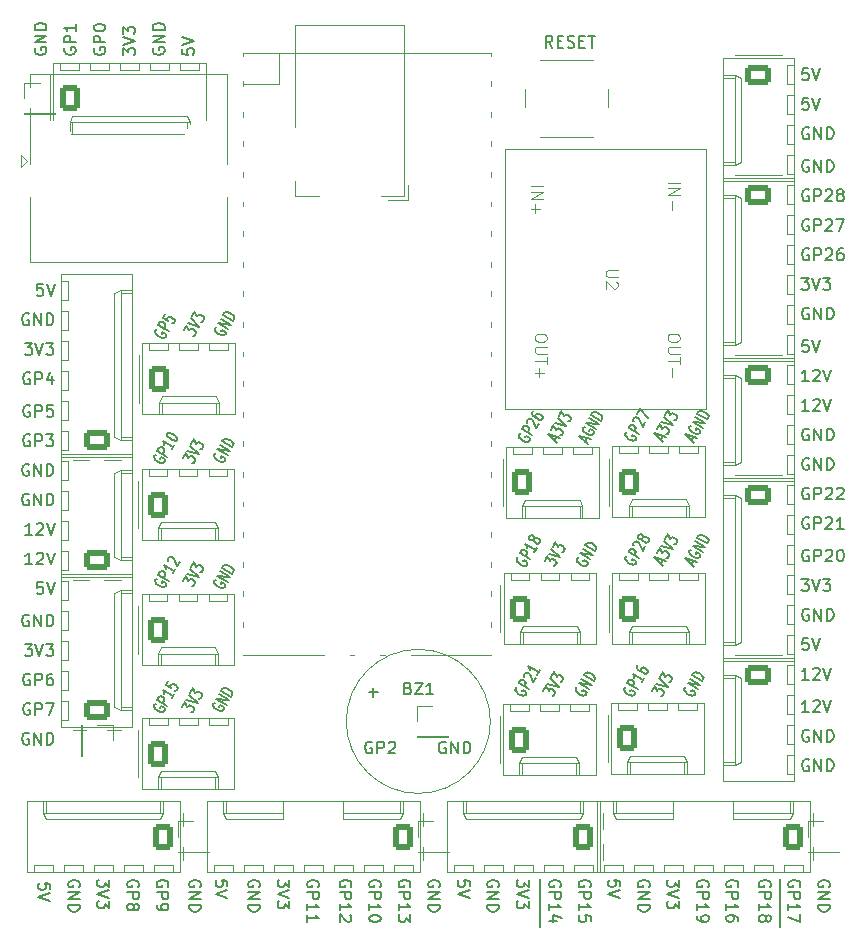
<source format=gto>
G04 #@! TF.GenerationSoftware,KiCad,Pcbnew,7.0.1*
G04 #@! TF.CreationDate,2023-12-05T18:06:22-06:00*
G04 #@! TF.ProjectId,Pico Breakout Board V3,5069636f-2042-4726-9561-6b6f75742042,rev?*
G04 #@! TF.SameCoordinates,Original*
G04 #@! TF.FileFunction,Legend,Top*
G04 #@! TF.FilePolarity,Positive*
%FSLAX46Y46*%
G04 Gerber Fmt 4.6, Leading zero omitted, Abs format (unit mm)*
G04 Created by KiCad (PCBNEW 7.0.1) date 2023-12-05 18:06:22*
%MOMM*%
%LPD*%
G01*
G04 APERTURE LIST*
G04 Aperture macros list*
%AMRoundRect*
0 Rectangle with rounded corners*
0 $1 Rounding radius*
0 $2 $3 $4 $5 $6 $7 $8 $9 X,Y pos of 4 corners*
0 Add a 4 corners polygon primitive as box body*
4,1,4,$2,$3,$4,$5,$6,$7,$8,$9,$2,$3,0*
0 Add four circle primitives for the rounded corners*
1,1,$1+$1,$2,$3*
1,1,$1+$1,$4,$5*
1,1,$1+$1,$6,$7*
1,1,$1+$1,$8,$9*
0 Add four rect primitives between the rounded corners*
20,1,$1+$1,$2,$3,$4,$5,0*
20,1,$1+$1,$4,$5,$6,$7,0*
20,1,$1+$1,$6,$7,$8,$9,0*
20,1,$1+$1,$8,$9,$2,$3,0*%
G04 Aperture macros list end*
%ADD10C,0.100000*%
%ADD11C,0.150000*%
%ADD12C,0.120000*%
%ADD13O,1.740000X2.190000*%
%ADD14RoundRect,0.250000X-0.620000X-0.845000X0.620000X-0.845000X0.620000X0.845000X-0.620000X0.845000X0*%
%ADD15R,1.700000X1.700000*%
%ADD16O,2.190000X1.740000*%
%ADD17RoundRect,0.250000X0.845000X-0.620000X0.845000X0.620000X-0.845000X0.620000X-0.845000X-0.620000X0*%
%ADD18C,2.000000*%
%ADD19O,1.700000X1.700000*%
%ADD20R,4.600000X2.000000*%
%ADD21O,4.200000X2.000000*%
%ADD22O,2.000000X4.200000*%
%ADD23RoundRect,0.250000X-0.845000X0.620000X-0.845000X-0.620000X0.845000X-0.620000X0.845000X0.620000X0*%
%ADD24RoundRect,0.250000X0.620000X0.845000X-0.620000X0.845000X-0.620000X-0.845000X0.620000X-0.845000X0*%
%ADD25C,3.250000*%
%ADD26R,1.500000X1.500000*%
%ADD27C,1.500000*%
%ADD28C,2.300000*%
%ADD29C,0.800000*%
%ADD30C,7.400000*%
%ADD31R,2.000000X2.000000*%
G04 APERTURE END LIST*
D10*
X143737380Y-50438095D02*
X144737380Y-50438095D01*
X143737380Y-50914285D02*
X144737380Y-50914285D01*
X144737380Y-50914285D02*
X143737380Y-51485713D01*
X143737380Y-51485713D02*
X144737380Y-51485713D01*
X144118333Y-51961904D02*
X144118333Y-52723809D01*
X143737380Y-52342856D02*
X144499285Y-52342856D01*
D11*
X164800000Y-109100000D02*
X164800000Y-113200000D01*
X144500000Y-109100000D02*
X144500000Y-113200000D01*
X145724632Y-71964734D02*
X145903204Y-71655439D01*
X145936354Y-72169450D02*
X145195328Y-71452944D01*
X145195328Y-71452944D02*
X146186354Y-71736437D01*
X145409614Y-71081790D02*
X145641757Y-70679707D01*
X145641757Y-70679707D02*
X145846671Y-71086689D01*
X145846671Y-71086689D02*
X145900243Y-70993901D01*
X145900243Y-70993901D02*
X145977196Y-70955852D01*
X145977196Y-70955852D02*
X146036293Y-70948732D01*
X146036293Y-70948732D02*
X146136628Y-70965421D01*
X146136628Y-70965421D02*
X146342825Y-71084469D01*
X146342825Y-71084469D02*
X146407446Y-71163017D01*
X146407446Y-71163017D02*
X146430829Y-71217756D01*
X146430829Y-71217756D02*
X146436354Y-71303425D01*
X146436354Y-71303425D02*
X146329211Y-71489002D01*
X146329211Y-71489002D02*
X146252257Y-71527051D01*
X146252257Y-71527051D02*
X146193161Y-71534171D01*
X145748900Y-70494130D02*
X146739925Y-70777623D01*
X146739925Y-70777623D02*
X145998900Y-70061117D01*
X146088185Y-69906470D02*
X146320328Y-69504387D01*
X146320328Y-69504387D02*
X146525243Y-69911369D01*
X146525243Y-69911369D02*
X146578814Y-69818581D01*
X146578814Y-69818581D02*
X146655768Y-69780531D01*
X146655768Y-69780531D02*
X146714864Y-69773411D01*
X146714864Y-69773411D02*
X146815200Y-69790101D01*
X146815200Y-69790101D02*
X147021396Y-69909148D01*
X147021396Y-69909148D02*
X147086018Y-69987697D01*
X147086018Y-69987697D02*
X147109400Y-70042436D01*
X147109400Y-70042436D02*
X147114925Y-70128104D01*
X147114925Y-70128104D02*
X147007782Y-70313681D01*
X147007782Y-70313681D02*
X146930829Y-70351731D01*
X146930829Y-70351731D02*
X146871732Y-70358851D01*
X148324632Y-72064734D02*
X148503204Y-71755439D01*
X148536354Y-72269450D02*
X147795328Y-71552944D01*
X147795328Y-71552944D02*
X148786354Y-71836437D01*
X148282996Y-70803516D02*
X148206042Y-70841566D01*
X148206042Y-70841566D02*
X148152471Y-70934354D01*
X148152471Y-70934354D02*
X148140139Y-71050952D01*
X148140139Y-71050952D02*
X148186903Y-71160430D01*
X148186903Y-71160430D02*
X148251525Y-71238979D01*
X148251525Y-71238979D02*
X148398625Y-71365146D01*
X148398625Y-71365146D02*
X148522343Y-71436575D01*
X148522343Y-71436575D02*
X148705157Y-71500884D01*
X148705157Y-71500884D02*
X148805493Y-71517573D01*
X148805493Y-71517573D02*
X148923686Y-71503333D01*
X148923686Y-71503333D02*
X149018496Y-71434354D01*
X149018496Y-71434354D02*
X149054211Y-71372495D01*
X149054211Y-71372495D02*
X149066543Y-71255897D01*
X149066543Y-71255897D02*
X149043161Y-71201158D01*
X149043161Y-71201158D02*
X148754486Y-71034492D01*
X148754486Y-71034492D02*
X148683057Y-71158210D01*
X149286354Y-70970412D02*
X148420328Y-70470412D01*
X148420328Y-70470412D02*
X149500639Y-70599258D01*
X149500639Y-70599258D02*
X148634614Y-70099258D01*
X149679211Y-70289964D02*
X148813185Y-69789964D01*
X148813185Y-69789964D02*
X148902471Y-69635316D01*
X148902471Y-69635316D02*
X148997282Y-69566337D01*
X148997282Y-69566337D02*
X149115475Y-69552098D01*
X149115475Y-69552098D02*
X149215810Y-69568787D01*
X149215810Y-69568787D02*
X149398625Y-69633096D01*
X149398625Y-69633096D02*
X149522343Y-69704524D01*
X149522343Y-69704524D02*
X149669443Y-69830692D01*
X149669443Y-69830692D02*
X149734064Y-69909240D01*
X149734064Y-69909240D02*
X149780828Y-70018718D01*
X149780828Y-70018718D02*
X149768496Y-70135316D01*
X149768496Y-70135316D02*
X149679211Y-70289964D01*
X142861568Y-71360247D02*
X142784614Y-71398296D01*
X142784614Y-71398296D02*
X142731043Y-71491085D01*
X142731043Y-71491085D02*
X142718710Y-71607683D01*
X142718710Y-71607683D02*
X142765475Y-71717161D01*
X142765475Y-71717161D02*
X142830096Y-71795709D01*
X142830096Y-71795709D02*
X142977196Y-71921877D01*
X142977196Y-71921877D02*
X143100914Y-71993305D01*
X143100914Y-71993305D02*
X143283729Y-72057614D01*
X143283729Y-72057614D02*
X143384064Y-72074304D01*
X143384064Y-72074304D02*
X143502257Y-72060064D01*
X143502257Y-72060064D02*
X143597068Y-71991085D01*
X143597068Y-71991085D02*
X143632782Y-71929226D01*
X143632782Y-71929226D02*
X143645114Y-71812628D01*
X143645114Y-71812628D02*
X143621732Y-71757889D01*
X143621732Y-71757889D02*
X143333057Y-71591222D01*
X143333057Y-71591222D02*
X143261628Y-71714940D01*
X143864925Y-71527143D02*
X142998900Y-71027143D01*
X142998900Y-71027143D02*
X143141757Y-70779707D01*
X143141757Y-70779707D02*
X143218710Y-70741657D01*
X143218710Y-70741657D02*
X143277807Y-70734537D01*
X143277807Y-70734537D02*
X143378143Y-70751227D01*
X143378143Y-70751227D02*
X143501861Y-70822655D01*
X143501861Y-70822655D02*
X143566482Y-70901204D01*
X143566482Y-70901204D02*
X143589864Y-70955943D01*
X143589864Y-70955943D02*
X143595389Y-71041612D01*
X143595389Y-71041612D02*
X143452532Y-71289047D01*
X143438521Y-70456172D02*
X143415139Y-70401433D01*
X143415139Y-70401433D02*
X143409614Y-70315765D01*
X143409614Y-70315765D02*
X143498900Y-70161117D01*
X143498900Y-70161117D02*
X143575853Y-70123068D01*
X143575853Y-70123068D02*
X143634950Y-70115948D01*
X143634950Y-70115948D02*
X143735285Y-70132637D01*
X143735285Y-70132637D02*
X143817764Y-70180256D01*
X143817764Y-70180256D02*
X143923625Y-70282614D01*
X143923625Y-70282614D02*
X144204211Y-70939482D01*
X144204211Y-70939482D02*
X144436354Y-70537399D01*
X143891757Y-69480668D02*
X143820328Y-69604386D01*
X143820328Y-69604386D02*
X143825853Y-69690055D01*
X143825853Y-69690055D02*
X143849236Y-69744794D01*
X143849236Y-69744794D02*
X143937239Y-69878081D01*
X143937239Y-69878081D02*
X144084339Y-70004249D01*
X144084339Y-70004249D02*
X144414254Y-70194725D01*
X144414254Y-70194725D02*
X144514589Y-70211415D01*
X144514589Y-70211415D02*
X144573686Y-70204295D01*
X144573686Y-70204295D02*
X144650639Y-70166245D01*
X144650639Y-70166245D02*
X144722068Y-70042527D01*
X144722068Y-70042527D02*
X144716543Y-69956859D01*
X144716543Y-69956859D02*
X144693161Y-69902120D01*
X144693161Y-69902120D02*
X144628539Y-69823571D01*
X144628539Y-69823571D02*
X144422343Y-69704524D01*
X144422343Y-69704524D02*
X144322007Y-69687834D01*
X144322007Y-69687834D02*
X144262911Y-69694954D01*
X144262911Y-69694954D02*
X144185957Y-69733004D01*
X144185957Y-69733004D02*
X144114529Y-69856721D01*
X144114529Y-69856721D02*
X144120054Y-69942390D01*
X144120054Y-69942390D02*
X144143436Y-69997129D01*
X144143436Y-69997129D02*
X144208057Y-70075677D01*
X154724632Y-71864734D02*
X154903204Y-71555439D01*
X154936354Y-72069450D02*
X154195328Y-71352944D01*
X154195328Y-71352944D02*
X155186354Y-71636437D01*
X154409614Y-70981790D02*
X154641757Y-70579707D01*
X154641757Y-70579707D02*
X154846671Y-70986689D01*
X154846671Y-70986689D02*
X154900243Y-70893901D01*
X154900243Y-70893901D02*
X154977196Y-70855852D01*
X154977196Y-70855852D02*
X155036293Y-70848732D01*
X155036293Y-70848732D02*
X155136628Y-70865421D01*
X155136628Y-70865421D02*
X155342825Y-70984469D01*
X155342825Y-70984469D02*
X155407446Y-71063017D01*
X155407446Y-71063017D02*
X155430829Y-71117756D01*
X155430829Y-71117756D02*
X155436354Y-71203425D01*
X155436354Y-71203425D02*
X155329211Y-71389002D01*
X155329211Y-71389002D02*
X155252257Y-71427051D01*
X155252257Y-71427051D02*
X155193161Y-71434171D01*
X154748900Y-70394130D02*
X155739925Y-70677623D01*
X155739925Y-70677623D02*
X154998900Y-69961117D01*
X155088185Y-69806470D02*
X155320328Y-69404387D01*
X155320328Y-69404387D02*
X155525243Y-69811369D01*
X155525243Y-69811369D02*
X155578814Y-69718581D01*
X155578814Y-69718581D02*
X155655768Y-69680531D01*
X155655768Y-69680531D02*
X155714864Y-69673411D01*
X155714864Y-69673411D02*
X155815200Y-69690101D01*
X155815200Y-69690101D02*
X156021396Y-69809148D01*
X156021396Y-69809148D02*
X156086018Y-69887697D01*
X156086018Y-69887697D02*
X156109400Y-69942436D01*
X156109400Y-69942436D02*
X156114925Y-70028104D01*
X156114925Y-70028104D02*
X156007782Y-70213681D01*
X156007782Y-70213681D02*
X155930829Y-70251731D01*
X155930829Y-70251731D02*
X155871732Y-70258851D01*
X157324632Y-71964734D02*
X157503204Y-71655439D01*
X157536354Y-72169450D02*
X156795328Y-71452944D01*
X156795328Y-71452944D02*
X157786354Y-71736437D01*
X157282996Y-70703516D02*
X157206042Y-70741566D01*
X157206042Y-70741566D02*
X157152471Y-70834354D01*
X157152471Y-70834354D02*
X157140139Y-70950952D01*
X157140139Y-70950952D02*
X157186903Y-71060430D01*
X157186903Y-71060430D02*
X157251525Y-71138979D01*
X157251525Y-71138979D02*
X157398625Y-71265146D01*
X157398625Y-71265146D02*
X157522343Y-71336575D01*
X157522343Y-71336575D02*
X157705157Y-71400884D01*
X157705157Y-71400884D02*
X157805493Y-71417573D01*
X157805493Y-71417573D02*
X157923686Y-71403333D01*
X157923686Y-71403333D02*
X158018496Y-71334354D01*
X158018496Y-71334354D02*
X158054211Y-71272495D01*
X158054211Y-71272495D02*
X158066543Y-71155897D01*
X158066543Y-71155897D02*
X158043161Y-71101158D01*
X158043161Y-71101158D02*
X157754486Y-70934492D01*
X157754486Y-70934492D02*
X157683057Y-71058210D01*
X158286354Y-70870412D02*
X157420328Y-70370412D01*
X157420328Y-70370412D02*
X158500639Y-70499258D01*
X158500639Y-70499258D02*
X157634614Y-69999258D01*
X158679211Y-70189964D02*
X157813185Y-69689964D01*
X157813185Y-69689964D02*
X157902471Y-69535316D01*
X157902471Y-69535316D02*
X157997282Y-69466337D01*
X157997282Y-69466337D02*
X158115475Y-69452098D01*
X158115475Y-69452098D02*
X158215810Y-69468787D01*
X158215810Y-69468787D02*
X158398625Y-69533096D01*
X158398625Y-69533096D02*
X158522343Y-69604524D01*
X158522343Y-69604524D02*
X158669443Y-69730692D01*
X158669443Y-69730692D02*
X158734064Y-69809240D01*
X158734064Y-69809240D02*
X158780828Y-69918718D01*
X158780828Y-69918718D02*
X158768496Y-70035316D01*
X158768496Y-70035316D02*
X158679211Y-70189964D01*
X151861568Y-71260247D02*
X151784614Y-71298296D01*
X151784614Y-71298296D02*
X151731043Y-71391085D01*
X151731043Y-71391085D02*
X151718710Y-71507683D01*
X151718710Y-71507683D02*
X151765475Y-71617161D01*
X151765475Y-71617161D02*
X151830096Y-71695709D01*
X151830096Y-71695709D02*
X151977196Y-71821877D01*
X151977196Y-71821877D02*
X152100914Y-71893305D01*
X152100914Y-71893305D02*
X152283729Y-71957614D01*
X152283729Y-71957614D02*
X152384064Y-71974304D01*
X152384064Y-71974304D02*
X152502257Y-71960064D01*
X152502257Y-71960064D02*
X152597068Y-71891085D01*
X152597068Y-71891085D02*
X152632782Y-71829226D01*
X152632782Y-71829226D02*
X152645114Y-71712628D01*
X152645114Y-71712628D02*
X152621732Y-71657889D01*
X152621732Y-71657889D02*
X152333057Y-71491222D01*
X152333057Y-71491222D02*
X152261628Y-71614940D01*
X152864925Y-71427143D02*
X151998900Y-70927143D01*
X151998900Y-70927143D02*
X152141757Y-70679707D01*
X152141757Y-70679707D02*
X152218710Y-70641657D01*
X152218710Y-70641657D02*
X152277807Y-70634537D01*
X152277807Y-70634537D02*
X152378143Y-70651227D01*
X152378143Y-70651227D02*
X152501861Y-70722655D01*
X152501861Y-70722655D02*
X152566482Y-70801204D01*
X152566482Y-70801204D02*
X152589864Y-70855943D01*
X152589864Y-70855943D02*
X152595389Y-70941612D01*
X152595389Y-70941612D02*
X152452532Y-71189047D01*
X152438521Y-70356172D02*
X152415139Y-70301433D01*
X152415139Y-70301433D02*
X152409614Y-70215765D01*
X152409614Y-70215765D02*
X152498900Y-70061117D01*
X152498900Y-70061117D02*
X152575853Y-70023068D01*
X152575853Y-70023068D02*
X152634950Y-70015948D01*
X152634950Y-70015948D02*
X152735285Y-70032637D01*
X152735285Y-70032637D02*
X152817764Y-70080256D01*
X152817764Y-70080256D02*
X152923625Y-70182614D01*
X152923625Y-70182614D02*
X153204211Y-70839482D01*
X153204211Y-70839482D02*
X153436354Y-70437399D01*
X152695328Y-69720893D02*
X152945328Y-69287880D01*
X152945328Y-69287880D02*
X153650639Y-70066245D01*
X154724632Y-82364734D02*
X154903204Y-82055439D01*
X154936354Y-82569450D02*
X154195328Y-81852944D01*
X154195328Y-81852944D02*
X155186354Y-82136437D01*
X154409614Y-81481790D02*
X154641757Y-81079707D01*
X154641757Y-81079707D02*
X154846671Y-81486689D01*
X154846671Y-81486689D02*
X154900243Y-81393901D01*
X154900243Y-81393901D02*
X154977196Y-81355852D01*
X154977196Y-81355852D02*
X155036293Y-81348732D01*
X155036293Y-81348732D02*
X155136628Y-81365421D01*
X155136628Y-81365421D02*
X155342825Y-81484469D01*
X155342825Y-81484469D02*
X155407446Y-81563017D01*
X155407446Y-81563017D02*
X155430829Y-81617756D01*
X155430829Y-81617756D02*
X155436354Y-81703425D01*
X155436354Y-81703425D02*
X155329211Y-81889002D01*
X155329211Y-81889002D02*
X155252257Y-81927051D01*
X155252257Y-81927051D02*
X155193161Y-81934171D01*
X154748900Y-80894130D02*
X155739925Y-81177623D01*
X155739925Y-81177623D02*
X154998900Y-80461117D01*
X155088185Y-80306470D02*
X155320328Y-79904387D01*
X155320328Y-79904387D02*
X155525243Y-80311369D01*
X155525243Y-80311369D02*
X155578814Y-80218581D01*
X155578814Y-80218581D02*
X155655768Y-80180531D01*
X155655768Y-80180531D02*
X155714864Y-80173411D01*
X155714864Y-80173411D02*
X155815200Y-80190101D01*
X155815200Y-80190101D02*
X156021396Y-80309148D01*
X156021396Y-80309148D02*
X156086018Y-80387697D01*
X156086018Y-80387697D02*
X156109400Y-80442436D01*
X156109400Y-80442436D02*
X156114925Y-80528104D01*
X156114925Y-80528104D02*
X156007782Y-80713681D01*
X156007782Y-80713681D02*
X155930829Y-80751731D01*
X155930829Y-80751731D02*
X155871732Y-80758851D01*
X151861568Y-81760247D02*
X151784614Y-81798296D01*
X151784614Y-81798296D02*
X151731043Y-81891085D01*
X151731043Y-81891085D02*
X151718710Y-82007683D01*
X151718710Y-82007683D02*
X151765475Y-82117161D01*
X151765475Y-82117161D02*
X151830096Y-82195709D01*
X151830096Y-82195709D02*
X151977196Y-82321877D01*
X151977196Y-82321877D02*
X152100914Y-82393305D01*
X152100914Y-82393305D02*
X152283729Y-82457614D01*
X152283729Y-82457614D02*
X152384064Y-82474304D01*
X152384064Y-82474304D02*
X152502257Y-82460064D01*
X152502257Y-82460064D02*
X152597068Y-82391085D01*
X152597068Y-82391085D02*
X152632782Y-82329226D01*
X152632782Y-82329226D02*
X152645114Y-82212628D01*
X152645114Y-82212628D02*
X152621732Y-82157889D01*
X152621732Y-82157889D02*
X152333057Y-81991222D01*
X152333057Y-81991222D02*
X152261628Y-82114940D01*
X152864925Y-81927143D02*
X151998900Y-81427143D01*
X151998900Y-81427143D02*
X152141757Y-81179707D01*
X152141757Y-81179707D02*
X152218710Y-81141657D01*
X152218710Y-81141657D02*
X152277807Y-81134537D01*
X152277807Y-81134537D02*
X152378143Y-81151227D01*
X152378143Y-81151227D02*
X152501861Y-81222655D01*
X152501861Y-81222655D02*
X152566482Y-81301204D01*
X152566482Y-81301204D02*
X152589864Y-81355943D01*
X152589864Y-81355943D02*
X152595389Y-81441612D01*
X152595389Y-81441612D02*
X152452532Y-81689047D01*
X152438521Y-80856172D02*
X152415139Y-80801433D01*
X152415139Y-80801433D02*
X152409614Y-80715765D01*
X152409614Y-80715765D02*
X152498900Y-80561117D01*
X152498900Y-80561117D02*
X152575853Y-80523068D01*
X152575853Y-80523068D02*
X152634950Y-80515948D01*
X152634950Y-80515948D02*
X152735285Y-80532637D01*
X152735285Y-80532637D02*
X152817764Y-80580256D01*
X152817764Y-80580256D02*
X152923625Y-80682614D01*
X152923625Y-80682614D02*
X153204211Y-81339482D01*
X153204211Y-81339482D02*
X153436354Y-80937399D01*
X153155768Y-80280531D02*
X153078814Y-80318580D01*
X153078814Y-80318580D02*
X153019718Y-80325700D01*
X153019718Y-80325700D02*
X152919382Y-80309011D01*
X152919382Y-80309011D02*
X152878143Y-80285201D01*
X152878143Y-80285201D02*
X152813521Y-80206653D01*
X152813521Y-80206653D02*
X152790139Y-80151914D01*
X152790139Y-80151914D02*
X152784614Y-80066245D01*
X152784614Y-80066245D02*
X152856043Y-79942527D01*
X152856043Y-79942527D02*
X152932996Y-79904478D01*
X152932996Y-79904478D02*
X152992093Y-79897358D01*
X152992093Y-79897358D02*
X153092428Y-79914048D01*
X153092428Y-79914048D02*
X153133668Y-79937857D01*
X153133668Y-79937857D02*
X153198289Y-80016406D01*
X153198289Y-80016406D02*
X153221671Y-80071145D01*
X153221671Y-80071145D02*
X153227196Y-80156813D01*
X153227196Y-80156813D02*
X153155768Y-80280531D01*
X153155768Y-80280531D02*
X153161293Y-80366199D01*
X153161293Y-80366199D02*
X153184675Y-80420938D01*
X153184675Y-80420938D02*
X153249296Y-80499487D01*
X153249296Y-80499487D02*
X153414254Y-80594725D01*
X153414254Y-80594725D02*
X153514589Y-80611415D01*
X153514589Y-80611415D02*
X153573686Y-80604295D01*
X153573686Y-80604295D02*
X153650639Y-80566245D01*
X153650639Y-80566245D02*
X153722068Y-80442527D01*
X153722068Y-80442527D02*
X153716543Y-80356859D01*
X153716543Y-80356859D02*
X153693161Y-80302120D01*
X153693161Y-80302120D02*
X153628539Y-80223571D01*
X153628539Y-80223571D02*
X153463582Y-80128333D01*
X153463582Y-80128333D02*
X153363246Y-80111644D01*
X153363246Y-80111644D02*
X153304150Y-80118764D01*
X153304150Y-80118764D02*
X153227196Y-80156813D01*
X157324632Y-82464734D02*
X157503204Y-82155439D01*
X157536354Y-82669450D02*
X156795328Y-81952944D01*
X156795328Y-81952944D02*
X157786354Y-82236437D01*
X157282996Y-81203516D02*
X157206042Y-81241566D01*
X157206042Y-81241566D02*
X157152471Y-81334354D01*
X157152471Y-81334354D02*
X157140139Y-81450952D01*
X157140139Y-81450952D02*
X157186903Y-81560430D01*
X157186903Y-81560430D02*
X157251525Y-81638979D01*
X157251525Y-81638979D02*
X157398625Y-81765146D01*
X157398625Y-81765146D02*
X157522343Y-81836575D01*
X157522343Y-81836575D02*
X157705157Y-81900884D01*
X157705157Y-81900884D02*
X157805493Y-81917573D01*
X157805493Y-81917573D02*
X157923686Y-81903333D01*
X157923686Y-81903333D02*
X158018496Y-81834354D01*
X158018496Y-81834354D02*
X158054211Y-81772495D01*
X158054211Y-81772495D02*
X158066543Y-81655897D01*
X158066543Y-81655897D02*
X158043161Y-81601158D01*
X158043161Y-81601158D02*
X157754486Y-81434492D01*
X157754486Y-81434492D02*
X157683057Y-81558210D01*
X158286354Y-81370412D02*
X157420328Y-80870412D01*
X157420328Y-80870412D02*
X158500639Y-80999258D01*
X158500639Y-80999258D02*
X157634614Y-80499258D01*
X158679211Y-80689964D02*
X157813185Y-80189964D01*
X157813185Y-80189964D02*
X157902471Y-80035316D01*
X157902471Y-80035316D02*
X157997282Y-79966337D01*
X157997282Y-79966337D02*
X158115475Y-79952098D01*
X158115475Y-79952098D02*
X158215810Y-79968787D01*
X158215810Y-79968787D02*
X158398625Y-80033096D01*
X158398625Y-80033096D02*
X158522343Y-80104524D01*
X158522343Y-80104524D02*
X158669443Y-80230692D01*
X158669443Y-80230692D02*
X158734064Y-80309240D01*
X158734064Y-80309240D02*
X158780828Y-80418718D01*
X158780828Y-80418718D02*
X158768496Y-80535316D01*
X158768496Y-80535316D02*
X158679211Y-80689964D01*
X144888185Y-82138521D02*
X145120328Y-81736437D01*
X145120328Y-81736437D02*
X145325243Y-82143420D01*
X145325243Y-82143420D02*
X145378814Y-82050631D01*
X145378814Y-82050631D02*
X145455768Y-82012582D01*
X145455768Y-82012582D02*
X145514864Y-82005462D01*
X145514864Y-82005462D02*
X145615200Y-82022152D01*
X145615200Y-82022152D02*
X145821396Y-82141199D01*
X145821396Y-82141199D02*
X145886018Y-82219748D01*
X145886018Y-82219748D02*
X145909400Y-82274487D01*
X145909400Y-82274487D02*
X145914925Y-82360155D01*
X145914925Y-82360155D02*
X145807782Y-82545732D01*
X145807782Y-82545732D02*
X145730829Y-82583782D01*
X145730829Y-82583782D02*
X145671732Y-82590902D01*
X145227471Y-81550860D02*
X146218497Y-81834354D01*
X146218497Y-81834354D02*
X145477471Y-81117848D01*
X145566757Y-80963200D02*
X145798900Y-80561117D01*
X145798900Y-80561117D02*
X146003814Y-80968100D01*
X146003814Y-80968100D02*
X146057386Y-80875311D01*
X146057386Y-80875311D02*
X146134339Y-80837262D01*
X146134339Y-80837262D02*
X146193436Y-80830142D01*
X146193436Y-80830142D02*
X146293771Y-80846831D01*
X146293771Y-80846831D02*
X146499968Y-80965879D01*
X146499968Y-80965879D02*
X146564589Y-81044427D01*
X146564589Y-81044427D02*
X146587972Y-81099166D01*
X146587972Y-81099166D02*
X146593497Y-81184835D01*
X146593497Y-81184835D02*
X146486354Y-81370412D01*
X146486354Y-81370412D02*
X146409400Y-81408461D01*
X146409400Y-81408461D02*
X146350304Y-81415581D01*
X142661568Y-81860247D02*
X142584614Y-81898296D01*
X142584614Y-81898296D02*
X142531043Y-81991085D01*
X142531043Y-81991085D02*
X142518710Y-82107683D01*
X142518710Y-82107683D02*
X142565475Y-82217161D01*
X142565475Y-82217161D02*
X142630096Y-82295709D01*
X142630096Y-82295709D02*
X142777196Y-82421877D01*
X142777196Y-82421877D02*
X142900914Y-82493305D01*
X142900914Y-82493305D02*
X143083729Y-82557614D01*
X143083729Y-82557614D02*
X143184064Y-82574304D01*
X143184064Y-82574304D02*
X143302257Y-82560064D01*
X143302257Y-82560064D02*
X143397068Y-82491085D01*
X143397068Y-82491085D02*
X143432782Y-82429226D01*
X143432782Y-82429226D02*
X143445114Y-82312628D01*
X143445114Y-82312628D02*
X143421732Y-82257889D01*
X143421732Y-82257889D02*
X143133057Y-82091222D01*
X143133057Y-82091222D02*
X143061628Y-82214940D01*
X143664925Y-82027143D02*
X142798900Y-81527143D01*
X142798900Y-81527143D02*
X142941757Y-81279707D01*
X142941757Y-81279707D02*
X143018710Y-81241657D01*
X143018710Y-81241657D02*
X143077807Y-81234537D01*
X143077807Y-81234537D02*
X143178143Y-81251227D01*
X143178143Y-81251227D02*
X143301861Y-81322655D01*
X143301861Y-81322655D02*
X143366482Y-81401204D01*
X143366482Y-81401204D02*
X143389864Y-81455943D01*
X143389864Y-81455943D02*
X143395389Y-81541612D01*
X143395389Y-81541612D02*
X143252532Y-81789047D01*
X144236354Y-81037399D02*
X144022068Y-81408553D01*
X144129211Y-81222976D02*
X143263185Y-80722976D01*
X143263185Y-80722976D02*
X143351189Y-80856264D01*
X143351189Y-80856264D02*
X143397953Y-80965742D01*
X143397953Y-80965742D02*
X143403478Y-81051410D01*
X143955768Y-80380531D02*
X143878814Y-80418580D01*
X143878814Y-80418580D02*
X143819718Y-80425700D01*
X143819718Y-80425700D02*
X143719382Y-80409011D01*
X143719382Y-80409011D02*
X143678143Y-80385201D01*
X143678143Y-80385201D02*
X143613521Y-80306653D01*
X143613521Y-80306653D02*
X143590139Y-80251914D01*
X143590139Y-80251914D02*
X143584614Y-80166245D01*
X143584614Y-80166245D02*
X143656043Y-80042527D01*
X143656043Y-80042527D02*
X143732996Y-80004478D01*
X143732996Y-80004478D02*
X143792093Y-79997358D01*
X143792093Y-79997358D02*
X143892428Y-80014048D01*
X143892428Y-80014048D02*
X143933668Y-80037857D01*
X143933668Y-80037857D02*
X143998289Y-80116406D01*
X143998289Y-80116406D02*
X144021671Y-80171145D01*
X144021671Y-80171145D02*
X144027196Y-80256813D01*
X144027196Y-80256813D02*
X143955768Y-80380531D01*
X143955768Y-80380531D02*
X143961293Y-80466199D01*
X143961293Y-80466199D02*
X143984675Y-80520938D01*
X143984675Y-80520938D02*
X144049296Y-80599487D01*
X144049296Y-80599487D02*
X144214254Y-80694725D01*
X144214254Y-80694725D02*
X144314589Y-80711415D01*
X144314589Y-80711415D02*
X144373686Y-80704295D01*
X144373686Y-80704295D02*
X144450639Y-80666245D01*
X144450639Y-80666245D02*
X144522068Y-80542527D01*
X144522068Y-80542527D02*
X144516543Y-80456859D01*
X144516543Y-80456859D02*
X144493161Y-80402120D01*
X144493161Y-80402120D02*
X144428539Y-80323571D01*
X144428539Y-80323571D02*
X144263582Y-80228333D01*
X144263582Y-80228333D02*
X144163246Y-80211644D01*
X144163246Y-80211644D02*
X144104150Y-80218764D01*
X144104150Y-80218764D02*
X144027196Y-80256813D01*
X147761568Y-81860247D02*
X147684614Y-81898296D01*
X147684614Y-81898296D02*
X147631043Y-81991085D01*
X147631043Y-81991085D02*
X147618710Y-82107683D01*
X147618710Y-82107683D02*
X147665475Y-82217161D01*
X147665475Y-82217161D02*
X147730096Y-82295709D01*
X147730096Y-82295709D02*
X147877196Y-82421877D01*
X147877196Y-82421877D02*
X148000914Y-82493305D01*
X148000914Y-82493305D02*
X148183729Y-82557614D01*
X148183729Y-82557614D02*
X148284064Y-82574304D01*
X148284064Y-82574304D02*
X148402257Y-82560064D01*
X148402257Y-82560064D02*
X148497068Y-82491085D01*
X148497068Y-82491085D02*
X148532782Y-82429226D01*
X148532782Y-82429226D02*
X148545114Y-82312628D01*
X148545114Y-82312628D02*
X148521732Y-82257889D01*
X148521732Y-82257889D02*
X148233057Y-82091222D01*
X148233057Y-82091222D02*
X148161628Y-82214940D01*
X148764925Y-82027143D02*
X147898900Y-81527143D01*
X147898900Y-81527143D02*
X148979211Y-81655989D01*
X148979211Y-81655989D02*
X148113185Y-81155989D01*
X149157782Y-81346694D02*
X148291757Y-80846694D01*
X148291757Y-80846694D02*
X148381042Y-80692047D01*
X148381042Y-80692047D02*
X148475853Y-80623068D01*
X148475853Y-80623068D02*
X148594046Y-80608828D01*
X148594046Y-80608828D02*
X148694382Y-80625518D01*
X148694382Y-80625518D02*
X148877196Y-80689826D01*
X148877196Y-80689826D02*
X149000914Y-80761255D01*
X149000914Y-80761255D02*
X149148014Y-80887422D01*
X149148014Y-80887422D02*
X149212636Y-80965971D01*
X149212636Y-80965971D02*
X149259400Y-81075449D01*
X149259400Y-81075449D02*
X149247068Y-81192047D01*
X149247068Y-81192047D02*
X149157782Y-81346694D01*
X153988185Y-93138521D02*
X154220328Y-92736437D01*
X154220328Y-92736437D02*
X154425243Y-93143420D01*
X154425243Y-93143420D02*
X154478814Y-93050631D01*
X154478814Y-93050631D02*
X154555768Y-93012582D01*
X154555768Y-93012582D02*
X154614864Y-93005462D01*
X154614864Y-93005462D02*
X154715200Y-93022152D01*
X154715200Y-93022152D02*
X154921396Y-93141199D01*
X154921396Y-93141199D02*
X154986018Y-93219748D01*
X154986018Y-93219748D02*
X155009400Y-93274487D01*
X155009400Y-93274487D02*
X155014925Y-93360155D01*
X155014925Y-93360155D02*
X154907782Y-93545732D01*
X154907782Y-93545732D02*
X154830829Y-93583782D01*
X154830829Y-93583782D02*
X154771732Y-93590902D01*
X154327471Y-92550860D02*
X155318497Y-92834354D01*
X155318497Y-92834354D02*
X154577471Y-92117848D01*
X154666757Y-91963200D02*
X154898900Y-91561117D01*
X154898900Y-91561117D02*
X155103814Y-91968100D01*
X155103814Y-91968100D02*
X155157386Y-91875311D01*
X155157386Y-91875311D02*
X155234339Y-91837262D01*
X155234339Y-91837262D02*
X155293436Y-91830142D01*
X155293436Y-91830142D02*
X155393771Y-91846831D01*
X155393771Y-91846831D02*
X155599968Y-91965879D01*
X155599968Y-91965879D02*
X155664589Y-92044427D01*
X155664589Y-92044427D02*
X155687972Y-92099166D01*
X155687972Y-92099166D02*
X155693497Y-92184835D01*
X155693497Y-92184835D02*
X155586354Y-92370412D01*
X155586354Y-92370412D02*
X155509400Y-92408461D01*
X155509400Y-92408461D02*
X155450304Y-92415581D01*
X151761568Y-92860247D02*
X151684614Y-92898296D01*
X151684614Y-92898296D02*
X151631043Y-92991085D01*
X151631043Y-92991085D02*
X151618710Y-93107683D01*
X151618710Y-93107683D02*
X151665475Y-93217161D01*
X151665475Y-93217161D02*
X151730096Y-93295709D01*
X151730096Y-93295709D02*
X151877196Y-93421877D01*
X151877196Y-93421877D02*
X152000914Y-93493305D01*
X152000914Y-93493305D02*
X152183729Y-93557614D01*
X152183729Y-93557614D02*
X152284064Y-93574304D01*
X152284064Y-93574304D02*
X152402257Y-93560064D01*
X152402257Y-93560064D02*
X152497068Y-93491085D01*
X152497068Y-93491085D02*
X152532782Y-93429226D01*
X152532782Y-93429226D02*
X152545114Y-93312628D01*
X152545114Y-93312628D02*
X152521732Y-93257889D01*
X152521732Y-93257889D02*
X152233057Y-93091222D01*
X152233057Y-93091222D02*
X152161628Y-93214940D01*
X152764925Y-93027143D02*
X151898900Y-92527143D01*
X151898900Y-92527143D02*
X152041757Y-92279707D01*
X152041757Y-92279707D02*
X152118710Y-92241657D01*
X152118710Y-92241657D02*
X152177807Y-92234537D01*
X152177807Y-92234537D02*
X152278143Y-92251227D01*
X152278143Y-92251227D02*
X152401861Y-92322655D01*
X152401861Y-92322655D02*
X152466482Y-92401204D01*
X152466482Y-92401204D02*
X152489864Y-92455943D01*
X152489864Y-92455943D02*
X152495389Y-92541612D01*
X152495389Y-92541612D02*
X152352532Y-92789047D01*
X153336354Y-92037399D02*
X153122068Y-92408553D01*
X153229211Y-92222976D02*
X152363185Y-91722976D01*
X152363185Y-91722976D02*
X152451189Y-91856264D01*
X152451189Y-91856264D02*
X152497953Y-91965742D01*
X152497953Y-91965742D02*
X152503478Y-92051410D01*
X152791757Y-90980668D02*
X152720328Y-91104386D01*
X152720328Y-91104386D02*
X152725853Y-91190055D01*
X152725853Y-91190055D02*
X152749236Y-91244794D01*
X152749236Y-91244794D02*
X152837239Y-91378081D01*
X152837239Y-91378081D02*
X152984339Y-91504249D01*
X152984339Y-91504249D02*
X153314254Y-91694725D01*
X153314254Y-91694725D02*
X153414589Y-91711415D01*
X153414589Y-91711415D02*
X153473686Y-91704295D01*
X153473686Y-91704295D02*
X153550639Y-91666245D01*
X153550639Y-91666245D02*
X153622068Y-91542527D01*
X153622068Y-91542527D02*
X153616543Y-91456859D01*
X153616543Y-91456859D02*
X153593161Y-91402120D01*
X153593161Y-91402120D02*
X153528539Y-91323571D01*
X153528539Y-91323571D02*
X153322343Y-91204524D01*
X153322343Y-91204524D02*
X153222007Y-91187834D01*
X153222007Y-91187834D02*
X153162911Y-91194954D01*
X153162911Y-91194954D02*
X153085957Y-91233004D01*
X153085957Y-91233004D02*
X153014529Y-91356721D01*
X153014529Y-91356721D02*
X153020054Y-91442390D01*
X153020054Y-91442390D02*
X153043436Y-91497129D01*
X153043436Y-91497129D02*
X153108057Y-91575677D01*
X156861568Y-92860247D02*
X156784614Y-92898296D01*
X156784614Y-92898296D02*
X156731043Y-92991085D01*
X156731043Y-92991085D02*
X156718710Y-93107683D01*
X156718710Y-93107683D02*
X156765475Y-93217161D01*
X156765475Y-93217161D02*
X156830096Y-93295709D01*
X156830096Y-93295709D02*
X156977196Y-93421877D01*
X156977196Y-93421877D02*
X157100914Y-93493305D01*
X157100914Y-93493305D02*
X157283729Y-93557614D01*
X157283729Y-93557614D02*
X157384064Y-93574304D01*
X157384064Y-93574304D02*
X157502257Y-93560064D01*
X157502257Y-93560064D02*
X157597068Y-93491085D01*
X157597068Y-93491085D02*
X157632782Y-93429226D01*
X157632782Y-93429226D02*
X157645114Y-93312628D01*
X157645114Y-93312628D02*
X157621732Y-93257889D01*
X157621732Y-93257889D02*
X157333057Y-93091222D01*
X157333057Y-93091222D02*
X157261628Y-93214940D01*
X157864925Y-93027143D02*
X156998900Y-92527143D01*
X156998900Y-92527143D02*
X158079211Y-92655989D01*
X158079211Y-92655989D02*
X157213185Y-92155989D01*
X158257782Y-92346694D02*
X157391757Y-91846694D01*
X157391757Y-91846694D02*
X157481042Y-91692047D01*
X157481042Y-91692047D02*
X157575853Y-91623068D01*
X157575853Y-91623068D02*
X157694046Y-91608828D01*
X157694046Y-91608828D02*
X157794382Y-91625518D01*
X157794382Y-91625518D02*
X157977196Y-91689826D01*
X157977196Y-91689826D02*
X158100914Y-91761255D01*
X158100914Y-91761255D02*
X158248014Y-91887422D01*
X158248014Y-91887422D02*
X158312636Y-91965971D01*
X158312636Y-91965971D02*
X158359400Y-92075449D01*
X158359400Y-92075449D02*
X158347068Y-92192047D01*
X158347068Y-92192047D02*
X158257782Y-92346694D01*
X142561568Y-92860247D02*
X142484614Y-92898296D01*
X142484614Y-92898296D02*
X142431043Y-92991085D01*
X142431043Y-92991085D02*
X142418710Y-93107683D01*
X142418710Y-93107683D02*
X142465475Y-93217161D01*
X142465475Y-93217161D02*
X142530096Y-93295709D01*
X142530096Y-93295709D02*
X142677196Y-93421877D01*
X142677196Y-93421877D02*
X142800914Y-93493305D01*
X142800914Y-93493305D02*
X142983729Y-93557614D01*
X142983729Y-93557614D02*
X143084064Y-93574304D01*
X143084064Y-93574304D02*
X143202257Y-93560064D01*
X143202257Y-93560064D02*
X143297068Y-93491085D01*
X143297068Y-93491085D02*
X143332782Y-93429226D01*
X143332782Y-93429226D02*
X143345114Y-93312628D01*
X143345114Y-93312628D02*
X143321732Y-93257889D01*
X143321732Y-93257889D02*
X143033057Y-93091222D01*
X143033057Y-93091222D02*
X142961628Y-93214940D01*
X143564925Y-93027143D02*
X142698900Y-92527143D01*
X142698900Y-92527143D02*
X142841757Y-92279707D01*
X142841757Y-92279707D02*
X142918710Y-92241657D01*
X142918710Y-92241657D02*
X142977807Y-92234537D01*
X142977807Y-92234537D02*
X143078143Y-92251227D01*
X143078143Y-92251227D02*
X143201861Y-92322655D01*
X143201861Y-92322655D02*
X143266482Y-92401204D01*
X143266482Y-92401204D02*
X143289864Y-92455943D01*
X143289864Y-92455943D02*
X143295389Y-92541612D01*
X143295389Y-92541612D02*
X143152532Y-92789047D01*
X143138521Y-91956172D02*
X143115139Y-91901433D01*
X143115139Y-91901433D02*
X143109614Y-91815765D01*
X143109614Y-91815765D02*
X143198900Y-91661117D01*
X143198900Y-91661117D02*
X143275853Y-91623068D01*
X143275853Y-91623068D02*
X143334950Y-91615948D01*
X143334950Y-91615948D02*
X143435285Y-91632637D01*
X143435285Y-91632637D02*
X143517764Y-91680256D01*
X143517764Y-91680256D02*
X143623625Y-91782614D01*
X143623625Y-91782614D02*
X143904211Y-92439482D01*
X143904211Y-92439482D02*
X144136354Y-92037399D01*
X144493497Y-91418809D02*
X144279211Y-91789963D01*
X144386354Y-91604386D02*
X143520328Y-91104386D01*
X143520328Y-91104386D02*
X143608332Y-91237674D01*
X143608332Y-91237674D02*
X143655096Y-91347152D01*
X143655096Y-91347152D02*
X143660621Y-91432820D01*
X144788185Y-93138521D02*
X145020328Y-92736437D01*
X145020328Y-92736437D02*
X145225243Y-93143420D01*
X145225243Y-93143420D02*
X145278814Y-93050631D01*
X145278814Y-93050631D02*
X145355768Y-93012582D01*
X145355768Y-93012582D02*
X145414864Y-93005462D01*
X145414864Y-93005462D02*
X145515200Y-93022152D01*
X145515200Y-93022152D02*
X145721396Y-93141199D01*
X145721396Y-93141199D02*
X145786018Y-93219748D01*
X145786018Y-93219748D02*
X145809400Y-93274487D01*
X145809400Y-93274487D02*
X145814925Y-93360155D01*
X145814925Y-93360155D02*
X145707782Y-93545732D01*
X145707782Y-93545732D02*
X145630829Y-93583782D01*
X145630829Y-93583782D02*
X145571732Y-93590902D01*
X145127471Y-92550860D02*
X146118497Y-92834354D01*
X146118497Y-92834354D02*
X145377471Y-92117848D01*
X145466757Y-91963200D02*
X145698900Y-91561117D01*
X145698900Y-91561117D02*
X145903814Y-91968100D01*
X145903814Y-91968100D02*
X145957386Y-91875311D01*
X145957386Y-91875311D02*
X146034339Y-91837262D01*
X146034339Y-91837262D02*
X146093436Y-91830142D01*
X146093436Y-91830142D02*
X146193771Y-91846831D01*
X146193771Y-91846831D02*
X146399968Y-91965879D01*
X146399968Y-91965879D02*
X146464589Y-92044427D01*
X146464589Y-92044427D02*
X146487972Y-92099166D01*
X146487972Y-92099166D02*
X146493497Y-92184835D01*
X146493497Y-92184835D02*
X146386354Y-92370412D01*
X146386354Y-92370412D02*
X146309400Y-92408461D01*
X146309400Y-92408461D02*
X146250304Y-92415581D01*
X147661568Y-92860247D02*
X147584614Y-92898296D01*
X147584614Y-92898296D02*
X147531043Y-92991085D01*
X147531043Y-92991085D02*
X147518710Y-93107683D01*
X147518710Y-93107683D02*
X147565475Y-93217161D01*
X147565475Y-93217161D02*
X147630096Y-93295709D01*
X147630096Y-93295709D02*
X147777196Y-93421877D01*
X147777196Y-93421877D02*
X147900914Y-93493305D01*
X147900914Y-93493305D02*
X148083729Y-93557614D01*
X148083729Y-93557614D02*
X148184064Y-93574304D01*
X148184064Y-93574304D02*
X148302257Y-93560064D01*
X148302257Y-93560064D02*
X148397068Y-93491085D01*
X148397068Y-93491085D02*
X148432782Y-93429226D01*
X148432782Y-93429226D02*
X148445114Y-93312628D01*
X148445114Y-93312628D02*
X148421732Y-93257889D01*
X148421732Y-93257889D02*
X148133057Y-93091222D01*
X148133057Y-93091222D02*
X148061628Y-93214940D01*
X148664925Y-93027143D02*
X147798900Y-92527143D01*
X147798900Y-92527143D02*
X148879211Y-92655989D01*
X148879211Y-92655989D02*
X148013185Y-92155989D01*
X149057782Y-92346694D02*
X148191757Y-91846694D01*
X148191757Y-91846694D02*
X148281042Y-91692047D01*
X148281042Y-91692047D02*
X148375853Y-91623068D01*
X148375853Y-91623068D02*
X148494046Y-91608828D01*
X148494046Y-91608828D02*
X148594382Y-91625518D01*
X148594382Y-91625518D02*
X148777196Y-91689826D01*
X148777196Y-91689826D02*
X148900914Y-91761255D01*
X148900914Y-91761255D02*
X149048014Y-91887422D01*
X149048014Y-91887422D02*
X149112636Y-91965971D01*
X149112636Y-91965971D02*
X149159400Y-92075449D01*
X149159400Y-92075449D02*
X149147068Y-92192047D01*
X149147068Y-92192047D02*
X149057782Y-92346694D01*
X111961568Y-94260247D02*
X111884614Y-94298296D01*
X111884614Y-94298296D02*
X111831043Y-94391085D01*
X111831043Y-94391085D02*
X111818710Y-94507683D01*
X111818710Y-94507683D02*
X111865475Y-94617161D01*
X111865475Y-94617161D02*
X111930096Y-94695709D01*
X111930096Y-94695709D02*
X112077196Y-94821877D01*
X112077196Y-94821877D02*
X112200914Y-94893305D01*
X112200914Y-94893305D02*
X112383729Y-94957614D01*
X112383729Y-94957614D02*
X112484064Y-94974304D01*
X112484064Y-94974304D02*
X112602257Y-94960064D01*
X112602257Y-94960064D02*
X112697068Y-94891085D01*
X112697068Y-94891085D02*
X112732782Y-94829226D01*
X112732782Y-94829226D02*
X112745114Y-94712628D01*
X112745114Y-94712628D02*
X112721732Y-94657889D01*
X112721732Y-94657889D02*
X112433057Y-94491222D01*
X112433057Y-94491222D02*
X112361628Y-94614940D01*
X112964925Y-94427143D02*
X112098900Y-93927143D01*
X112098900Y-93927143D02*
X112241757Y-93679707D01*
X112241757Y-93679707D02*
X112318710Y-93641657D01*
X112318710Y-93641657D02*
X112377807Y-93634537D01*
X112377807Y-93634537D02*
X112478143Y-93651227D01*
X112478143Y-93651227D02*
X112601861Y-93722655D01*
X112601861Y-93722655D02*
X112666482Y-93801204D01*
X112666482Y-93801204D02*
X112689864Y-93855943D01*
X112689864Y-93855943D02*
X112695389Y-93941612D01*
X112695389Y-93941612D02*
X112552532Y-94189047D01*
X113536354Y-93437399D02*
X113322068Y-93808553D01*
X113429211Y-93622976D02*
X112563185Y-93122976D01*
X112563185Y-93122976D02*
X112651189Y-93256264D01*
X112651189Y-93256264D02*
X112697953Y-93365742D01*
X112697953Y-93365742D02*
X112703478Y-93451410D01*
X113009614Y-92349739D02*
X112831043Y-92659034D01*
X112831043Y-92659034D02*
X113225579Y-92928058D01*
X113225579Y-92928058D02*
X113202196Y-92873319D01*
X113202196Y-92873319D02*
X113196671Y-92787651D01*
X113196671Y-92787651D02*
X113285957Y-92633004D01*
X113285957Y-92633004D02*
X113362911Y-92594954D01*
X113362911Y-92594954D02*
X113422007Y-92587834D01*
X113422007Y-92587834D02*
X113522343Y-92604524D01*
X113522343Y-92604524D02*
X113728539Y-92723571D01*
X113728539Y-92723571D02*
X113793161Y-92802120D01*
X113793161Y-92802120D02*
X113816543Y-92856859D01*
X113816543Y-92856859D02*
X113822068Y-92942527D01*
X113822068Y-92942527D02*
X113732782Y-93097175D01*
X113732782Y-93097175D02*
X113655829Y-93135224D01*
X113655829Y-93135224D02*
X113596732Y-93142344D01*
X116961568Y-94160247D02*
X116884614Y-94198296D01*
X116884614Y-94198296D02*
X116831043Y-94291085D01*
X116831043Y-94291085D02*
X116818710Y-94407683D01*
X116818710Y-94407683D02*
X116865475Y-94517161D01*
X116865475Y-94517161D02*
X116930096Y-94595709D01*
X116930096Y-94595709D02*
X117077196Y-94721877D01*
X117077196Y-94721877D02*
X117200914Y-94793305D01*
X117200914Y-94793305D02*
X117383729Y-94857614D01*
X117383729Y-94857614D02*
X117484064Y-94874304D01*
X117484064Y-94874304D02*
X117602257Y-94860064D01*
X117602257Y-94860064D02*
X117697068Y-94791085D01*
X117697068Y-94791085D02*
X117732782Y-94729226D01*
X117732782Y-94729226D02*
X117745114Y-94612628D01*
X117745114Y-94612628D02*
X117721732Y-94557889D01*
X117721732Y-94557889D02*
X117433057Y-94391222D01*
X117433057Y-94391222D02*
X117361628Y-94514940D01*
X117964925Y-94327143D02*
X117098900Y-93827143D01*
X117098900Y-93827143D02*
X118179211Y-93955989D01*
X118179211Y-93955989D02*
X117313185Y-93455989D01*
X118357782Y-93646694D02*
X117491757Y-93146694D01*
X117491757Y-93146694D02*
X117581042Y-92992047D01*
X117581042Y-92992047D02*
X117675853Y-92923068D01*
X117675853Y-92923068D02*
X117794046Y-92908828D01*
X117794046Y-92908828D02*
X117894382Y-92925518D01*
X117894382Y-92925518D02*
X118077196Y-92989826D01*
X118077196Y-92989826D02*
X118200914Y-93061255D01*
X118200914Y-93061255D02*
X118348014Y-93187422D01*
X118348014Y-93187422D02*
X118412636Y-93265971D01*
X118412636Y-93265971D02*
X118459400Y-93375449D01*
X118459400Y-93375449D02*
X118447068Y-93492047D01*
X118447068Y-93492047D02*
X118357782Y-93646694D01*
X114188185Y-94538521D02*
X114420328Y-94136437D01*
X114420328Y-94136437D02*
X114625243Y-94543420D01*
X114625243Y-94543420D02*
X114678814Y-94450631D01*
X114678814Y-94450631D02*
X114755768Y-94412582D01*
X114755768Y-94412582D02*
X114814864Y-94405462D01*
X114814864Y-94405462D02*
X114915200Y-94422152D01*
X114915200Y-94422152D02*
X115121396Y-94541199D01*
X115121396Y-94541199D02*
X115186018Y-94619748D01*
X115186018Y-94619748D02*
X115209400Y-94674487D01*
X115209400Y-94674487D02*
X115214925Y-94760155D01*
X115214925Y-94760155D02*
X115107782Y-94945732D01*
X115107782Y-94945732D02*
X115030829Y-94983782D01*
X115030829Y-94983782D02*
X114971732Y-94990902D01*
X114527471Y-93950860D02*
X115518497Y-94234354D01*
X115518497Y-94234354D02*
X114777471Y-93517848D01*
X114866757Y-93363200D02*
X115098900Y-92961117D01*
X115098900Y-92961117D02*
X115303814Y-93368100D01*
X115303814Y-93368100D02*
X115357386Y-93275311D01*
X115357386Y-93275311D02*
X115434339Y-93237262D01*
X115434339Y-93237262D02*
X115493436Y-93230142D01*
X115493436Y-93230142D02*
X115593771Y-93246831D01*
X115593771Y-93246831D02*
X115799968Y-93365879D01*
X115799968Y-93365879D02*
X115864589Y-93444427D01*
X115864589Y-93444427D02*
X115887972Y-93499166D01*
X115887972Y-93499166D02*
X115893497Y-93584835D01*
X115893497Y-93584835D02*
X115786354Y-93770412D01*
X115786354Y-93770412D02*
X115709400Y-93808461D01*
X115709400Y-93808461D02*
X115650304Y-93815581D01*
X112061568Y-83660247D02*
X111984614Y-83698296D01*
X111984614Y-83698296D02*
X111931043Y-83791085D01*
X111931043Y-83791085D02*
X111918710Y-83907683D01*
X111918710Y-83907683D02*
X111965475Y-84017161D01*
X111965475Y-84017161D02*
X112030096Y-84095709D01*
X112030096Y-84095709D02*
X112177196Y-84221877D01*
X112177196Y-84221877D02*
X112300914Y-84293305D01*
X112300914Y-84293305D02*
X112483729Y-84357614D01*
X112483729Y-84357614D02*
X112584064Y-84374304D01*
X112584064Y-84374304D02*
X112702257Y-84360064D01*
X112702257Y-84360064D02*
X112797068Y-84291085D01*
X112797068Y-84291085D02*
X112832782Y-84229226D01*
X112832782Y-84229226D02*
X112845114Y-84112628D01*
X112845114Y-84112628D02*
X112821732Y-84057889D01*
X112821732Y-84057889D02*
X112533057Y-83891222D01*
X112533057Y-83891222D02*
X112461628Y-84014940D01*
X113064925Y-83827143D02*
X112198900Y-83327143D01*
X112198900Y-83327143D02*
X112341757Y-83079707D01*
X112341757Y-83079707D02*
X112418710Y-83041657D01*
X112418710Y-83041657D02*
X112477807Y-83034537D01*
X112477807Y-83034537D02*
X112578143Y-83051227D01*
X112578143Y-83051227D02*
X112701861Y-83122655D01*
X112701861Y-83122655D02*
X112766482Y-83201204D01*
X112766482Y-83201204D02*
X112789864Y-83255943D01*
X112789864Y-83255943D02*
X112795389Y-83341612D01*
X112795389Y-83341612D02*
X112652532Y-83589047D01*
X113636354Y-82837399D02*
X113422068Y-83208553D01*
X113529211Y-83022976D02*
X112663185Y-82522976D01*
X112663185Y-82522976D02*
X112751189Y-82656264D01*
X112751189Y-82656264D02*
X112797953Y-82765742D01*
X112797953Y-82765742D02*
X112803478Y-82851410D01*
X112995664Y-82137582D02*
X112972282Y-82082843D01*
X112972282Y-82082843D02*
X112966757Y-81997175D01*
X112966757Y-81997175D02*
X113056043Y-81842527D01*
X113056043Y-81842527D02*
X113132996Y-81804478D01*
X113132996Y-81804478D02*
X113192093Y-81797358D01*
X113192093Y-81797358D02*
X113292428Y-81814048D01*
X113292428Y-81814048D02*
X113374907Y-81861667D01*
X113374907Y-81861667D02*
X113480768Y-81964025D01*
X113480768Y-81964025D02*
X113761354Y-82620893D01*
X113761354Y-82620893D02*
X113993497Y-82218809D01*
X117061568Y-83760247D02*
X116984614Y-83798296D01*
X116984614Y-83798296D02*
X116931043Y-83891085D01*
X116931043Y-83891085D02*
X116918710Y-84007683D01*
X116918710Y-84007683D02*
X116965475Y-84117161D01*
X116965475Y-84117161D02*
X117030096Y-84195709D01*
X117030096Y-84195709D02*
X117177196Y-84321877D01*
X117177196Y-84321877D02*
X117300914Y-84393305D01*
X117300914Y-84393305D02*
X117483729Y-84457614D01*
X117483729Y-84457614D02*
X117584064Y-84474304D01*
X117584064Y-84474304D02*
X117702257Y-84460064D01*
X117702257Y-84460064D02*
X117797068Y-84391085D01*
X117797068Y-84391085D02*
X117832782Y-84329226D01*
X117832782Y-84329226D02*
X117845114Y-84212628D01*
X117845114Y-84212628D02*
X117821732Y-84157889D01*
X117821732Y-84157889D02*
X117533057Y-83991222D01*
X117533057Y-83991222D02*
X117461628Y-84114940D01*
X118064925Y-83927143D02*
X117198900Y-83427143D01*
X117198900Y-83427143D02*
X118279211Y-83555989D01*
X118279211Y-83555989D02*
X117413185Y-83055989D01*
X118457782Y-83246694D02*
X117591757Y-82746694D01*
X117591757Y-82746694D02*
X117681042Y-82592047D01*
X117681042Y-82592047D02*
X117775853Y-82523068D01*
X117775853Y-82523068D02*
X117894046Y-82508828D01*
X117894046Y-82508828D02*
X117994382Y-82525518D01*
X117994382Y-82525518D02*
X118177196Y-82589826D01*
X118177196Y-82589826D02*
X118300914Y-82661255D01*
X118300914Y-82661255D02*
X118448014Y-82787422D01*
X118448014Y-82787422D02*
X118512636Y-82865971D01*
X118512636Y-82865971D02*
X118559400Y-82975449D01*
X118559400Y-82975449D02*
X118547068Y-83092047D01*
X118547068Y-83092047D02*
X118457782Y-83246694D01*
X114288185Y-83838521D02*
X114520328Y-83436437D01*
X114520328Y-83436437D02*
X114725243Y-83843420D01*
X114725243Y-83843420D02*
X114778814Y-83750631D01*
X114778814Y-83750631D02*
X114855768Y-83712582D01*
X114855768Y-83712582D02*
X114914864Y-83705462D01*
X114914864Y-83705462D02*
X115015200Y-83722152D01*
X115015200Y-83722152D02*
X115221396Y-83841199D01*
X115221396Y-83841199D02*
X115286018Y-83919748D01*
X115286018Y-83919748D02*
X115309400Y-83974487D01*
X115309400Y-83974487D02*
X115314925Y-84060155D01*
X115314925Y-84060155D02*
X115207782Y-84245732D01*
X115207782Y-84245732D02*
X115130829Y-84283782D01*
X115130829Y-84283782D02*
X115071732Y-84290902D01*
X114627471Y-83250860D02*
X115618497Y-83534354D01*
X115618497Y-83534354D02*
X114877471Y-82817848D01*
X114966757Y-82663200D02*
X115198900Y-82261117D01*
X115198900Y-82261117D02*
X115403814Y-82668100D01*
X115403814Y-82668100D02*
X115457386Y-82575311D01*
X115457386Y-82575311D02*
X115534339Y-82537262D01*
X115534339Y-82537262D02*
X115593436Y-82530142D01*
X115593436Y-82530142D02*
X115693771Y-82546831D01*
X115693771Y-82546831D02*
X115899968Y-82665879D01*
X115899968Y-82665879D02*
X115964589Y-82744427D01*
X115964589Y-82744427D02*
X115987972Y-82799166D01*
X115987972Y-82799166D02*
X115993497Y-82884835D01*
X115993497Y-82884835D02*
X115886354Y-83070412D01*
X115886354Y-83070412D02*
X115809400Y-83108461D01*
X115809400Y-83108461D02*
X115750304Y-83115581D01*
X114288185Y-73438521D02*
X114520328Y-73036437D01*
X114520328Y-73036437D02*
X114725243Y-73443420D01*
X114725243Y-73443420D02*
X114778814Y-73350631D01*
X114778814Y-73350631D02*
X114855768Y-73312582D01*
X114855768Y-73312582D02*
X114914864Y-73305462D01*
X114914864Y-73305462D02*
X115015200Y-73322152D01*
X115015200Y-73322152D02*
X115221396Y-73441199D01*
X115221396Y-73441199D02*
X115286018Y-73519748D01*
X115286018Y-73519748D02*
X115309400Y-73574487D01*
X115309400Y-73574487D02*
X115314925Y-73660155D01*
X115314925Y-73660155D02*
X115207782Y-73845732D01*
X115207782Y-73845732D02*
X115130829Y-73883782D01*
X115130829Y-73883782D02*
X115071732Y-73890902D01*
X114627471Y-72850860D02*
X115618497Y-73134354D01*
X115618497Y-73134354D02*
X114877471Y-72417848D01*
X114966757Y-72263200D02*
X115198900Y-71861117D01*
X115198900Y-71861117D02*
X115403814Y-72268100D01*
X115403814Y-72268100D02*
X115457386Y-72175311D01*
X115457386Y-72175311D02*
X115534339Y-72137262D01*
X115534339Y-72137262D02*
X115593436Y-72130142D01*
X115593436Y-72130142D02*
X115693771Y-72146831D01*
X115693771Y-72146831D02*
X115899968Y-72265879D01*
X115899968Y-72265879D02*
X115964589Y-72344427D01*
X115964589Y-72344427D02*
X115987972Y-72399166D01*
X115987972Y-72399166D02*
X115993497Y-72484835D01*
X115993497Y-72484835D02*
X115886354Y-72670412D01*
X115886354Y-72670412D02*
X115809400Y-72708461D01*
X115809400Y-72708461D02*
X115750304Y-72715581D01*
X117061568Y-73060247D02*
X116984614Y-73098296D01*
X116984614Y-73098296D02*
X116931043Y-73191085D01*
X116931043Y-73191085D02*
X116918710Y-73307683D01*
X116918710Y-73307683D02*
X116965475Y-73417161D01*
X116965475Y-73417161D02*
X117030096Y-73495709D01*
X117030096Y-73495709D02*
X117177196Y-73621877D01*
X117177196Y-73621877D02*
X117300914Y-73693305D01*
X117300914Y-73693305D02*
X117483729Y-73757614D01*
X117483729Y-73757614D02*
X117584064Y-73774304D01*
X117584064Y-73774304D02*
X117702257Y-73760064D01*
X117702257Y-73760064D02*
X117797068Y-73691085D01*
X117797068Y-73691085D02*
X117832782Y-73629226D01*
X117832782Y-73629226D02*
X117845114Y-73512628D01*
X117845114Y-73512628D02*
X117821732Y-73457889D01*
X117821732Y-73457889D02*
X117533057Y-73291222D01*
X117533057Y-73291222D02*
X117461628Y-73414940D01*
X118064925Y-73227143D02*
X117198900Y-72727143D01*
X117198900Y-72727143D02*
X118279211Y-72855989D01*
X118279211Y-72855989D02*
X117413185Y-72355989D01*
X118457782Y-72546694D02*
X117591757Y-72046694D01*
X117591757Y-72046694D02*
X117681042Y-71892047D01*
X117681042Y-71892047D02*
X117775853Y-71823068D01*
X117775853Y-71823068D02*
X117894046Y-71808828D01*
X117894046Y-71808828D02*
X117994382Y-71825518D01*
X117994382Y-71825518D02*
X118177196Y-71889826D01*
X118177196Y-71889826D02*
X118300914Y-71961255D01*
X118300914Y-71961255D02*
X118448014Y-72087422D01*
X118448014Y-72087422D02*
X118512636Y-72165971D01*
X118512636Y-72165971D02*
X118559400Y-72275449D01*
X118559400Y-72275449D02*
X118547068Y-72392047D01*
X118547068Y-72392047D02*
X118457782Y-72546694D01*
X111961568Y-73160247D02*
X111884614Y-73198296D01*
X111884614Y-73198296D02*
X111831043Y-73291085D01*
X111831043Y-73291085D02*
X111818710Y-73407683D01*
X111818710Y-73407683D02*
X111865475Y-73517161D01*
X111865475Y-73517161D02*
X111930096Y-73595709D01*
X111930096Y-73595709D02*
X112077196Y-73721877D01*
X112077196Y-73721877D02*
X112200914Y-73793305D01*
X112200914Y-73793305D02*
X112383729Y-73857614D01*
X112383729Y-73857614D02*
X112484064Y-73874304D01*
X112484064Y-73874304D02*
X112602257Y-73860064D01*
X112602257Y-73860064D02*
X112697068Y-73791085D01*
X112697068Y-73791085D02*
X112732782Y-73729226D01*
X112732782Y-73729226D02*
X112745114Y-73612628D01*
X112745114Y-73612628D02*
X112721732Y-73557889D01*
X112721732Y-73557889D02*
X112433057Y-73391222D01*
X112433057Y-73391222D02*
X112361628Y-73514940D01*
X112964925Y-73327143D02*
X112098900Y-72827143D01*
X112098900Y-72827143D02*
X112241757Y-72579707D01*
X112241757Y-72579707D02*
X112318710Y-72541657D01*
X112318710Y-72541657D02*
X112377807Y-72534537D01*
X112377807Y-72534537D02*
X112478143Y-72551227D01*
X112478143Y-72551227D02*
X112601861Y-72622655D01*
X112601861Y-72622655D02*
X112666482Y-72701204D01*
X112666482Y-72701204D02*
X112689864Y-72755943D01*
X112689864Y-72755943D02*
X112695389Y-72841612D01*
X112695389Y-72841612D02*
X112552532Y-73089047D01*
X113536354Y-72337399D02*
X113322068Y-72708553D01*
X113429211Y-72522976D02*
X112563185Y-72022976D01*
X112563185Y-72022976D02*
X112651189Y-72156264D01*
X112651189Y-72156264D02*
X112697953Y-72265742D01*
X112697953Y-72265742D02*
X112703478Y-72351410D01*
X112902471Y-71435316D02*
X112938186Y-71373457D01*
X112938186Y-71373457D02*
X113015139Y-71335407D01*
X113015139Y-71335407D02*
X113074236Y-71328287D01*
X113074236Y-71328287D02*
X113174571Y-71344977D01*
X113174571Y-71344977D02*
X113357386Y-71409286D01*
X113357386Y-71409286D02*
X113563582Y-71528333D01*
X113563582Y-71528333D02*
X113710682Y-71654501D01*
X113710682Y-71654501D02*
X113775304Y-71733049D01*
X113775304Y-71733049D02*
X113798686Y-71787788D01*
X113798686Y-71787788D02*
X113804211Y-71873457D01*
X113804211Y-71873457D02*
X113768497Y-71935316D01*
X113768497Y-71935316D02*
X113691543Y-71973365D01*
X113691543Y-71973365D02*
X113632447Y-71980485D01*
X113632447Y-71980485D02*
X113532111Y-71963796D01*
X113532111Y-71963796D02*
X113349296Y-71899487D01*
X113349296Y-71899487D02*
X113143100Y-71780439D01*
X113143100Y-71780439D02*
X112996000Y-71654272D01*
X112996000Y-71654272D02*
X112931378Y-71575723D01*
X112931378Y-71575723D02*
X112907996Y-71520984D01*
X112907996Y-71520984D02*
X112902471Y-71435316D01*
X112061568Y-62560247D02*
X111984614Y-62598296D01*
X111984614Y-62598296D02*
X111931043Y-62691085D01*
X111931043Y-62691085D02*
X111918710Y-62807683D01*
X111918710Y-62807683D02*
X111965475Y-62917161D01*
X111965475Y-62917161D02*
X112030096Y-62995709D01*
X112030096Y-62995709D02*
X112177196Y-63121877D01*
X112177196Y-63121877D02*
X112300914Y-63193305D01*
X112300914Y-63193305D02*
X112483729Y-63257614D01*
X112483729Y-63257614D02*
X112584064Y-63274304D01*
X112584064Y-63274304D02*
X112702257Y-63260064D01*
X112702257Y-63260064D02*
X112797068Y-63191085D01*
X112797068Y-63191085D02*
X112832782Y-63129226D01*
X112832782Y-63129226D02*
X112845114Y-63012628D01*
X112845114Y-63012628D02*
X112821732Y-62957889D01*
X112821732Y-62957889D02*
X112533057Y-62791222D01*
X112533057Y-62791222D02*
X112461628Y-62914940D01*
X113064925Y-62727143D02*
X112198900Y-62227143D01*
X112198900Y-62227143D02*
X112341757Y-61979707D01*
X112341757Y-61979707D02*
X112418710Y-61941657D01*
X112418710Y-61941657D02*
X112477807Y-61934537D01*
X112477807Y-61934537D02*
X112578143Y-61951227D01*
X112578143Y-61951227D02*
X112701861Y-62022655D01*
X112701861Y-62022655D02*
X112766482Y-62101204D01*
X112766482Y-62101204D02*
X112789864Y-62155943D01*
X112789864Y-62155943D02*
X112795389Y-62241612D01*
X112795389Y-62241612D02*
X112652532Y-62489047D01*
X112752471Y-61268329D02*
X112573900Y-61577624D01*
X112573900Y-61577624D02*
X112968436Y-61846648D01*
X112968436Y-61846648D02*
X112945053Y-61791909D01*
X112945053Y-61791909D02*
X112939528Y-61706241D01*
X112939528Y-61706241D02*
X113028814Y-61551593D01*
X113028814Y-61551593D02*
X113105768Y-61513544D01*
X113105768Y-61513544D02*
X113164864Y-61506424D01*
X113164864Y-61506424D02*
X113265200Y-61523114D01*
X113265200Y-61523114D02*
X113471396Y-61642161D01*
X113471396Y-61642161D02*
X113536018Y-61720710D01*
X113536018Y-61720710D02*
X113559400Y-61775449D01*
X113559400Y-61775449D02*
X113564925Y-61861117D01*
X113564925Y-61861117D02*
X113475639Y-62015765D01*
X113475639Y-62015765D02*
X113398686Y-62053814D01*
X113398686Y-62053814D02*
X113339589Y-62060934D01*
X117111568Y-62360247D02*
X117034614Y-62398296D01*
X117034614Y-62398296D02*
X116981043Y-62491085D01*
X116981043Y-62491085D02*
X116968710Y-62607683D01*
X116968710Y-62607683D02*
X117015475Y-62717161D01*
X117015475Y-62717161D02*
X117080096Y-62795709D01*
X117080096Y-62795709D02*
X117227196Y-62921877D01*
X117227196Y-62921877D02*
X117350914Y-62993305D01*
X117350914Y-62993305D02*
X117533729Y-63057614D01*
X117533729Y-63057614D02*
X117634064Y-63074304D01*
X117634064Y-63074304D02*
X117752257Y-63060064D01*
X117752257Y-63060064D02*
X117847068Y-62991085D01*
X117847068Y-62991085D02*
X117882782Y-62929226D01*
X117882782Y-62929226D02*
X117895114Y-62812628D01*
X117895114Y-62812628D02*
X117871732Y-62757889D01*
X117871732Y-62757889D02*
X117583057Y-62591222D01*
X117583057Y-62591222D02*
X117511628Y-62714940D01*
X118114925Y-62527143D02*
X117248900Y-62027143D01*
X117248900Y-62027143D02*
X118329211Y-62155989D01*
X118329211Y-62155989D02*
X117463185Y-61655989D01*
X118507782Y-61846694D02*
X117641757Y-61346694D01*
X117641757Y-61346694D02*
X117731042Y-61192047D01*
X117731042Y-61192047D02*
X117825853Y-61123068D01*
X117825853Y-61123068D02*
X117944046Y-61108828D01*
X117944046Y-61108828D02*
X118044382Y-61125518D01*
X118044382Y-61125518D02*
X118227196Y-61189826D01*
X118227196Y-61189826D02*
X118350914Y-61261255D01*
X118350914Y-61261255D02*
X118498014Y-61387422D01*
X118498014Y-61387422D02*
X118562636Y-61465971D01*
X118562636Y-61465971D02*
X118609400Y-61575449D01*
X118609400Y-61575449D02*
X118597068Y-61692047D01*
X118597068Y-61692047D02*
X118507782Y-61846694D01*
X145559523Y-38712619D02*
X145226190Y-38236428D01*
X144988095Y-38712619D02*
X144988095Y-37712619D01*
X144988095Y-37712619D02*
X145369047Y-37712619D01*
X145369047Y-37712619D02*
X145464285Y-37760238D01*
X145464285Y-37760238D02*
X145511904Y-37807857D01*
X145511904Y-37807857D02*
X145559523Y-37903095D01*
X145559523Y-37903095D02*
X145559523Y-38045952D01*
X145559523Y-38045952D02*
X145511904Y-38141190D01*
X145511904Y-38141190D02*
X145464285Y-38188809D01*
X145464285Y-38188809D02*
X145369047Y-38236428D01*
X145369047Y-38236428D02*
X144988095Y-38236428D01*
X145988095Y-38188809D02*
X146321428Y-38188809D01*
X146464285Y-38712619D02*
X145988095Y-38712619D01*
X145988095Y-38712619D02*
X145988095Y-37712619D01*
X145988095Y-37712619D02*
X146464285Y-37712619D01*
X146845238Y-38665000D02*
X146988095Y-38712619D01*
X146988095Y-38712619D02*
X147226190Y-38712619D01*
X147226190Y-38712619D02*
X147321428Y-38665000D01*
X147321428Y-38665000D02*
X147369047Y-38617380D01*
X147369047Y-38617380D02*
X147416666Y-38522142D01*
X147416666Y-38522142D02*
X147416666Y-38426904D01*
X147416666Y-38426904D02*
X147369047Y-38331666D01*
X147369047Y-38331666D02*
X147321428Y-38284047D01*
X147321428Y-38284047D02*
X147226190Y-38236428D01*
X147226190Y-38236428D02*
X147035714Y-38188809D01*
X147035714Y-38188809D02*
X146940476Y-38141190D01*
X146940476Y-38141190D02*
X146892857Y-38093571D01*
X146892857Y-38093571D02*
X146845238Y-37998333D01*
X146845238Y-37998333D02*
X146845238Y-37903095D01*
X146845238Y-37903095D02*
X146892857Y-37807857D01*
X146892857Y-37807857D02*
X146940476Y-37760238D01*
X146940476Y-37760238D02*
X147035714Y-37712619D01*
X147035714Y-37712619D02*
X147273809Y-37712619D01*
X147273809Y-37712619D02*
X147416666Y-37760238D01*
X147845238Y-38188809D02*
X148178571Y-38188809D01*
X148321428Y-38712619D02*
X147845238Y-38712619D01*
X147845238Y-38712619D02*
X147845238Y-37712619D01*
X147845238Y-37712619D02*
X148321428Y-37712619D01*
X148607143Y-37712619D02*
X149178571Y-37712619D01*
X148892857Y-38712619D02*
X148892857Y-37712619D01*
X114338185Y-62638521D02*
X114570328Y-62236437D01*
X114570328Y-62236437D02*
X114775243Y-62643420D01*
X114775243Y-62643420D02*
X114828814Y-62550631D01*
X114828814Y-62550631D02*
X114905768Y-62512582D01*
X114905768Y-62512582D02*
X114964864Y-62505462D01*
X114964864Y-62505462D02*
X115065200Y-62522152D01*
X115065200Y-62522152D02*
X115271396Y-62641199D01*
X115271396Y-62641199D02*
X115336018Y-62719748D01*
X115336018Y-62719748D02*
X115359400Y-62774487D01*
X115359400Y-62774487D02*
X115364925Y-62860155D01*
X115364925Y-62860155D02*
X115257782Y-63045732D01*
X115257782Y-63045732D02*
X115180829Y-63083782D01*
X115180829Y-63083782D02*
X115121732Y-63090902D01*
X114677471Y-62050860D02*
X115668497Y-62334354D01*
X115668497Y-62334354D02*
X114927471Y-61617848D01*
X115016757Y-61463200D02*
X115248900Y-61061117D01*
X115248900Y-61061117D02*
X115453814Y-61468100D01*
X115453814Y-61468100D02*
X115507386Y-61375311D01*
X115507386Y-61375311D02*
X115584339Y-61337262D01*
X115584339Y-61337262D02*
X115643436Y-61330142D01*
X115643436Y-61330142D02*
X115743771Y-61346831D01*
X115743771Y-61346831D02*
X115949968Y-61465879D01*
X115949968Y-61465879D02*
X116014589Y-61544427D01*
X116014589Y-61544427D02*
X116037972Y-61599166D01*
X116037972Y-61599166D02*
X116043497Y-61684835D01*
X116043497Y-61684835D02*
X115936354Y-61870412D01*
X115936354Y-61870412D02*
X115859400Y-61908461D01*
X115859400Y-61908461D02*
X115800304Y-61915581D01*
X101214285Y-96760238D02*
X101119047Y-96712619D01*
X101119047Y-96712619D02*
X100976190Y-96712619D01*
X100976190Y-96712619D02*
X100833333Y-96760238D01*
X100833333Y-96760238D02*
X100738095Y-96855476D01*
X100738095Y-96855476D02*
X100690476Y-96950714D01*
X100690476Y-96950714D02*
X100642857Y-97141190D01*
X100642857Y-97141190D02*
X100642857Y-97284047D01*
X100642857Y-97284047D02*
X100690476Y-97474523D01*
X100690476Y-97474523D02*
X100738095Y-97569761D01*
X100738095Y-97569761D02*
X100833333Y-97665000D01*
X100833333Y-97665000D02*
X100976190Y-97712619D01*
X100976190Y-97712619D02*
X101071428Y-97712619D01*
X101071428Y-97712619D02*
X101214285Y-97665000D01*
X101214285Y-97665000D02*
X101261904Y-97617380D01*
X101261904Y-97617380D02*
X101261904Y-97284047D01*
X101261904Y-97284047D02*
X101071428Y-97284047D01*
X101690476Y-97712619D02*
X101690476Y-96712619D01*
X101690476Y-96712619D02*
X102261904Y-97712619D01*
X102261904Y-97712619D02*
X102261904Y-96712619D01*
X102738095Y-97712619D02*
X102738095Y-96712619D01*
X102738095Y-96712619D02*
X102976190Y-96712619D01*
X102976190Y-96712619D02*
X103119047Y-96760238D01*
X103119047Y-96760238D02*
X103214285Y-96855476D01*
X103214285Y-96855476D02*
X103261904Y-96950714D01*
X103261904Y-96950714D02*
X103309523Y-97141190D01*
X103309523Y-97141190D02*
X103309523Y-97284047D01*
X103309523Y-97284047D02*
X103261904Y-97474523D01*
X103261904Y-97474523D02*
X103214285Y-97569761D01*
X103214285Y-97569761D02*
X103119047Y-97665000D01*
X103119047Y-97665000D02*
X102976190Y-97712619D01*
X102976190Y-97712619D02*
X102738095Y-97712619D01*
X101309523Y-94260238D02*
X101214285Y-94212619D01*
X101214285Y-94212619D02*
X101071428Y-94212619D01*
X101071428Y-94212619D02*
X100928571Y-94260238D01*
X100928571Y-94260238D02*
X100833333Y-94355476D01*
X100833333Y-94355476D02*
X100785714Y-94450714D01*
X100785714Y-94450714D02*
X100738095Y-94641190D01*
X100738095Y-94641190D02*
X100738095Y-94784047D01*
X100738095Y-94784047D02*
X100785714Y-94974523D01*
X100785714Y-94974523D02*
X100833333Y-95069761D01*
X100833333Y-95069761D02*
X100928571Y-95165000D01*
X100928571Y-95165000D02*
X101071428Y-95212619D01*
X101071428Y-95212619D02*
X101166666Y-95212619D01*
X101166666Y-95212619D02*
X101309523Y-95165000D01*
X101309523Y-95165000D02*
X101357142Y-95117380D01*
X101357142Y-95117380D02*
X101357142Y-94784047D01*
X101357142Y-94784047D02*
X101166666Y-94784047D01*
X101785714Y-95212619D02*
X101785714Y-94212619D01*
X101785714Y-94212619D02*
X102166666Y-94212619D01*
X102166666Y-94212619D02*
X102261904Y-94260238D01*
X102261904Y-94260238D02*
X102309523Y-94307857D01*
X102309523Y-94307857D02*
X102357142Y-94403095D01*
X102357142Y-94403095D02*
X102357142Y-94545952D01*
X102357142Y-94545952D02*
X102309523Y-94641190D01*
X102309523Y-94641190D02*
X102261904Y-94688809D01*
X102261904Y-94688809D02*
X102166666Y-94736428D01*
X102166666Y-94736428D02*
X101785714Y-94736428D01*
X102690476Y-94212619D02*
X103357142Y-94212619D01*
X103357142Y-94212619D02*
X102928571Y-95212619D01*
X101309523Y-91760238D02*
X101214285Y-91712619D01*
X101214285Y-91712619D02*
X101071428Y-91712619D01*
X101071428Y-91712619D02*
X100928571Y-91760238D01*
X100928571Y-91760238D02*
X100833333Y-91855476D01*
X100833333Y-91855476D02*
X100785714Y-91950714D01*
X100785714Y-91950714D02*
X100738095Y-92141190D01*
X100738095Y-92141190D02*
X100738095Y-92284047D01*
X100738095Y-92284047D02*
X100785714Y-92474523D01*
X100785714Y-92474523D02*
X100833333Y-92569761D01*
X100833333Y-92569761D02*
X100928571Y-92665000D01*
X100928571Y-92665000D02*
X101071428Y-92712619D01*
X101071428Y-92712619D02*
X101166666Y-92712619D01*
X101166666Y-92712619D02*
X101309523Y-92665000D01*
X101309523Y-92665000D02*
X101357142Y-92617380D01*
X101357142Y-92617380D02*
X101357142Y-92284047D01*
X101357142Y-92284047D02*
X101166666Y-92284047D01*
X101785714Y-92712619D02*
X101785714Y-91712619D01*
X101785714Y-91712619D02*
X102166666Y-91712619D01*
X102166666Y-91712619D02*
X102261904Y-91760238D01*
X102261904Y-91760238D02*
X102309523Y-91807857D01*
X102309523Y-91807857D02*
X102357142Y-91903095D01*
X102357142Y-91903095D02*
X102357142Y-92045952D01*
X102357142Y-92045952D02*
X102309523Y-92141190D01*
X102309523Y-92141190D02*
X102261904Y-92188809D01*
X102261904Y-92188809D02*
X102166666Y-92236428D01*
X102166666Y-92236428D02*
X101785714Y-92236428D01*
X103214285Y-91712619D02*
X103023809Y-91712619D01*
X103023809Y-91712619D02*
X102928571Y-91760238D01*
X102928571Y-91760238D02*
X102880952Y-91807857D01*
X102880952Y-91807857D02*
X102785714Y-91950714D01*
X102785714Y-91950714D02*
X102738095Y-92141190D01*
X102738095Y-92141190D02*
X102738095Y-92522142D01*
X102738095Y-92522142D02*
X102785714Y-92617380D01*
X102785714Y-92617380D02*
X102833333Y-92665000D01*
X102833333Y-92665000D02*
X102928571Y-92712619D01*
X102928571Y-92712619D02*
X103119047Y-92712619D01*
X103119047Y-92712619D02*
X103214285Y-92665000D01*
X103214285Y-92665000D02*
X103261904Y-92617380D01*
X103261904Y-92617380D02*
X103309523Y-92522142D01*
X103309523Y-92522142D02*
X103309523Y-92284047D01*
X103309523Y-92284047D02*
X103261904Y-92188809D01*
X103261904Y-92188809D02*
X103214285Y-92141190D01*
X103214285Y-92141190D02*
X103119047Y-92093571D01*
X103119047Y-92093571D02*
X102928571Y-92093571D01*
X102928571Y-92093571D02*
X102833333Y-92141190D01*
X102833333Y-92141190D02*
X102785714Y-92188809D01*
X102785714Y-92188809D02*
X102738095Y-92284047D01*
X100880952Y-89212619D02*
X101499999Y-89212619D01*
X101499999Y-89212619D02*
X101166666Y-89593571D01*
X101166666Y-89593571D02*
X101309523Y-89593571D01*
X101309523Y-89593571D02*
X101404761Y-89641190D01*
X101404761Y-89641190D02*
X101452380Y-89688809D01*
X101452380Y-89688809D02*
X101499999Y-89784047D01*
X101499999Y-89784047D02*
X101499999Y-90022142D01*
X101499999Y-90022142D02*
X101452380Y-90117380D01*
X101452380Y-90117380D02*
X101404761Y-90165000D01*
X101404761Y-90165000D02*
X101309523Y-90212619D01*
X101309523Y-90212619D02*
X101023809Y-90212619D01*
X101023809Y-90212619D02*
X100928571Y-90165000D01*
X100928571Y-90165000D02*
X100880952Y-90117380D01*
X101785714Y-89212619D02*
X102119047Y-90212619D01*
X102119047Y-90212619D02*
X102452380Y-89212619D01*
X102690476Y-89212619D02*
X103309523Y-89212619D01*
X103309523Y-89212619D02*
X102976190Y-89593571D01*
X102976190Y-89593571D02*
X103119047Y-89593571D01*
X103119047Y-89593571D02*
X103214285Y-89641190D01*
X103214285Y-89641190D02*
X103261904Y-89688809D01*
X103261904Y-89688809D02*
X103309523Y-89784047D01*
X103309523Y-89784047D02*
X103309523Y-90022142D01*
X103309523Y-90022142D02*
X103261904Y-90117380D01*
X103261904Y-90117380D02*
X103214285Y-90165000D01*
X103214285Y-90165000D02*
X103119047Y-90212619D01*
X103119047Y-90212619D02*
X102833333Y-90212619D01*
X102833333Y-90212619D02*
X102738095Y-90165000D01*
X102738095Y-90165000D02*
X102690476Y-90117380D01*
X101214285Y-86760238D02*
X101119047Y-86712619D01*
X101119047Y-86712619D02*
X100976190Y-86712619D01*
X100976190Y-86712619D02*
X100833333Y-86760238D01*
X100833333Y-86760238D02*
X100738095Y-86855476D01*
X100738095Y-86855476D02*
X100690476Y-86950714D01*
X100690476Y-86950714D02*
X100642857Y-87141190D01*
X100642857Y-87141190D02*
X100642857Y-87284047D01*
X100642857Y-87284047D02*
X100690476Y-87474523D01*
X100690476Y-87474523D02*
X100738095Y-87569761D01*
X100738095Y-87569761D02*
X100833333Y-87665000D01*
X100833333Y-87665000D02*
X100976190Y-87712619D01*
X100976190Y-87712619D02*
X101071428Y-87712619D01*
X101071428Y-87712619D02*
X101214285Y-87665000D01*
X101214285Y-87665000D02*
X101261904Y-87617380D01*
X101261904Y-87617380D02*
X101261904Y-87284047D01*
X101261904Y-87284047D02*
X101071428Y-87284047D01*
X101690476Y-87712619D02*
X101690476Y-86712619D01*
X101690476Y-86712619D02*
X102261904Y-87712619D01*
X102261904Y-87712619D02*
X102261904Y-86712619D01*
X102738095Y-87712619D02*
X102738095Y-86712619D01*
X102738095Y-86712619D02*
X102976190Y-86712619D01*
X102976190Y-86712619D02*
X103119047Y-86760238D01*
X103119047Y-86760238D02*
X103214285Y-86855476D01*
X103214285Y-86855476D02*
X103261904Y-86950714D01*
X103261904Y-86950714D02*
X103309523Y-87141190D01*
X103309523Y-87141190D02*
X103309523Y-87284047D01*
X103309523Y-87284047D02*
X103261904Y-87474523D01*
X103261904Y-87474523D02*
X103214285Y-87569761D01*
X103214285Y-87569761D02*
X103119047Y-87665000D01*
X103119047Y-87665000D02*
X102976190Y-87712619D01*
X102976190Y-87712619D02*
X102738095Y-87712619D01*
X102404761Y-83962619D02*
X101928571Y-83962619D01*
X101928571Y-83962619D02*
X101880952Y-84438809D01*
X101880952Y-84438809D02*
X101928571Y-84391190D01*
X101928571Y-84391190D02*
X102023809Y-84343571D01*
X102023809Y-84343571D02*
X102261904Y-84343571D01*
X102261904Y-84343571D02*
X102357142Y-84391190D01*
X102357142Y-84391190D02*
X102404761Y-84438809D01*
X102404761Y-84438809D02*
X102452380Y-84534047D01*
X102452380Y-84534047D02*
X102452380Y-84772142D01*
X102452380Y-84772142D02*
X102404761Y-84867380D01*
X102404761Y-84867380D02*
X102357142Y-84915000D01*
X102357142Y-84915000D02*
X102261904Y-84962619D01*
X102261904Y-84962619D02*
X102023809Y-84962619D01*
X102023809Y-84962619D02*
X101928571Y-84915000D01*
X101928571Y-84915000D02*
X101880952Y-84867380D01*
X102738095Y-83962619D02*
X103071428Y-84962619D01*
X103071428Y-84962619D02*
X103404761Y-83962619D01*
X101499999Y-82462619D02*
X100928571Y-82462619D01*
X101214285Y-82462619D02*
X101214285Y-81462619D01*
X101214285Y-81462619D02*
X101119047Y-81605476D01*
X101119047Y-81605476D02*
X101023809Y-81700714D01*
X101023809Y-81700714D02*
X100928571Y-81748333D01*
X101880952Y-81557857D02*
X101928571Y-81510238D01*
X101928571Y-81510238D02*
X102023809Y-81462619D01*
X102023809Y-81462619D02*
X102261904Y-81462619D01*
X102261904Y-81462619D02*
X102357142Y-81510238D01*
X102357142Y-81510238D02*
X102404761Y-81557857D01*
X102404761Y-81557857D02*
X102452380Y-81653095D01*
X102452380Y-81653095D02*
X102452380Y-81748333D01*
X102452380Y-81748333D02*
X102404761Y-81891190D01*
X102404761Y-81891190D02*
X101833333Y-82462619D01*
X101833333Y-82462619D02*
X102452380Y-82462619D01*
X102738095Y-81462619D02*
X103071428Y-82462619D01*
X103071428Y-82462619D02*
X103404761Y-81462619D01*
X101499999Y-79962619D02*
X100928571Y-79962619D01*
X101214285Y-79962619D02*
X101214285Y-78962619D01*
X101214285Y-78962619D02*
X101119047Y-79105476D01*
X101119047Y-79105476D02*
X101023809Y-79200714D01*
X101023809Y-79200714D02*
X100928571Y-79248333D01*
X101880952Y-79057857D02*
X101928571Y-79010238D01*
X101928571Y-79010238D02*
X102023809Y-78962619D01*
X102023809Y-78962619D02*
X102261904Y-78962619D01*
X102261904Y-78962619D02*
X102357142Y-79010238D01*
X102357142Y-79010238D02*
X102404761Y-79057857D01*
X102404761Y-79057857D02*
X102452380Y-79153095D01*
X102452380Y-79153095D02*
X102452380Y-79248333D01*
X102452380Y-79248333D02*
X102404761Y-79391190D01*
X102404761Y-79391190D02*
X101833333Y-79962619D01*
X101833333Y-79962619D02*
X102452380Y-79962619D01*
X102738095Y-78962619D02*
X103071428Y-79962619D01*
X103071428Y-79962619D02*
X103404761Y-78962619D01*
X101214285Y-76510238D02*
X101119047Y-76462619D01*
X101119047Y-76462619D02*
X100976190Y-76462619D01*
X100976190Y-76462619D02*
X100833333Y-76510238D01*
X100833333Y-76510238D02*
X100738095Y-76605476D01*
X100738095Y-76605476D02*
X100690476Y-76700714D01*
X100690476Y-76700714D02*
X100642857Y-76891190D01*
X100642857Y-76891190D02*
X100642857Y-77034047D01*
X100642857Y-77034047D02*
X100690476Y-77224523D01*
X100690476Y-77224523D02*
X100738095Y-77319761D01*
X100738095Y-77319761D02*
X100833333Y-77415000D01*
X100833333Y-77415000D02*
X100976190Y-77462619D01*
X100976190Y-77462619D02*
X101071428Y-77462619D01*
X101071428Y-77462619D02*
X101214285Y-77415000D01*
X101214285Y-77415000D02*
X101261904Y-77367380D01*
X101261904Y-77367380D02*
X101261904Y-77034047D01*
X101261904Y-77034047D02*
X101071428Y-77034047D01*
X101690476Y-77462619D02*
X101690476Y-76462619D01*
X101690476Y-76462619D02*
X102261904Y-77462619D01*
X102261904Y-77462619D02*
X102261904Y-76462619D01*
X102738095Y-77462619D02*
X102738095Y-76462619D01*
X102738095Y-76462619D02*
X102976190Y-76462619D01*
X102976190Y-76462619D02*
X103119047Y-76510238D01*
X103119047Y-76510238D02*
X103214285Y-76605476D01*
X103214285Y-76605476D02*
X103261904Y-76700714D01*
X103261904Y-76700714D02*
X103309523Y-76891190D01*
X103309523Y-76891190D02*
X103309523Y-77034047D01*
X103309523Y-77034047D02*
X103261904Y-77224523D01*
X103261904Y-77224523D02*
X103214285Y-77319761D01*
X103214285Y-77319761D02*
X103119047Y-77415000D01*
X103119047Y-77415000D02*
X102976190Y-77462619D01*
X102976190Y-77462619D02*
X102738095Y-77462619D01*
X101214285Y-74010238D02*
X101119047Y-73962619D01*
X101119047Y-73962619D02*
X100976190Y-73962619D01*
X100976190Y-73962619D02*
X100833333Y-74010238D01*
X100833333Y-74010238D02*
X100738095Y-74105476D01*
X100738095Y-74105476D02*
X100690476Y-74200714D01*
X100690476Y-74200714D02*
X100642857Y-74391190D01*
X100642857Y-74391190D02*
X100642857Y-74534047D01*
X100642857Y-74534047D02*
X100690476Y-74724523D01*
X100690476Y-74724523D02*
X100738095Y-74819761D01*
X100738095Y-74819761D02*
X100833333Y-74915000D01*
X100833333Y-74915000D02*
X100976190Y-74962619D01*
X100976190Y-74962619D02*
X101071428Y-74962619D01*
X101071428Y-74962619D02*
X101214285Y-74915000D01*
X101214285Y-74915000D02*
X101261904Y-74867380D01*
X101261904Y-74867380D02*
X101261904Y-74534047D01*
X101261904Y-74534047D02*
X101071428Y-74534047D01*
X101690476Y-74962619D02*
X101690476Y-73962619D01*
X101690476Y-73962619D02*
X102261904Y-74962619D01*
X102261904Y-74962619D02*
X102261904Y-73962619D01*
X102738095Y-74962619D02*
X102738095Y-73962619D01*
X102738095Y-73962619D02*
X102976190Y-73962619D01*
X102976190Y-73962619D02*
X103119047Y-74010238D01*
X103119047Y-74010238D02*
X103214285Y-74105476D01*
X103214285Y-74105476D02*
X103261904Y-74200714D01*
X103261904Y-74200714D02*
X103309523Y-74391190D01*
X103309523Y-74391190D02*
X103309523Y-74534047D01*
X103309523Y-74534047D02*
X103261904Y-74724523D01*
X103261904Y-74724523D02*
X103214285Y-74819761D01*
X103214285Y-74819761D02*
X103119047Y-74915000D01*
X103119047Y-74915000D02*
X102976190Y-74962619D01*
X102976190Y-74962619D02*
X102738095Y-74962619D01*
X101309523Y-71510238D02*
X101214285Y-71462619D01*
X101214285Y-71462619D02*
X101071428Y-71462619D01*
X101071428Y-71462619D02*
X100928571Y-71510238D01*
X100928571Y-71510238D02*
X100833333Y-71605476D01*
X100833333Y-71605476D02*
X100785714Y-71700714D01*
X100785714Y-71700714D02*
X100738095Y-71891190D01*
X100738095Y-71891190D02*
X100738095Y-72034047D01*
X100738095Y-72034047D02*
X100785714Y-72224523D01*
X100785714Y-72224523D02*
X100833333Y-72319761D01*
X100833333Y-72319761D02*
X100928571Y-72415000D01*
X100928571Y-72415000D02*
X101071428Y-72462619D01*
X101071428Y-72462619D02*
X101166666Y-72462619D01*
X101166666Y-72462619D02*
X101309523Y-72415000D01*
X101309523Y-72415000D02*
X101357142Y-72367380D01*
X101357142Y-72367380D02*
X101357142Y-72034047D01*
X101357142Y-72034047D02*
X101166666Y-72034047D01*
X101785714Y-72462619D02*
X101785714Y-71462619D01*
X101785714Y-71462619D02*
X102166666Y-71462619D01*
X102166666Y-71462619D02*
X102261904Y-71510238D01*
X102261904Y-71510238D02*
X102309523Y-71557857D01*
X102309523Y-71557857D02*
X102357142Y-71653095D01*
X102357142Y-71653095D02*
X102357142Y-71795952D01*
X102357142Y-71795952D02*
X102309523Y-71891190D01*
X102309523Y-71891190D02*
X102261904Y-71938809D01*
X102261904Y-71938809D02*
X102166666Y-71986428D01*
X102166666Y-71986428D02*
X101785714Y-71986428D01*
X102690476Y-71462619D02*
X103309523Y-71462619D01*
X103309523Y-71462619D02*
X102976190Y-71843571D01*
X102976190Y-71843571D02*
X103119047Y-71843571D01*
X103119047Y-71843571D02*
X103214285Y-71891190D01*
X103214285Y-71891190D02*
X103261904Y-71938809D01*
X103261904Y-71938809D02*
X103309523Y-72034047D01*
X103309523Y-72034047D02*
X103309523Y-72272142D01*
X103309523Y-72272142D02*
X103261904Y-72367380D01*
X103261904Y-72367380D02*
X103214285Y-72415000D01*
X103214285Y-72415000D02*
X103119047Y-72462619D01*
X103119047Y-72462619D02*
X102833333Y-72462619D01*
X102833333Y-72462619D02*
X102738095Y-72415000D01*
X102738095Y-72415000D02*
X102690476Y-72367380D01*
X101309523Y-69010238D02*
X101214285Y-68962619D01*
X101214285Y-68962619D02*
X101071428Y-68962619D01*
X101071428Y-68962619D02*
X100928571Y-69010238D01*
X100928571Y-69010238D02*
X100833333Y-69105476D01*
X100833333Y-69105476D02*
X100785714Y-69200714D01*
X100785714Y-69200714D02*
X100738095Y-69391190D01*
X100738095Y-69391190D02*
X100738095Y-69534047D01*
X100738095Y-69534047D02*
X100785714Y-69724523D01*
X100785714Y-69724523D02*
X100833333Y-69819761D01*
X100833333Y-69819761D02*
X100928571Y-69915000D01*
X100928571Y-69915000D02*
X101071428Y-69962619D01*
X101071428Y-69962619D02*
X101166666Y-69962619D01*
X101166666Y-69962619D02*
X101309523Y-69915000D01*
X101309523Y-69915000D02*
X101357142Y-69867380D01*
X101357142Y-69867380D02*
X101357142Y-69534047D01*
X101357142Y-69534047D02*
X101166666Y-69534047D01*
X101785714Y-69962619D02*
X101785714Y-68962619D01*
X101785714Y-68962619D02*
X102166666Y-68962619D01*
X102166666Y-68962619D02*
X102261904Y-69010238D01*
X102261904Y-69010238D02*
X102309523Y-69057857D01*
X102309523Y-69057857D02*
X102357142Y-69153095D01*
X102357142Y-69153095D02*
X102357142Y-69295952D01*
X102357142Y-69295952D02*
X102309523Y-69391190D01*
X102309523Y-69391190D02*
X102261904Y-69438809D01*
X102261904Y-69438809D02*
X102166666Y-69486428D01*
X102166666Y-69486428D02*
X101785714Y-69486428D01*
X103261904Y-68962619D02*
X102785714Y-68962619D01*
X102785714Y-68962619D02*
X102738095Y-69438809D01*
X102738095Y-69438809D02*
X102785714Y-69391190D01*
X102785714Y-69391190D02*
X102880952Y-69343571D01*
X102880952Y-69343571D02*
X103119047Y-69343571D01*
X103119047Y-69343571D02*
X103214285Y-69391190D01*
X103214285Y-69391190D02*
X103261904Y-69438809D01*
X103261904Y-69438809D02*
X103309523Y-69534047D01*
X103309523Y-69534047D02*
X103309523Y-69772142D01*
X103309523Y-69772142D02*
X103261904Y-69867380D01*
X103261904Y-69867380D02*
X103214285Y-69915000D01*
X103214285Y-69915000D02*
X103119047Y-69962619D01*
X103119047Y-69962619D02*
X102880952Y-69962619D01*
X102880952Y-69962619D02*
X102785714Y-69915000D01*
X102785714Y-69915000D02*
X102738095Y-69867380D01*
X101309523Y-66260238D02*
X101214285Y-66212619D01*
X101214285Y-66212619D02*
X101071428Y-66212619D01*
X101071428Y-66212619D02*
X100928571Y-66260238D01*
X100928571Y-66260238D02*
X100833333Y-66355476D01*
X100833333Y-66355476D02*
X100785714Y-66450714D01*
X100785714Y-66450714D02*
X100738095Y-66641190D01*
X100738095Y-66641190D02*
X100738095Y-66784047D01*
X100738095Y-66784047D02*
X100785714Y-66974523D01*
X100785714Y-66974523D02*
X100833333Y-67069761D01*
X100833333Y-67069761D02*
X100928571Y-67165000D01*
X100928571Y-67165000D02*
X101071428Y-67212619D01*
X101071428Y-67212619D02*
X101166666Y-67212619D01*
X101166666Y-67212619D02*
X101309523Y-67165000D01*
X101309523Y-67165000D02*
X101357142Y-67117380D01*
X101357142Y-67117380D02*
X101357142Y-66784047D01*
X101357142Y-66784047D02*
X101166666Y-66784047D01*
X101785714Y-67212619D02*
X101785714Y-66212619D01*
X101785714Y-66212619D02*
X102166666Y-66212619D01*
X102166666Y-66212619D02*
X102261904Y-66260238D01*
X102261904Y-66260238D02*
X102309523Y-66307857D01*
X102309523Y-66307857D02*
X102357142Y-66403095D01*
X102357142Y-66403095D02*
X102357142Y-66545952D01*
X102357142Y-66545952D02*
X102309523Y-66641190D01*
X102309523Y-66641190D02*
X102261904Y-66688809D01*
X102261904Y-66688809D02*
X102166666Y-66736428D01*
X102166666Y-66736428D02*
X101785714Y-66736428D01*
X103214285Y-66545952D02*
X103214285Y-67212619D01*
X102976190Y-66165000D02*
X102738095Y-66879285D01*
X102738095Y-66879285D02*
X103357142Y-66879285D01*
X100880952Y-63712619D02*
X101499999Y-63712619D01*
X101499999Y-63712619D02*
X101166666Y-64093571D01*
X101166666Y-64093571D02*
X101309523Y-64093571D01*
X101309523Y-64093571D02*
X101404761Y-64141190D01*
X101404761Y-64141190D02*
X101452380Y-64188809D01*
X101452380Y-64188809D02*
X101499999Y-64284047D01*
X101499999Y-64284047D02*
X101499999Y-64522142D01*
X101499999Y-64522142D02*
X101452380Y-64617380D01*
X101452380Y-64617380D02*
X101404761Y-64665000D01*
X101404761Y-64665000D02*
X101309523Y-64712619D01*
X101309523Y-64712619D02*
X101023809Y-64712619D01*
X101023809Y-64712619D02*
X100928571Y-64665000D01*
X100928571Y-64665000D02*
X100880952Y-64617380D01*
X101785714Y-63712619D02*
X102119047Y-64712619D01*
X102119047Y-64712619D02*
X102452380Y-63712619D01*
X102690476Y-63712619D02*
X103309523Y-63712619D01*
X103309523Y-63712619D02*
X102976190Y-64093571D01*
X102976190Y-64093571D02*
X103119047Y-64093571D01*
X103119047Y-64093571D02*
X103214285Y-64141190D01*
X103214285Y-64141190D02*
X103261904Y-64188809D01*
X103261904Y-64188809D02*
X103309523Y-64284047D01*
X103309523Y-64284047D02*
X103309523Y-64522142D01*
X103309523Y-64522142D02*
X103261904Y-64617380D01*
X103261904Y-64617380D02*
X103214285Y-64665000D01*
X103214285Y-64665000D02*
X103119047Y-64712619D01*
X103119047Y-64712619D02*
X102833333Y-64712619D01*
X102833333Y-64712619D02*
X102738095Y-64665000D01*
X102738095Y-64665000D02*
X102690476Y-64617380D01*
X101214285Y-61260238D02*
X101119047Y-61212619D01*
X101119047Y-61212619D02*
X100976190Y-61212619D01*
X100976190Y-61212619D02*
X100833333Y-61260238D01*
X100833333Y-61260238D02*
X100738095Y-61355476D01*
X100738095Y-61355476D02*
X100690476Y-61450714D01*
X100690476Y-61450714D02*
X100642857Y-61641190D01*
X100642857Y-61641190D02*
X100642857Y-61784047D01*
X100642857Y-61784047D02*
X100690476Y-61974523D01*
X100690476Y-61974523D02*
X100738095Y-62069761D01*
X100738095Y-62069761D02*
X100833333Y-62165000D01*
X100833333Y-62165000D02*
X100976190Y-62212619D01*
X100976190Y-62212619D02*
X101071428Y-62212619D01*
X101071428Y-62212619D02*
X101214285Y-62165000D01*
X101214285Y-62165000D02*
X101261904Y-62117380D01*
X101261904Y-62117380D02*
X101261904Y-61784047D01*
X101261904Y-61784047D02*
X101071428Y-61784047D01*
X101690476Y-62212619D02*
X101690476Y-61212619D01*
X101690476Y-61212619D02*
X102261904Y-62212619D01*
X102261904Y-62212619D02*
X102261904Y-61212619D01*
X102738095Y-62212619D02*
X102738095Y-61212619D01*
X102738095Y-61212619D02*
X102976190Y-61212619D01*
X102976190Y-61212619D02*
X103119047Y-61260238D01*
X103119047Y-61260238D02*
X103214285Y-61355476D01*
X103214285Y-61355476D02*
X103261904Y-61450714D01*
X103261904Y-61450714D02*
X103309523Y-61641190D01*
X103309523Y-61641190D02*
X103309523Y-61784047D01*
X103309523Y-61784047D02*
X103261904Y-61974523D01*
X103261904Y-61974523D02*
X103214285Y-62069761D01*
X103214285Y-62069761D02*
X103119047Y-62165000D01*
X103119047Y-62165000D02*
X102976190Y-62212619D01*
X102976190Y-62212619D02*
X102738095Y-62212619D01*
X102404761Y-58712619D02*
X101928571Y-58712619D01*
X101928571Y-58712619D02*
X101880952Y-59188809D01*
X101880952Y-59188809D02*
X101928571Y-59141190D01*
X101928571Y-59141190D02*
X102023809Y-59093571D01*
X102023809Y-59093571D02*
X102261904Y-59093571D01*
X102261904Y-59093571D02*
X102357142Y-59141190D01*
X102357142Y-59141190D02*
X102404761Y-59188809D01*
X102404761Y-59188809D02*
X102452380Y-59284047D01*
X102452380Y-59284047D02*
X102452380Y-59522142D01*
X102452380Y-59522142D02*
X102404761Y-59617380D01*
X102404761Y-59617380D02*
X102357142Y-59665000D01*
X102357142Y-59665000D02*
X102261904Y-59712619D01*
X102261904Y-59712619D02*
X102023809Y-59712619D01*
X102023809Y-59712619D02*
X101928571Y-59665000D01*
X101928571Y-59665000D02*
X101880952Y-59617380D01*
X102738095Y-58712619D02*
X103071428Y-59712619D01*
X103071428Y-59712619D02*
X103404761Y-58712619D01*
X103037380Y-109964285D02*
X103037380Y-109488095D01*
X103037380Y-109488095D02*
X102561190Y-109440476D01*
X102561190Y-109440476D02*
X102608809Y-109488095D01*
X102608809Y-109488095D02*
X102656428Y-109583333D01*
X102656428Y-109583333D02*
X102656428Y-109821428D01*
X102656428Y-109821428D02*
X102608809Y-109916666D01*
X102608809Y-109916666D02*
X102561190Y-109964285D01*
X102561190Y-109964285D02*
X102465952Y-110011904D01*
X102465952Y-110011904D02*
X102227857Y-110011904D01*
X102227857Y-110011904D02*
X102132619Y-109964285D01*
X102132619Y-109964285D02*
X102085000Y-109916666D01*
X102085000Y-109916666D02*
X102037380Y-109821428D01*
X102037380Y-109821428D02*
X102037380Y-109583333D01*
X102037380Y-109583333D02*
X102085000Y-109488095D01*
X102085000Y-109488095D02*
X102132619Y-109440476D01*
X103037380Y-110297619D02*
X102037380Y-110630952D01*
X102037380Y-110630952D02*
X103037380Y-110964285D01*
X105489761Y-109761904D02*
X105537380Y-109666666D01*
X105537380Y-109666666D02*
X105537380Y-109523809D01*
X105537380Y-109523809D02*
X105489761Y-109380952D01*
X105489761Y-109380952D02*
X105394523Y-109285714D01*
X105394523Y-109285714D02*
X105299285Y-109238095D01*
X105299285Y-109238095D02*
X105108809Y-109190476D01*
X105108809Y-109190476D02*
X104965952Y-109190476D01*
X104965952Y-109190476D02*
X104775476Y-109238095D01*
X104775476Y-109238095D02*
X104680238Y-109285714D01*
X104680238Y-109285714D02*
X104585000Y-109380952D01*
X104585000Y-109380952D02*
X104537380Y-109523809D01*
X104537380Y-109523809D02*
X104537380Y-109619047D01*
X104537380Y-109619047D02*
X104585000Y-109761904D01*
X104585000Y-109761904D02*
X104632619Y-109809523D01*
X104632619Y-109809523D02*
X104965952Y-109809523D01*
X104965952Y-109809523D02*
X104965952Y-109619047D01*
X104537380Y-110238095D02*
X105537380Y-110238095D01*
X105537380Y-110238095D02*
X104537380Y-110809523D01*
X104537380Y-110809523D02*
X105537380Y-110809523D01*
X104537380Y-111285714D02*
X105537380Y-111285714D01*
X105537380Y-111285714D02*
X105537380Y-111523809D01*
X105537380Y-111523809D02*
X105489761Y-111666666D01*
X105489761Y-111666666D02*
X105394523Y-111761904D01*
X105394523Y-111761904D02*
X105299285Y-111809523D01*
X105299285Y-111809523D02*
X105108809Y-111857142D01*
X105108809Y-111857142D02*
X104965952Y-111857142D01*
X104965952Y-111857142D02*
X104775476Y-111809523D01*
X104775476Y-111809523D02*
X104680238Y-111761904D01*
X104680238Y-111761904D02*
X104585000Y-111666666D01*
X104585000Y-111666666D02*
X104537380Y-111523809D01*
X104537380Y-111523809D02*
X104537380Y-111285714D01*
X108037380Y-109142857D02*
X108037380Y-109761904D01*
X108037380Y-109761904D02*
X107656428Y-109428571D01*
X107656428Y-109428571D02*
X107656428Y-109571428D01*
X107656428Y-109571428D02*
X107608809Y-109666666D01*
X107608809Y-109666666D02*
X107561190Y-109714285D01*
X107561190Y-109714285D02*
X107465952Y-109761904D01*
X107465952Y-109761904D02*
X107227857Y-109761904D01*
X107227857Y-109761904D02*
X107132619Y-109714285D01*
X107132619Y-109714285D02*
X107085000Y-109666666D01*
X107085000Y-109666666D02*
X107037380Y-109571428D01*
X107037380Y-109571428D02*
X107037380Y-109285714D01*
X107037380Y-109285714D02*
X107085000Y-109190476D01*
X107085000Y-109190476D02*
X107132619Y-109142857D01*
X108037380Y-110047619D02*
X107037380Y-110380952D01*
X107037380Y-110380952D02*
X108037380Y-110714285D01*
X108037380Y-110952381D02*
X108037380Y-111571428D01*
X108037380Y-111571428D02*
X107656428Y-111238095D01*
X107656428Y-111238095D02*
X107656428Y-111380952D01*
X107656428Y-111380952D02*
X107608809Y-111476190D01*
X107608809Y-111476190D02*
X107561190Y-111523809D01*
X107561190Y-111523809D02*
X107465952Y-111571428D01*
X107465952Y-111571428D02*
X107227857Y-111571428D01*
X107227857Y-111571428D02*
X107132619Y-111523809D01*
X107132619Y-111523809D02*
X107085000Y-111476190D01*
X107085000Y-111476190D02*
X107037380Y-111380952D01*
X107037380Y-111380952D02*
X107037380Y-111095238D01*
X107037380Y-111095238D02*
X107085000Y-111000000D01*
X107085000Y-111000000D02*
X107132619Y-110952381D01*
X110489761Y-109761904D02*
X110537380Y-109666666D01*
X110537380Y-109666666D02*
X110537380Y-109523809D01*
X110537380Y-109523809D02*
X110489761Y-109380952D01*
X110489761Y-109380952D02*
X110394523Y-109285714D01*
X110394523Y-109285714D02*
X110299285Y-109238095D01*
X110299285Y-109238095D02*
X110108809Y-109190476D01*
X110108809Y-109190476D02*
X109965952Y-109190476D01*
X109965952Y-109190476D02*
X109775476Y-109238095D01*
X109775476Y-109238095D02*
X109680238Y-109285714D01*
X109680238Y-109285714D02*
X109585000Y-109380952D01*
X109585000Y-109380952D02*
X109537380Y-109523809D01*
X109537380Y-109523809D02*
X109537380Y-109619047D01*
X109537380Y-109619047D02*
X109585000Y-109761904D01*
X109585000Y-109761904D02*
X109632619Y-109809523D01*
X109632619Y-109809523D02*
X109965952Y-109809523D01*
X109965952Y-109809523D02*
X109965952Y-109619047D01*
X109537380Y-110238095D02*
X110537380Y-110238095D01*
X110537380Y-110238095D02*
X110537380Y-110619047D01*
X110537380Y-110619047D02*
X110489761Y-110714285D01*
X110489761Y-110714285D02*
X110442142Y-110761904D01*
X110442142Y-110761904D02*
X110346904Y-110809523D01*
X110346904Y-110809523D02*
X110204047Y-110809523D01*
X110204047Y-110809523D02*
X110108809Y-110761904D01*
X110108809Y-110761904D02*
X110061190Y-110714285D01*
X110061190Y-110714285D02*
X110013571Y-110619047D01*
X110013571Y-110619047D02*
X110013571Y-110238095D01*
X110108809Y-111380952D02*
X110156428Y-111285714D01*
X110156428Y-111285714D02*
X110204047Y-111238095D01*
X110204047Y-111238095D02*
X110299285Y-111190476D01*
X110299285Y-111190476D02*
X110346904Y-111190476D01*
X110346904Y-111190476D02*
X110442142Y-111238095D01*
X110442142Y-111238095D02*
X110489761Y-111285714D01*
X110489761Y-111285714D02*
X110537380Y-111380952D01*
X110537380Y-111380952D02*
X110537380Y-111571428D01*
X110537380Y-111571428D02*
X110489761Y-111666666D01*
X110489761Y-111666666D02*
X110442142Y-111714285D01*
X110442142Y-111714285D02*
X110346904Y-111761904D01*
X110346904Y-111761904D02*
X110299285Y-111761904D01*
X110299285Y-111761904D02*
X110204047Y-111714285D01*
X110204047Y-111714285D02*
X110156428Y-111666666D01*
X110156428Y-111666666D02*
X110108809Y-111571428D01*
X110108809Y-111571428D02*
X110108809Y-111380952D01*
X110108809Y-111380952D02*
X110061190Y-111285714D01*
X110061190Y-111285714D02*
X110013571Y-111238095D01*
X110013571Y-111238095D02*
X109918333Y-111190476D01*
X109918333Y-111190476D02*
X109727857Y-111190476D01*
X109727857Y-111190476D02*
X109632619Y-111238095D01*
X109632619Y-111238095D02*
X109585000Y-111285714D01*
X109585000Y-111285714D02*
X109537380Y-111380952D01*
X109537380Y-111380952D02*
X109537380Y-111571428D01*
X109537380Y-111571428D02*
X109585000Y-111666666D01*
X109585000Y-111666666D02*
X109632619Y-111714285D01*
X109632619Y-111714285D02*
X109727857Y-111761904D01*
X109727857Y-111761904D02*
X109918333Y-111761904D01*
X109918333Y-111761904D02*
X110013571Y-111714285D01*
X110013571Y-111714285D02*
X110061190Y-111666666D01*
X110061190Y-111666666D02*
X110108809Y-111571428D01*
X112989761Y-109761904D02*
X113037380Y-109666666D01*
X113037380Y-109666666D02*
X113037380Y-109523809D01*
X113037380Y-109523809D02*
X112989761Y-109380952D01*
X112989761Y-109380952D02*
X112894523Y-109285714D01*
X112894523Y-109285714D02*
X112799285Y-109238095D01*
X112799285Y-109238095D02*
X112608809Y-109190476D01*
X112608809Y-109190476D02*
X112465952Y-109190476D01*
X112465952Y-109190476D02*
X112275476Y-109238095D01*
X112275476Y-109238095D02*
X112180238Y-109285714D01*
X112180238Y-109285714D02*
X112085000Y-109380952D01*
X112085000Y-109380952D02*
X112037380Y-109523809D01*
X112037380Y-109523809D02*
X112037380Y-109619047D01*
X112037380Y-109619047D02*
X112085000Y-109761904D01*
X112085000Y-109761904D02*
X112132619Y-109809523D01*
X112132619Y-109809523D02*
X112465952Y-109809523D01*
X112465952Y-109809523D02*
X112465952Y-109619047D01*
X112037380Y-110238095D02*
X113037380Y-110238095D01*
X113037380Y-110238095D02*
X113037380Y-110619047D01*
X113037380Y-110619047D02*
X112989761Y-110714285D01*
X112989761Y-110714285D02*
X112942142Y-110761904D01*
X112942142Y-110761904D02*
X112846904Y-110809523D01*
X112846904Y-110809523D02*
X112704047Y-110809523D01*
X112704047Y-110809523D02*
X112608809Y-110761904D01*
X112608809Y-110761904D02*
X112561190Y-110714285D01*
X112561190Y-110714285D02*
X112513571Y-110619047D01*
X112513571Y-110619047D02*
X112513571Y-110238095D01*
X112037380Y-111285714D02*
X112037380Y-111476190D01*
X112037380Y-111476190D02*
X112085000Y-111571428D01*
X112085000Y-111571428D02*
X112132619Y-111619047D01*
X112132619Y-111619047D02*
X112275476Y-111714285D01*
X112275476Y-111714285D02*
X112465952Y-111761904D01*
X112465952Y-111761904D02*
X112846904Y-111761904D01*
X112846904Y-111761904D02*
X112942142Y-111714285D01*
X112942142Y-111714285D02*
X112989761Y-111666666D01*
X112989761Y-111666666D02*
X113037380Y-111571428D01*
X113037380Y-111571428D02*
X113037380Y-111380952D01*
X113037380Y-111380952D02*
X112989761Y-111285714D01*
X112989761Y-111285714D02*
X112942142Y-111238095D01*
X112942142Y-111238095D02*
X112846904Y-111190476D01*
X112846904Y-111190476D02*
X112608809Y-111190476D01*
X112608809Y-111190476D02*
X112513571Y-111238095D01*
X112513571Y-111238095D02*
X112465952Y-111285714D01*
X112465952Y-111285714D02*
X112418333Y-111380952D01*
X112418333Y-111380952D02*
X112418333Y-111571428D01*
X112418333Y-111571428D02*
X112465952Y-111666666D01*
X112465952Y-111666666D02*
X112513571Y-111714285D01*
X112513571Y-111714285D02*
X112608809Y-111761904D01*
X115739761Y-109761904D02*
X115787380Y-109666666D01*
X115787380Y-109666666D02*
X115787380Y-109523809D01*
X115787380Y-109523809D02*
X115739761Y-109380952D01*
X115739761Y-109380952D02*
X115644523Y-109285714D01*
X115644523Y-109285714D02*
X115549285Y-109238095D01*
X115549285Y-109238095D02*
X115358809Y-109190476D01*
X115358809Y-109190476D02*
X115215952Y-109190476D01*
X115215952Y-109190476D02*
X115025476Y-109238095D01*
X115025476Y-109238095D02*
X114930238Y-109285714D01*
X114930238Y-109285714D02*
X114835000Y-109380952D01*
X114835000Y-109380952D02*
X114787380Y-109523809D01*
X114787380Y-109523809D02*
X114787380Y-109619047D01*
X114787380Y-109619047D02*
X114835000Y-109761904D01*
X114835000Y-109761904D02*
X114882619Y-109809523D01*
X114882619Y-109809523D02*
X115215952Y-109809523D01*
X115215952Y-109809523D02*
X115215952Y-109619047D01*
X114787380Y-110238095D02*
X115787380Y-110238095D01*
X115787380Y-110238095D02*
X114787380Y-110809523D01*
X114787380Y-110809523D02*
X115787380Y-110809523D01*
X114787380Y-111285714D02*
X115787380Y-111285714D01*
X115787380Y-111285714D02*
X115787380Y-111523809D01*
X115787380Y-111523809D02*
X115739761Y-111666666D01*
X115739761Y-111666666D02*
X115644523Y-111761904D01*
X115644523Y-111761904D02*
X115549285Y-111809523D01*
X115549285Y-111809523D02*
X115358809Y-111857142D01*
X115358809Y-111857142D02*
X115215952Y-111857142D01*
X115215952Y-111857142D02*
X115025476Y-111809523D01*
X115025476Y-111809523D02*
X114930238Y-111761904D01*
X114930238Y-111761904D02*
X114835000Y-111666666D01*
X114835000Y-111666666D02*
X114787380Y-111523809D01*
X114787380Y-111523809D02*
X114787380Y-111285714D01*
X118037380Y-109714285D02*
X118037380Y-109238095D01*
X118037380Y-109238095D02*
X117561190Y-109190476D01*
X117561190Y-109190476D02*
X117608809Y-109238095D01*
X117608809Y-109238095D02*
X117656428Y-109333333D01*
X117656428Y-109333333D02*
X117656428Y-109571428D01*
X117656428Y-109571428D02*
X117608809Y-109666666D01*
X117608809Y-109666666D02*
X117561190Y-109714285D01*
X117561190Y-109714285D02*
X117465952Y-109761904D01*
X117465952Y-109761904D02*
X117227857Y-109761904D01*
X117227857Y-109761904D02*
X117132619Y-109714285D01*
X117132619Y-109714285D02*
X117085000Y-109666666D01*
X117085000Y-109666666D02*
X117037380Y-109571428D01*
X117037380Y-109571428D02*
X117037380Y-109333333D01*
X117037380Y-109333333D02*
X117085000Y-109238095D01*
X117085000Y-109238095D02*
X117132619Y-109190476D01*
X118037380Y-110047619D02*
X117037380Y-110380952D01*
X117037380Y-110380952D02*
X118037380Y-110714285D01*
X120739761Y-109761904D02*
X120787380Y-109666666D01*
X120787380Y-109666666D02*
X120787380Y-109523809D01*
X120787380Y-109523809D02*
X120739761Y-109380952D01*
X120739761Y-109380952D02*
X120644523Y-109285714D01*
X120644523Y-109285714D02*
X120549285Y-109238095D01*
X120549285Y-109238095D02*
X120358809Y-109190476D01*
X120358809Y-109190476D02*
X120215952Y-109190476D01*
X120215952Y-109190476D02*
X120025476Y-109238095D01*
X120025476Y-109238095D02*
X119930238Y-109285714D01*
X119930238Y-109285714D02*
X119835000Y-109380952D01*
X119835000Y-109380952D02*
X119787380Y-109523809D01*
X119787380Y-109523809D02*
X119787380Y-109619047D01*
X119787380Y-109619047D02*
X119835000Y-109761904D01*
X119835000Y-109761904D02*
X119882619Y-109809523D01*
X119882619Y-109809523D02*
X120215952Y-109809523D01*
X120215952Y-109809523D02*
X120215952Y-109619047D01*
X119787380Y-110238095D02*
X120787380Y-110238095D01*
X120787380Y-110238095D02*
X119787380Y-110809523D01*
X119787380Y-110809523D02*
X120787380Y-110809523D01*
X119787380Y-111285714D02*
X120787380Y-111285714D01*
X120787380Y-111285714D02*
X120787380Y-111523809D01*
X120787380Y-111523809D02*
X120739761Y-111666666D01*
X120739761Y-111666666D02*
X120644523Y-111761904D01*
X120644523Y-111761904D02*
X120549285Y-111809523D01*
X120549285Y-111809523D02*
X120358809Y-111857142D01*
X120358809Y-111857142D02*
X120215952Y-111857142D01*
X120215952Y-111857142D02*
X120025476Y-111809523D01*
X120025476Y-111809523D02*
X119930238Y-111761904D01*
X119930238Y-111761904D02*
X119835000Y-111666666D01*
X119835000Y-111666666D02*
X119787380Y-111523809D01*
X119787380Y-111523809D02*
X119787380Y-111285714D01*
X123287380Y-109142857D02*
X123287380Y-109761904D01*
X123287380Y-109761904D02*
X122906428Y-109428571D01*
X122906428Y-109428571D02*
X122906428Y-109571428D01*
X122906428Y-109571428D02*
X122858809Y-109666666D01*
X122858809Y-109666666D02*
X122811190Y-109714285D01*
X122811190Y-109714285D02*
X122715952Y-109761904D01*
X122715952Y-109761904D02*
X122477857Y-109761904D01*
X122477857Y-109761904D02*
X122382619Y-109714285D01*
X122382619Y-109714285D02*
X122335000Y-109666666D01*
X122335000Y-109666666D02*
X122287380Y-109571428D01*
X122287380Y-109571428D02*
X122287380Y-109285714D01*
X122287380Y-109285714D02*
X122335000Y-109190476D01*
X122335000Y-109190476D02*
X122382619Y-109142857D01*
X123287380Y-110047619D02*
X122287380Y-110380952D01*
X122287380Y-110380952D02*
X123287380Y-110714285D01*
X123287380Y-110952381D02*
X123287380Y-111571428D01*
X123287380Y-111571428D02*
X122906428Y-111238095D01*
X122906428Y-111238095D02*
X122906428Y-111380952D01*
X122906428Y-111380952D02*
X122858809Y-111476190D01*
X122858809Y-111476190D02*
X122811190Y-111523809D01*
X122811190Y-111523809D02*
X122715952Y-111571428D01*
X122715952Y-111571428D02*
X122477857Y-111571428D01*
X122477857Y-111571428D02*
X122382619Y-111523809D01*
X122382619Y-111523809D02*
X122335000Y-111476190D01*
X122335000Y-111476190D02*
X122287380Y-111380952D01*
X122287380Y-111380952D02*
X122287380Y-111095238D01*
X122287380Y-111095238D02*
X122335000Y-111000000D01*
X122335000Y-111000000D02*
X122382619Y-110952381D01*
X125739761Y-109761904D02*
X125787380Y-109666666D01*
X125787380Y-109666666D02*
X125787380Y-109523809D01*
X125787380Y-109523809D02*
X125739761Y-109380952D01*
X125739761Y-109380952D02*
X125644523Y-109285714D01*
X125644523Y-109285714D02*
X125549285Y-109238095D01*
X125549285Y-109238095D02*
X125358809Y-109190476D01*
X125358809Y-109190476D02*
X125215952Y-109190476D01*
X125215952Y-109190476D02*
X125025476Y-109238095D01*
X125025476Y-109238095D02*
X124930238Y-109285714D01*
X124930238Y-109285714D02*
X124835000Y-109380952D01*
X124835000Y-109380952D02*
X124787380Y-109523809D01*
X124787380Y-109523809D02*
X124787380Y-109619047D01*
X124787380Y-109619047D02*
X124835000Y-109761904D01*
X124835000Y-109761904D02*
X124882619Y-109809523D01*
X124882619Y-109809523D02*
X125215952Y-109809523D01*
X125215952Y-109809523D02*
X125215952Y-109619047D01*
X124787380Y-110238095D02*
X125787380Y-110238095D01*
X125787380Y-110238095D02*
X125787380Y-110619047D01*
X125787380Y-110619047D02*
X125739761Y-110714285D01*
X125739761Y-110714285D02*
X125692142Y-110761904D01*
X125692142Y-110761904D02*
X125596904Y-110809523D01*
X125596904Y-110809523D02*
X125454047Y-110809523D01*
X125454047Y-110809523D02*
X125358809Y-110761904D01*
X125358809Y-110761904D02*
X125311190Y-110714285D01*
X125311190Y-110714285D02*
X125263571Y-110619047D01*
X125263571Y-110619047D02*
X125263571Y-110238095D01*
X124787380Y-111761904D02*
X124787380Y-111190476D01*
X124787380Y-111476190D02*
X125787380Y-111476190D01*
X125787380Y-111476190D02*
X125644523Y-111380952D01*
X125644523Y-111380952D02*
X125549285Y-111285714D01*
X125549285Y-111285714D02*
X125501666Y-111190476D01*
X124787380Y-112714285D02*
X124787380Y-112142857D01*
X124787380Y-112428571D02*
X125787380Y-112428571D01*
X125787380Y-112428571D02*
X125644523Y-112333333D01*
X125644523Y-112333333D02*
X125549285Y-112238095D01*
X125549285Y-112238095D02*
X125501666Y-112142857D01*
X128489761Y-109761904D02*
X128537380Y-109666666D01*
X128537380Y-109666666D02*
X128537380Y-109523809D01*
X128537380Y-109523809D02*
X128489761Y-109380952D01*
X128489761Y-109380952D02*
X128394523Y-109285714D01*
X128394523Y-109285714D02*
X128299285Y-109238095D01*
X128299285Y-109238095D02*
X128108809Y-109190476D01*
X128108809Y-109190476D02*
X127965952Y-109190476D01*
X127965952Y-109190476D02*
X127775476Y-109238095D01*
X127775476Y-109238095D02*
X127680238Y-109285714D01*
X127680238Y-109285714D02*
X127585000Y-109380952D01*
X127585000Y-109380952D02*
X127537380Y-109523809D01*
X127537380Y-109523809D02*
X127537380Y-109619047D01*
X127537380Y-109619047D02*
X127585000Y-109761904D01*
X127585000Y-109761904D02*
X127632619Y-109809523D01*
X127632619Y-109809523D02*
X127965952Y-109809523D01*
X127965952Y-109809523D02*
X127965952Y-109619047D01*
X127537380Y-110238095D02*
X128537380Y-110238095D01*
X128537380Y-110238095D02*
X128537380Y-110619047D01*
X128537380Y-110619047D02*
X128489761Y-110714285D01*
X128489761Y-110714285D02*
X128442142Y-110761904D01*
X128442142Y-110761904D02*
X128346904Y-110809523D01*
X128346904Y-110809523D02*
X128204047Y-110809523D01*
X128204047Y-110809523D02*
X128108809Y-110761904D01*
X128108809Y-110761904D02*
X128061190Y-110714285D01*
X128061190Y-110714285D02*
X128013571Y-110619047D01*
X128013571Y-110619047D02*
X128013571Y-110238095D01*
X127537380Y-111761904D02*
X127537380Y-111190476D01*
X127537380Y-111476190D02*
X128537380Y-111476190D01*
X128537380Y-111476190D02*
X128394523Y-111380952D01*
X128394523Y-111380952D02*
X128299285Y-111285714D01*
X128299285Y-111285714D02*
X128251666Y-111190476D01*
X128442142Y-112142857D02*
X128489761Y-112190476D01*
X128489761Y-112190476D02*
X128537380Y-112285714D01*
X128537380Y-112285714D02*
X128537380Y-112523809D01*
X128537380Y-112523809D02*
X128489761Y-112619047D01*
X128489761Y-112619047D02*
X128442142Y-112666666D01*
X128442142Y-112666666D02*
X128346904Y-112714285D01*
X128346904Y-112714285D02*
X128251666Y-112714285D01*
X128251666Y-112714285D02*
X128108809Y-112666666D01*
X128108809Y-112666666D02*
X127537380Y-112095238D01*
X127537380Y-112095238D02*
X127537380Y-112714285D01*
X130989761Y-109761904D02*
X131037380Y-109666666D01*
X131037380Y-109666666D02*
X131037380Y-109523809D01*
X131037380Y-109523809D02*
X130989761Y-109380952D01*
X130989761Y-109380952D02*
X130894523Y-109285714D01*
X130894523Y-109285714D02*
X130799285Y-109238095D01*
X130799285Y-109238095D02*
X130608809Y-109190476D01*
X130608809Y-109190476D02*
X130465952Y-109190476D01*
X130465952Y-109190476D02*
X130275476Y-109238095D01*
X130275476Y-109238095D02*
X130180238Y-109285714D01*
X130180238Y-109285714D02*
X130085000Y-109380952D01*
X130085000Y-109380952D02*
X130037380Y-109523809D01*
X130037380Y-109523809D02*
X130037380Y-109619047D01*
X130037380Y-109619047D02*
X130085000Y-109761904D01*
X130085000Y-109761904D02*
X130132619Y-109809523D01*
X130132619Y-109809523D02*
X130465952Y-109809523D01*
X130465952Y-109809523D02*
X130465952Y-109619047D01*
X130037380Y-110238095D02*
X131037380Y-110238095D01*
X131037380Y-110238095D02*
X131037380Y-110619047D01*
X131037380Y-110619047D02*
X130989761Y-110714285D01*
X130989761Y-110714285D02*
X130942142Y-110761904D01*
X130942142Y-110761904D02*
X130846904Y-110809523D01*
X130846904Y-110809523D02*
X130704047Y-110809523D01*
X130704047Y-110809523D02*
X130608809Y-110761904D01*
X130608809Y-110761904D02*
X130561190Y-110714285D01*
X130561190Y-110714285D02*
X130513571Y-110619047D01*
X130513571Y-110619047D02*
X130513571Y-110238095D01*
X130037380Y-111761904D02*
X130037380Y-111190476D01*
X130037380Y-111476190D02*
X131037380Y-111476190D01*
X131037380Y-111476190D02*
X130894523Y-111380952D01*
X130894523Y-111380952D02*
X130799285Y-111285714D01*
X130799285Y-111285714D02*
X130751666Y-111190476D01*
X131037380Y-112380952D02*
X131037380Y-112476190D01*
X131037380Y-112476190D02*
X130989761Y-112571428D01*
X130989761Y-112571428D02*
X130942142Y-112619047D01*
X130942142Y-112619047D02*
X130846904Y-112666666D01*
X130846904Y-112666666D02*
X130656428Y-112714285D01*
X130656428Y-112714285D02*
X130418333Y-112714285D01*
X130418333Y-112714285D02*
X130227857Y-112666666D01*
X130227857Y-112666666D02*
X130132619Y-112619047D01*
X130132619Y-112619047D02*
X130085000Y-112571428D01*
X130085000Y-112571428D02*
X130037380Y-112476190D01*
X130037380Y-112476190D02*
X130037380Y-112380952D01*
X130037380Y-112380952D02*
X130085000Y-112285714D01*
X130085000Y-112285714D02*
X130132619Y-112238095D01*
X130132619Y-112238095D02*
X130227857Y-112190476D01*
X130227857Y-112190476D02*
X130418333Y-112142857D01*
X130418333Y-112142857D02*
X130656428Y-112142857D01*
X130656428Y-112142857D02*
X130846904Y-112190476D01*
X130846904Y-112190476D02*
X130942142Y-112238095D01*
X130942142Y-112238095D02*
X130989761Y-112285714D01*
X130989761Y-112285714D02*
X131037380Y-112380952D01*
X133489761Y-109761904D02*
X133537380Y-109666666D01*
X133537380Y-109666666D02*
X133537380Y-109523809D01*
X133537380Y-109523809D02*
X133489761Y-109380952D01*
X133489761Y-109380952D02*
X133394523Y-109285714D01*
X133394523Y-109285714D02*
X133299285Y-109238095D01*
X133299285Y-109238095D02*
X133108809Y-109190476D01*
X133108809Y-109190476D02*
X132965952Y-109190476D01*
X132965952Y-109190476D02*
X132775476Y-109238095D01*
X132775476Y-109238095D02*
X132680238Y-109285714D01*
X132680238Y-109285714D02*
X132585000Y-109380952D01*
X132585000Y-109380952D02*
X132537380Y-109523809D01*
X132537380Y-109523809D02*
X132537380Y-109619047D01*
X132537380Y-109619047D02*
X132585000Y-109761904D01*
X132585000Y-109761904D02*
X132632619Y-109809523D01*
X132632619Y-109809523D02*
X132965952Y-109809523D01*
X132965952Y-109809523D02*
X132965952Y-109619047D01*
X132537380Y-110238095D02*
X133537380Y-110238095D01*
X133537380Y-110238095D02*
X133537380Y-110619047D01*
X133537380Y-110619047D02*
X133489761Y-110714285D01*
X133489761Y-110714285D02*
X133442142Y-110761904D01*
X133442142Y-110761904D02*
X133346904Y-110809523D01*
X133346904Y-110809523D02*
X133204047Y-110809523D01*
X133204047Y-110809523D02*
X133108809Y-110761904D01*
X133108809Y-110761904D02*
X133061190Y-110714285D01*
X133061190Y-110714285D02*
X133013571Y-110619047D01*
X133013571Y-110619047D02*
X133013571Y-110238095D01*
X132537380Y-111761904D02*
X132537380Y-111190476D01*
X132537380Y-111476190D02*
X133537380Y-111476190D01*
X133537380Y-111476190D02*
X133394523Y-111380952D01*
X133394523Y-111380952D02*
X133299285Y-111285714D01*
X133299285Y-111285714D02*
X133251666Y-111190476D01*
X133537380Y-112095238D02*
X133537380Y-112714285D01*
X133537380Y-112714285D02*
X133156428Y-112380952D01*
X133156428Y-112380952D02*
X133156428Y-112523809D01*
X133156428Y-112523809D02*
X133108809Y-112619047D01*
X133108809Y-112619047D02*
X133061190Y-112666666D01*
X133061190Y-112666666D02*
X132965952Y-112714285D01*
X132965952Y-112714285D02*
X132727857Y-112714285D01*
X132727857Y-112714285D02*
X132632619Y-112666666D01*
X132632619Y-112666666D02*
X132585000Y-112619047D01*
X132585000Y-112619047D02*
X132537380Y-112523809D01*
X132537380Y-112523809D02*
X132537380Y-112238095D01*
X132537380Y-112238095D02*
X132585000Y-112142857D01*
X132585000Y-112142857D02*
X132632619Y-112095238D01*
X135989761Y-109761904D02*
X136037380Y-109666666D01*
X136037380Y-109666666D02*
X136037380Y-109523809D01*
X136037380Y-109523809D02*
X135989761Y-109380952D01*
X135989761Y-109380952D02*
X135894523Y-109285714D01*
X135894523Y-109285714D02*
X135799285Y-109238095D01*
X135799285Y-109238095D02*
X135608809Y-109190476D01*
X135608809Y-109190476D02*
X135465952Y-109190476D01*
X135465952Y-109190476D02*
X135275476Y-109238095D01*
X135275476Y-109238095D02*
X135180238Y-109285714D01*
X135180238Y-109285714D02*
X135085000Y-109380952D01*
X135085000Y-109380952D02*
X135037380Y-109523809D01*
X135037380Y-109523809D02*
X135037380Y-109619047D01*
X135037380Y-109619047D02*
X135085000Y-109761904D01*
X135085000Y-109761904D02*
X135132619Y-109809523D01*
X135132619Y-109809523D02*
X135465952Y-109809523D01*
X135465952Y-109809523D02*
X135465952Y-109619047D01*
X135037380Y-110238095D02*
X136037380Y-110238095D01*
X136037380Y-110238095D02*
X135037380Y-110809523D01*
X135037380Y-110809523D02*
X136037380Y-110809523D01*
X135037380Y-111285714D02*
X136037380Y-111285714D01*
X136037380Y-111285714D02*
X136037380Y-111523809D01*
X136037380Y-111523809D02*
X135989761Y-111666666D01*
X135989761Y-111666666D02*
X135894523Y-111761904D01*
X135894523Y-111761904D02*
X135799285Y-111809523D01*
X135799285Y-111809523D02*
X135608809Y-111857142D01*
X135608809Y-111857142D02*
X135465952Y-111857142D01*
X135465952Y-111857142D02*
X135275476Y-111809523D01*
X135275476Y-111809523D02*
X135180238Y-111761904D01*
X135180238Y-111761904D02*
X135085000Y-111666666D01*
X135085000Y-111666666D02*
X135037380Y-111523809D01*
X135037380Y-111523809D02*
X135037380Y-111285714D01*
X138537380Y-109714285D02*
X138537380Y-109238095D01*
X138537380Y-109238095D02*
X138061190Y-109190476D01*
X138061190Y-109190476D02*
X138108809Y-109238095D01*
X138108809Y-109238095D02*
X138156428Y-109333333D01*
X138156428Y-109333333D02*
X138156428Y-109571428D01*
X138156428Y-109571428D02*
X138108809Y-109666666D01*
X138108809Y-109666666D02*
X138061190Y-109714285D01*
X138061190Y-109714285D02*
X137965952Y-109761904D01*
X137965952Y-109761904D02*
X137727857Y-109761904D01*
X137727857Y-109761904D02*
X137632619Y-109714285D01*
X137632619Y-109714285D02*
X137585000Y-109666666D01*
X137585000Y-109666666D02*
X137537380Y-109571428D01*
X137537380Y-109571428D02*
X137537380Y-109333333D01*
X137537380Y-109333333D02*
X137585000Y-109238095D01*
X137585000Y-109238095D02*
X137632619Y-109190476D01*
X138537380Y-110047619D02*
X137537380Y-110380952D01*
X137537380Y-110380952D02*
X138537380Y-110714285D01*
X140989761Y-109761904D02*
X141037380Y-109666666D01*
X141037380Y-109666666D02*
X141037380Y-109523809D01*
X141037380Y-109523809D02*
X140989761Y-109380952D01*
X140989761Y-109380952D02*
X140894523Y-109285714D01*
X140894523Y-109285714D02*
X140799285Y-109238095D01*
X140799285Y-109238095D02*
X140608809Y-109190476D01*
X140608809Y-109190476D02*
X140465952Y-109190476D01*
X140465952Y-109190476D02*
X140275476Y-109238095D01*
X140275476Y-109238095D02*
X140180238Y-109285714D01*
X140180238Y-109285714D02*
X140085000Y-109380952D01*
X140085000Y-109380952D02*
X140037380Y-109523809D01*
X140037380Y-109523809D02*
X140037380Y-109619047D01*
X140037380Y-109619047D02*
X140085000Y-109761904D01*
X140085000Y-109761904D02*
X140132619Y-109809523D01*
X140132619Y-109809523D02*
X140465952Y-109809523D01*
X140465952Y-109809523D02*
X140465952Y-109619047D01*
X140037380Y-110238095D02*
X141037380Y-110238095D01*
X141037380Y-110238095D02*
X140037380Y-110809523D01*
X140037380Y-110809523D02*
X141037380Y-110809523D01*
X140037380Y-111285714D02*
X141037380Y-111285714D01*
X141037380Y-111285714D02*
X141037380Y-111523809D01*
X141037380Y-111523809D02*
X140989761Y-111666666D01*
X140989761Y-111666666D02*
X140894523Y-111761904D01*
X140894523Y-111761904D02*
X140799285Y-111809523D01*
X140799285Y-111809523D02*
X140608809Y-111857142D01*
X140608809Y-111857142D02*
X140465952Y-111857142D01*
X140465952Y-111857142D02*
X140275476Y-111809523D01*
X140275476Y-111809523D02*
X140180238Y-111761904D01*
X140180238Y-111761904D02*
X140085000Y-111666666D01*
X140085000Y-111666666D02*
X140037380Y-111523809D01*
X140037380Y-111523809D02*
X140037380Y-111285714D01*
X143537380Y-109142857D02*
X143537380Y-109761904D01*
X143537380Y-109761904D02*
X143156428Y-109428571D01*
X143156428Y-109428571D02*
X143156428Y-109571428D01*
X143156428Y-109571428D02*
X143108809Y-109666666D01*
X143108809Y-109666666D02*
X143061190Y-109714285D01*
X143061190Y-109714285D02*
X142965952Y-109761904D01*
X142965952Y-109761904D02*
X142727857Y-109761904D01*
X142727857Y-109761904D02*
X142632619Y-109714285D01*
X142632619Y-109714285D02*
X142585000Y-109666666D01*
X142585000Y-109666666D02*
X142537380Y-109571428D01*
X142537380Y-109571428D02*
X142537380Y-109285714D01*
X142537380Y-109285714D02*
X142585000Y-109190476D01*
X142585000Y-109190476D02*
X142632619Y-109142857D01*
X143537380Y-110047619D02*
X142537380Y-110380952D01*
X142537380Y-110380952D02*
X143537380Y-110714285D01*
X143537380Y-110952381D02*
X143537380Y-111571428D01*
X143537380Y-111571428D02*
X143156428Y-111238095D01*
X143156428Y-111238095D02*
X143156428Y-111380952D01*
X143156428Y-111380952D02*
X143108809Y-111476190D01*
X143108809Y-111476190D02*
X143061190Y-111523809D01*
X143061190Y-111523809D02*
X142965952Y-111571428D01*
X142965952Y-111571428D02*
X142727857Y-111571428D01*
X142727857Y-111571428D02*
X142632619Y-111523809D01*
X142632619Y-111523809D02*
X142585000Y-111476190D01*
X142585000Y-111476190D02*
X142537380Y-111380952D01*
X142537380Y-111380952D02*
X142537380Y-111095238D01*
X142537380Y-111095238D02*
X142585000Y-111000000D01*
X142585000Y-111000000D02*
X142632619Y-110952381D01*
X146239761Y-109761904D02*
X146287380Y-109666666D01*
X146287380Y-109666666D02*
X146287380Y-109523809D01*
X146287380Y-109523809D02*
X146239761Y-109380952D01*
X146239761Y-109380952D02*
X146144523Y-109285714D01*
X146144523Y-109285714D02*
X146049285Y-109238095D01*
X146049285Y-109238095D02*
X145858809Y-109190476D01*
X145858809Y-109190476D02*
X145715952Y-109190476D01*
X145715952Y-109190476D02*
X145525476Y-109238095D01*
X145525476Y-109238095D02*
X145430238Y-109285714D01*
X145430238Y-109285714D02*
X145335000Y-109380952D01*
X145335000Y-109380952D02*
X145287380Y-109523809D01*
X145287380Y-109523809D02*
X145287380Y-109619047D01*
X145287380Y-109619047D02*
X145335000Y-109761904D01*
X145335000Y-109761904D02*
X145382619Y-109809523D01*
X145382619Y-109809523D02*
X145715952Y-109809523D01*
X145715952Y-109809523D02*
X145715952Y-109619047D01*
X145287380Y-110238095D02*
X146287380Y-110238095D01*
X146287380Y-110238095D02*
X146287380Y-110619047D01*
X146287380Y-110619047D02*
X146239761Y-110714285D01*
X146239761Y-110714285D02*
X146192142Y-110761904D01*
X146192142Y-110761904D02*
X146096904Y-110809523D01*
X146096904Y-110809523D02*
X145954047Y-110809523D01*
X145954047Y-110809523D02*
X145858809Y-110761904D01*
X145858809Y-110761904D02*
X145811190Y-110714285D01*
X145811190Y-110714285D02*
X145763571Y-110619047D01*
X145763571Y-110619047D02*
X145763571Y-110238095D01*
X145287380Y-111761904D02*
X145287380Y-111190476D01*
X145287380Y-111476190D02*
X146287380Y-111476190D01*
X146287380Y-111476190D02*
X146144523Y-111380952D01*
X146144523Y-111380952D02*
X146049285Y-111285714D01*
X146049285Y-111285714D02*
X146001666Y-111190476D01*
X145954047Y-112619047D02*
X145287380Y-112619047D01*
X146335000Y-112380952D02*
X145620714Y-112142857D01*
X145620714Y-112142857D02*
X145620714Y-112761904D01*
X148739761Y-109761904D02*
X148787380Y-109666666D01*
X148787380Y-109666666D02*
X148787380Y-109523809D01*
X148787380Y-109523809D02*
X148739761Y-109380952D01*
X148739761Y-109380952D02*
X148644523Y-109285714D01*
X148644523Y-109285714D02*
X148549285Y-109238095D01*
X148549285Y-109238095D02*
X148358809Y-109190476D01*
X148358809Y-109190476D02*
X148215952Y-109190476D01*
X148215952Y-109190476D02*
X148025476Y-109238095D01*
X148025476Y-109238095D02*
X147930238Y-109285714D01*
X147930238Y-109285714D02*
X147835000Y-109380952D01*
X147835000Y-109380952D02*
X147787380Y-109523809D01*
X147787380Y-109523809D02*
X147787380Y-109619047D01*
X147787380Y-109619047D02*
X147835000Y-109761904D01*
X147835000Y-109761904D02*
X147882619Y-109809523D01*
X147882619Y-109809523D02*
X148215952Y-109809523D01*
X148215952Y-109809523D02*
X148215952Y-109619047D01*
X147787380Y-110238095D02*
X148787380Y-110238095D01*
X148787380Y-110238095D02*
X148787380Y-110619047D01*
X148787380Y-110619047D02*
X148739761Y-110714285D01*
X148739761Y-110714285D02*
X148692142Y-110761904D01*
X148692142Y-110761904D02*
X148596904Y-110809523D01*
X148596904Y-110809523D02*
X148454047Y-110809523D01*
X148454047Y-110809523D02*
X148358809Y-110761904D01*
X148358809Y-110761904D02*
X148311190Y-110714285D01*
X148311190Y-110714285D02*
X148263571Y-110619047D01*
X148263571Y-110619047D02*
X148263571Y-110238095D01*
X147787380Y-111761904D02*
X147787380Y-111190476D01*
X147787380Y-111476190D02*
X148787380Y-111476190D01*
X148787380Y-111476190D02*
X148644523Y-111380952D01*
X148644523Y-111380952D02*
X148549285Y-111285714D01*
X148549285Y-111285714D02*
X148501666Y-111190476D01*
X148787380Y-112666666D02*
X148787380Y-112190476D01*
X148787380Y-112190476D02*
X148311190Y-112142857D01*
X148311190Y-112142857D02*
X148358809Y-112190476D01*
X148358809Y-112190476D02*
X148406428Y-112285714D01*
X148406428Y-112285714D02*
X148406428Y-112523809D01*
X148406428Y-112523809D02*
X148358809Y-112619047D01*
X148358809Y-112619047D02*
X148311190Y-112666666D01*
X148311190Y-112666666D02*
X148215952Y-112714285D01*
X148215952Y-112714285D02*
X147977857Y-112714285D01*
X147977857Y-112714285D02*
X147882619Y-112666666D01*
X147882619Y-112666666D02*
X147835000Y-112619047D01*
X147835000Y-112619047D02*
X147787380Y-112523809D01*
X147787380Y-112523809D02*
X147787380Y-112285714D01*
X147787380Y-112285714D02*
X147835000Y-112190476D01*
X147835000Y-112190476D02*
X147882619Y-112142857D01*
X151287380Y-109714285D02*
X151287380Y-109238095D01*
X151287380Y-109238095D02*
X150811190Y-109190476D01*
X150811190Y-109190476D02*
X150858809Y-109238095D01*
X150858809Y-109238095D02*
X150906428Y-109333333D01*
X150906428Y-109333333D02*
X150906428Y-109571428D01*
X150906428Y-109571428D02*
X150858809Y-109666666D01*
X150858809Y-109666666D02*
X150811190Y-109714285D01*
X150811190Y-109714285D02*
X150715952Y-109761904D01*
X150715952Y-109761904D02*
X150477857Y-109761904D01*
X150477857Y-109761904D02*
X150382619Y-109714285D01*
X150382619Y-109714285D02*
X150335000Y-109666666D01*
X150335000Y-109666666D02*
X150287380Y-109571428D01*
X150287380Y-109571428D02*
X150287380Y-109333333D01*
X150287380Y-109333333D02*
X150335000Y-109238095D01*
X150335000Y-109238095D02*
X150382619Y-109190476D01*
X151287380Y-110047619D02*
X150287380Y-110380952D01*
X150287380Y-110380952D02*
X151287380Y-110714285D01*
X153739761Y-109761904D02*
X153787380Y-109666666D01*
X153787380Y-109666666D02*
X153787380Y-109523809D01*
X153787380Y-109523809D02*
X153739761Y-109380952D01*
X153739761Y-109380952D02*
X153644523Y-109285714D01*
X153644523Y-109285714D02*
X153549285Y-109238095D01*
X153549285Y-109238095D02*
X153358809Y-109190476D01*
X153358809Y-109190476D02*
X153215952Y-109190476D01*
X153215952Y-109190476D02*
X153025476Y-109238095D01*
X153025476Y-109238095D02*
X152930238Y-109285714D01*
X152930238Y-109285714D02*
X152835000Y-109380952D01*
X152835000Y-109380952D02*
X152787380Y-109523809D01*
X152787380Y-109523809D02*
X152787380Y-109619047D01*
X152787380Y-109619047D02*
X152835000Y-109761904D01*
X152835000Y-109761904D02*
X152882619Y-109809523D01*
X152882619Y-109809523D02*
X153215952Y-109809523D01*
X153215952Y-109809523D02*
X153215952Y-109619047D01*
X152787380Y-110238095D02*
X153787380Y-110238095D01*
X153787380Y-110238095D02*
X152787380Y-110809523D01*
X152787380Y-110809523D02*
X153787380Y-110809523D01*
X152787380Y-111285714D02*
X153787380Y-111285714D01*
X153787380Y-111285714D02*
X153787380Y-111523809D01*
X153787380Y-111523809D02*
X153739761Y-111666666D01*
X153739761Y-111666666D02*
X153644523Y-111761904D01*
X153644523Y-111761904D02*
X153549285Y-111809523D01*
X153549285Y-111809523D02*
X153358809Y-111857142D01*
X153358809Y-111857142D02*
X153215952Y-111857142D01*
X153215952Y-111857142D02*
X153025476Y-111809523D01*
X153025476Y-111809523D02*
X152930238Y-111761904D01*
X152930238Y-111761904D02*
X152835000Y-111666666D01*
X152835000Y-111666666D02*
X152787380Y-111523809D01*
X152787380Y-111523809D02*
X152787380Y-111285714D01*
X156287380Y-109142857D02*
X156287380Y-109761904D01*
X156287380Y-109761904D02*
X155906428Y-109428571D01*
X155906428Y-109428571D02*
X155906428Y-109571428D01*
X155906428Y-109571428D02*
X155858809Y-109666666D01*
X155858809Y-109666666D02*
X155811190Y-109714285D01*
X155811190Y-109714285D02*
X155715952Y-109761904D01*
X155715952Y-109761904D02*
X155477857Y-109761904D01*
X155477857Y-109761904D02*
X155382619Y-109714285D01*
X155382619Y-109714285D02*
X155335000Y-109666666D01*
X155335000Y-109666666D02*
X155287380Y-109571428D01*
X155287380Y-109571428D02*
X155287380Y-109285714D01*
X155287380Y-109285714D02*
X155335000Y-109190476D01*
X155335000Y-109190476D02*
X155382619Y-109142857D01*
X156287380Y-110047619D02*
X155287380Y-110380952D01*
X155287380Y-110380952D02*
X156287380Y-110714285D01*
X156287380Y-110952381D02*
X156287380Y-111571428D01*
X156287380Y-111571428D02*
X155906428Y-111238095D01*
X155906428Y-111238095D02*
X155906428Y-111380952D01*
X155906428Y-111380952D02*
X155858809Y-111476190D01*
X155858809Y-111476190D02*
X155811190Y-111523809D01*
X155811190Y-111523809D02*
X155715952Y-111571428D01*
X155715952Y-111571428D02*
X155477857Y-111571428D01*
X155477857Y-111571428D02*
X155382619Y-111523809D01*
X155382619Y-111523809D02*
X155335000Y-111476190D01*
X155335000Y-111476190D02*
X155287380Y-111380952D01*
X155287380Y-111380952D02*
X155287380Y-111095238D01*
X155287380Y-111095238D02*
X155335000Y-111000000D01*
X155335000Y-111000000D02*
X155382619Y-110952381D01*
X158739761Y-109761904D02*
X158787380Y-109666666D01*
X158787380Y-109666666D02*
X158787380Y-109523809D01*
X158787380Y-109523809D02*
X158739761Y-109380952D01*
X158739761Y-109380952D02*
X158644523Y-109285714D01*
X158644523Y-109285714D02*
X158549285Y-109238095D01*
X158549285Y-109238095D02*
X158358809Y-109190476D01*
X158358809Y-109190476D02*
X158215952Y-109190476D01*
X158215952Y-109190476D02*
X158025476Y-109238095D01*
X158025476Y-109238095D02*
X157930238Y-109285714D01*
X157930238Y-109285714D02*
X157835000Y-109380952D01*
X157835000Y-109380952D02*
X157787380Y-109523809D01*
X157787380Y-109523809D02*
X157787380Y-109619047D01*
X157787380Y-109619047D02*
X157835000Y-109761904D01*
X157835000Y-109761904D02*
X157882619Y-109809523D01*
X157882619Y-109809523D02*
X158215952Y-109809523D01*
X158215952Y-109809523D02*
X158215952Y-109619047D01*
X157787380Y-110238095D02*
X158787380Y-110238095D01*
X158787380Y-110238095D02*
X158787380Y-110619047D01*
X158787380Y-110619047D02*
X158739761Y-110714285D01*
X158739761Y-110714285D02*
X158692142Y-110761904D01*
X158692142Y-110761904D02*
X158596904Y-110809523D01*
X158596904Y-110809523D02*
X158454047Y-110809523D01*
X158454047Y-110809523D02*
X158358809Y-110761904D01*
X158358809Y-110761904D02*
X158311190Y-110714285D01*
X158311190Y-110714285D02*
X158263571Y-110619047D01*
X158263571Y-110619047D02*
X158263571Y-110238095D01*
X157787380Y-111761904D02*
X157787380Y-111190476D01*
X157787380Y-111476190D02*
X158787380Y-111476190D01*
X158787380Y-111476190D02*
X158644523Y-111380952D01*
X158644523Y-111380952D02*
X158549285Y-111285714D01*
X158549285Y-111285714D02*
X158501666Y-111190476D01*
X157787380Y-112238095D02*
X157787380Y-112428571D01*
X157787380Y-112428571D02*
X157835000Y-112523809D01*
X157835000Y-112523809D02*
X157882619Y-112571428D01*
X157882619Y-112571428D02*
X158025476Y-112666666D01*
X158025476Y-112666666D02*
X158215952Y-112714285D01*
X158215952Y-112714285D02*
X158596904Y-112714285D01*
X158596904Y-112714285D02*
X158692142Y-112666666D01*
X158692142Y-112666666D02*
X158739761Y-112619047D01*
X158739761Y-112619047D02*
X158787380Y-112523809D01*
X158787380Y-112523809D02*
X158787380Y-112333333D01*
X158787380Y-112333333D02*
X158739761Y-112238095D01*
X158739761Y-112238095D02*
X158692142Y-112190476D01*
X158692142Y-112190476D02*
X158596904Y-112142857D01*
X158596904Y-112142857D02*
X158358809Y-112142857D01*
X158358809Y-112142857D02*
X158263571Y-112190476D01*
X158263571Y-112190476D02*
X158215952Y-112238095D01*
X158215952Y-112238095D02*
X158168333Y-112333333D01*
X158168333Y-112333333D02*
X158168333Y-112523809D01*
X158168333Y-112523809D02*
X158215952Y-112619047D01*
X158215952Y-112619047D02*
X158263571Y-112666666D01*
X158263571Y-112666666D02*
X158358809Y-112714285D01*
X161239761Y-109761904D02*
X161287380Y-109666666D01*
X161287380Y-109666666D02*
X161287380Y-109523809D01*
X161287380Y-109523809D02*
X161239761Y-109380952D01*
X161239761Y-109380952D02*
X161144523Y-109285714D01*
X161144523Y-109285714D02*
X161049285Y-109238095D01*
X161049285Y-109238095D02*
X160858809Y-109190476D01*
X160858809Y-109190476D02*
X160715952Y-109190476D01*
X160715952Y-109190476D02*
X160525476Y-109238095D01*
X160525476Y-109238095D02*
X160430238Y-109285714D01*
X160430238Y-109285714D02*
X160335000Y-109380952D01*
X160335000Y-109380952D02*
X160287380Y-109523809D01*
X160287380Y-109523809D02*
X160287380Y-109619047D01*
X160287380Y-109619047D02*
X160335000Y-109761904D01*
X160335000Y-109761904D02*
X160382619Y-109809523D01*
X160382619Y-109809523D02*
X160715952Y-109809523D01*
X160715952Y-109809523D02*
X160715952Y-109619047D01*
X160287380Y-110238095D02*
X161287380Y-110238095D01*
X161287380Y-110238095D02*
X161287380Y-110619047D01*
X161287380Y-110619047D02*
X161239761Y-110714285D01*
X161239761Y-110714285D02*
X161192142Y-110761904D01*
X161192142Y-110761904D02*
X161096904Y-110809523D01*
X161096904Y-110809523D02*
X160954047Y-110809523D01*
X160954047Y-110809523D02*
X160858809Y-110761904D01*
X160858809Y-110761904D02*
X160811190Y-110714285D01*
X160811190Y-110714285D02*
X160763571Y-110619047D01*
X160763571Y-110619047D02*
X160763571Y-110238095D01*
X160287380Y-111761904D02*
X160287380Y-111190476D01*
X160287380Y-111476190D02*
X161287380Y-111476190D01*
X161287380Y-111476190D02*
X161144523Y-111380952D01*
X161144523Y-111380952D02*
X161049285Y-111285714D01*
X161049285Y-111285714D02*
X161001666Y-111190476D01*
X161287380Y-112619047D02*
X161287380Y-112428571D01*
X161287380Y-112428571D02*
X161239761Y-112333333D01*
X161239761Y-112333333D02*
X161192142Y-112285714D01*
X161192142Y-112285714D02*
X161049285Y-112190476D01*
X161049285Y-112190476D02*
X160858809Y-112142857D01*
X160858809Y-112142857D02*
X160477857Y-112142857D01*
X160477857Y-112142857D02*
X160382619Y-112190476D01*
X160382619Y-112190476D02*
X160335000Y-112238095D01*
X160335000Y-112238095D02*
X160287380Y-112333333D01*
X160287380Y-112333333D02*
X160287380Y-112523809D01*
X160287380Y-112523809D02*
X160335000Y-112619047D01*
X160335000Y-112619047D02*
X160382619Y-112666666D01*
X160382619Y-112666666D02*
X160477857Y-112714285D01*
X160477857Y-112714285D02*
X160715952Y-112714285D01*
X160715952Y-112714285D02*
X160811190Y-112666666D01*
X160811190Y-112666666D02*
X160858809Y-112619047D01*
X160858809Y-112619047D02*
X160906428Y-112523809D01*
X160906428Y-112523809D02*
X160906428Y-112333333D01*
X160906428Y-112333333D02*
X160858809Y-112238095D01*
X160858809Y-112238095D02*
X160811190Y-112190476D01*
X160811190Y-112190476D02*
X160715952Y-112142857D01*
X163989761Y-109761904D02*
X164037380Y-109666666D01*
X164037380Y-109666666D02*
X164037380Y-109523809D01*
X164037380Y-109523809D02*
X163989761Y-109380952D01*
X163989761Y-109380952D02*
X163894523Y-109285714D01*
X163894523Y-109285714D02*
X163799285Y-109238095D01*
X163799285Y-109238095D02*
X163608809Y-109190476D01*
X163608809Y-109190476D02*
X163465952Y-109190476D01*
X163465952Y-109190476D02*
X163275476Y-109238095D01*
X163275476Y-109238095D02*
X163180238Y-109285714D01*
X163180238Y-109285714D02*
X163085000Y-109380952D01*
X163085000Y-109380952D02*
X163037380Y-109523809D01*
X163037380Y-109523809D02*
X163037380Y-109619047D01*
X163037380Y-109619047D02*
X163085000Y-109761904D01*
X163085000Y-109761904D02*
X163132619Y-109809523D01*
X163132619Y-109809523D02*
X163465952Y-109809523D01*
X163465952Y-109809523D02*
X163465952Y-109619047D01*
X163037380Y-110238095D02*
X164037380Y-110238095D01*
X164037380Y-110238095D02*
X164037380Y-110619047D01*
X164037380Y-110619047D02*
X163989761Y-110714285D01*
X163989761Y-110714285D02*
X163942142Y-110761904D01*
X163942142Y-110761904D02*
X163846904Y-110809523D01*
X163846904Y-110809523D02*
X163704047Y-110809523D01*
X163704047Y-110809523D02*
X163608809Y-110761904D01*
X163608809Y-110761904D02*
X163561190Y-110714285D01*
X163561190Y-110714285D02*
X163513571Y-110619047D01*
X163513571Y-110619047D02*
X163513571Y-110238095D01*
X163037380Y-111761904D02*
X163037380Y-111190476D01*
X163037380Y-111476190D02*
X164037380Y-111476190D01*
X164037380Y-111476190D02*
X163894523Y-111380952D01*
X163894523Y-111380952D02*
X163799285Y-111285714D01*
X163799285Y-111285714D02*
X163751666Y-111190476D01*
X163608809Y-112333333D02*
X163656428Y-112238095D01*
X163656428Y-112238095D02*
X163704047Y-112190476D01*
X163704047Y-112190476D02*
X163799285Y-112142857D01*
X163799285Y-112142857D02*
X163846904Y-112142857D01*
X163846904Y-112142857D02*
X163942142Y-112190476D01*
X163942142Y-112190476D02*
X163989761Y-112238095D01*
X163989761Y-112238095D02*
X164037380Y-112333333D01*
X164037380Y-112333333D02*
X164037380Y-112523809D01*
X164037380Y-112523809D02*
X163989761Y-112619047D01*
X163989761Y-112619047D02*
X163942142Y-112666666D01*
X163942142Y-112666666D02*
X163846904Y-112714285D01*
X163846904Y-112714285D02*
X163799285Y-112714285D01*
X163799285Y-112714285D02*
X163704047Y-112666666D01*
X163704047Y-112666666D02*
X163656428Y-112619047D01*
X163656428Y-112619047D02*
X163608809Y-112523809D01*
X163608809Y-112523809D02*
X163608809Y-112333333D01*
X163608809Y-112333333D02*
X163561190Y-112238095D01*
X163561190Y-112238095D02*
X163513571Y-112190476D01*
X163513571Y-112190476D02*
X163418333Y-112142857D01*
X163418333Y-112142857D02*
X163227857Y-112142857D01*
X163227857Y-112142857D02*
X163132619Y-112190476D01*
X163132619Y-112190476D02*
X163085000Y-112238095D01*
X163085000Y-112238095D02*
X163037380Y-112333333D01*
X163037380Y-112333333D02*
X163037380Y-112523809D01*
X163037380Y-112523809D02*
X163085000Y-112619047D01*
X163085000Y-112619047D02*
X163132619Y-112666666D01*
X163132619Y-112666666D02*
X163227857Y-112714285D01*
X163227857Y-112714285D02*
X163418333Y-112714285D01*
X163418333Y-112714285D02*
X163513571Y-112666666D01*
X163513571Y-112666666D02*
X163561190Y-112619047D01*
X163561190Y-112619047D02*
X163608809Y-112523809D01*
X168989761Y-109761904D02*
X169037380Y-109666666D01*
X169037380Y-109666666D02*
X169037380Y-109523809D01*
X169037380Y-109523809D02*
X168989761Y-109380952D01*
X168989761Y-109380952D02*
X168894523Y-109285714D01*
X168894523Y-109285714D02*
X168799285Y-109238095D01*
X168799285Y-109238095D02*
X168608809Y-109190476D01*
X168608809Y-109190476D02*
X168465952Y-109190476D01*
X168465952Y-109190476D02*
X168275476Y-109238095D01*
X168275476Y-109238095D02*
X168180238Y-109285714D01*
X168180238Y-109285714D02*
X168085000Y-109380952D01*
X168085000Y-109380952D02*
X168037380Y-109523809D01*
X168037380Y-109523809D02*
X168037380Y-109619047D01*
X168037380Y-109619047D02*
X168085000Y-109761904D01*
X168085000Y-109761904D02*
X168132619Y-109809523D01*
X168132619Y-109809523D02*
X168465952Y-109809523D01*
X168465952Y-109809523D02*
X168465952Y-109619047D01*
X168037380Y-110238095D02*
X169037380Y-110238095D01*
X169037380Y-110238095D02*
X168037380Y-110809523D01*
X168037380Y-110809523D02*
X169037380Y-110809523D01*
X168037380Y-111285714D02*
X169037380Y-111285714D01*
X169037380Y-111285714D02*
X169037380Y-111523809D01*
X169037380Y-111523809D02*
X168989761Y-111666666D01*
X168989761Y-111666666D02*
X168894523Y-111761904D01*
X168894523Y-111761904D02*
X168799285Y-111809523D01*
X168799285Y-111809523D02*
X168608809Y-111857142D01*
X168608809Y-111857142D02*
X168465952Y-111857142D01*
X168465952Y-111857142D02*
X168275476Y-111809523D01*
X168275476Y-111809523D02*
X168180238Y-111761904D01*
X168180238Y-111761904D02*
X168085000Y-111666666D01*
X168085000Y-111666666D02*
X168037380Y-111523809D01*
X168037380Y-111523809D02*
X168037380Y-111285714D01*
X166489761Y-109761904D02*
X166537380Y-109666666D01*
X166537380Y-109666666D02*
X166537380Y-109523809D01*
X166537380Y-109523809D02*
X166489761Y-109380952D01*
X166489761Y-109380952D02*
X166394523Y-109285714D01*
X166394523Y-109285714D02*
X166299285Y-109238095D01*
X166299285Y-109238095D02*
X166108809Y-109190476D01*
X166108809Y-109190476D02*
X165965952Y-109190476D01*
X165965952Y-109190476D02*
X165775476Y-109238095D01*
X165775476Y-109238095D02*
X165680238Y-109285714D01*
X165680238Y-109285714D02*
X165585000Y-109380952D01*
X165585000Y-109380952D02*
X165537380Y-109523809D01*
X165537380Y-109523809D02*
X165537380Y-109619047D01*
X165537380Y-109619047D02*
X165585000Y-109761904D01*
X165585000Y-109761904D02*
X165632619Y-109809523D01*
X165632619Y-109809523D02*
X165965952Y-109809523D01*
X165965952Y-109809523D02*
X165965952Y-109619047D01*
X165537380Y-110238095D02*
X166537380Y-110238095D01*
X166537380Y-110238095D02*
X166537380Y-110619047D01*
X166537380Y-110619047D02*
X166489761Y-110714285D01*
X166489761Y-110714285D02*
X166442142Y-110761904D01*
X166442142Y-110761904D02*
X166346904Y-110809523D01*
X166346904Y-110809523D02*
X166204047Y-110809523D01*
X166204047Y-110809523D02*
X166108809Y-110761904D01*
X166108809Y-110761904D02*
X166061190Y-110714285D01*
X166061190Y-110714285D02*
X166013571Y-110619047D01*
X166013571Y-110619047D02*
X166013571Y-110238095D01*
X165537380Y-111761904D02*
X165537380Y-111190476D01*
X165537380Y-111476190D02*
X166537380Y-111476190D01*
X166537380Y-111476190D02*
X166394523Y-111380952D01*
X166394523Y-111380952D02*
X166299285Y-111285714D01*
X166299285Y-111285714D02*
X166251666Y-111190476D01*
X166537380Y-112095238D02*
X166537380Y-112761904D01*
X166537380Y-112761904D02*
X165537380Y-112333333D01*
X136511904Y-97510238D02*
X136416666Y-97462619D01*
X136416666Y-97462619D02*
X136273809Y-97462619D01*
X136273809Y-97462619D02*
X136130952Y-97510238D01*
X136130952Y-97510238D02*
X136035714Y-97605476D01*
X136035714Y-97605476D02*
X135988095Y-97700714D01*
X135988095Y-97700714D02*
X135940476Y-97891190D01*
X135940476Y-97891190D02*
X135940476Y-98034047D01*
X135940476Y-98034047D02*
X135988095Y-98224523D01*
X135988095Y-98224523D02*
X136035714Y-98319761D01*
X136035714Y-98319761D02*
X136130952Y-98415000D01*
X136130952Y-98415000D02*
X136273809Y-98462619D01*
X136273809Y-98462619D02*
X136369047Y-98462619D01*
X136369047Y-98462619D02*
X136511904Y-98415000D01*
X136511904Y-98415000D02*
X136559523Y-98367380D01*
X136559523Y-98367380D02*
X136559523Y-98034047D01*
X136559523Y-98034047D02*
X136369047Y-98034047D01*
X136988095Y-98462619D02*
X136988095Y-97462619D01*
X136988095Y-97462619D02*
X137559523Y-98462619D01*
X137559523Y-98462619D02*
X137559523Y-97462619D01*
X138035714Y-98462619D02*
X138035714Y-97462619D01*
X138035714Y-97462619D02*
X138273809Y-97462619D01*
X138273809Y-97462619D02*
X138416666Y-97510238D01*
X138416666Y-97510238D02*
X138511904Y-97605476D01*
X138511904Y-97605476D02*
X138559523Y-97700714D01*
X138559523Y-97700714D02*
X138607142Y-97891190D01*
X138607142Y-97891190D02*
X138607142Y-98034047D01*
X138607142Y-98034047D02*
X138559523Y-98224523D01*
X138559523Y-98224523D02*
X138511904Y-98319761D01*
X138511904Y-98319761D02*
X138416666Y-98415000D01*
X138416666Y-98415000D02*
X138273809Y-98462619D01*
X138273809Y-98462619D02*
X138035714Y-98462619D01*
X130261904Y-97510238D02*
X130166666Y-97462619D01*
X130166666Y-97462619D02*
X130023809Y-97462619D01*
X130023809Y-97462619D02*
X129880952Y-97510238D01*
X129880952Y-97510238D02*
X129785714Y-97605476D01*
X129785714Y-97605476D02*
X129738095Y-97700714D01*
X129738095Y-97700714D02*
X129690476Y-97891190D01*
X129690476Y-97891190D02*
X129690476Y-98034047D01*
X129690476Y-98034047D02*
X129738095Y-98224523D01*
X129738095Y-98224523D02*
X129785714Y-98319761D01*
X129785714Y-98319761D02*
X129880952Y-98415000D01*
X129880952Y-98415000D02*
X130023809Y-98462619D01*
X130023809Y-98462619D02*
X130119047Y-98462619D01*
X130119047Y-98462619D02*
X130261904Y-98415000D01*
X130261904Y-98415000D02*
X130309523Y-98367380D01*
X130309523Y-98367380D02*
X130309523Y-98034047D01*
X130309523Y-98034047D02*
X130119047Y-98034047D01*
X130738095Y-98462619D02*
X130738095Y-97462619D01*
X130738095Y-97462619D02*
X131119047Y-97462619D01*
X131119047Y-97462619D02*
X131214285Y-97510238D01*
X131214285Y-97510238D02*
X131261904Y-97557857D01*
X131261904Y-97557857D02*
X131309523Y-97653095D01*
X131309523Y-97653095D02*
X131309523Y-97795952D01*
X131309523Y-97795952D02*
X131261904Y-97891190D01*
X131261904Y-97891190D02*
X131214285Y-97938809D01*
X131214285Y-97938809D02*
X131119047Y-97986428D01*
X131119047Y-97986428D02*
X130738095Y-97986428D01*
X131690476Y-97557857D02*
X131738095Y-97510238D01*
X131738095Y-97510238D02*
X131833333Y-97462619D01*
X131833333Y-97462619D02*
X132071428Y-97462619D01*
X132071428Y-97462619D02*
X132166666Y-97510238D01*
X132166666Y-97510238D02*
X132214285Y-97557857D01*
X132214285Y-97557857D02*
X132261904Y-97653095D01*
X132261904Y-97653095D02*
X132261904Y-97748333D01*
X132261904Y-97748333D02*
X132214285Y-97891190D01*
X132214285Y-97891190D02*
X131642857Y-98462619D01*
X131642857Y-98462619D02*
X132261904Y-98462619D01*
X114212619Y-38785714D02*
X114212619Y-39261904D01*
X114212619Y-39261904D02*
X114688809Y-39309523D01*
X114688809Y-39309523D02*
X114641190Y-39261904D01*
X114641190Y-39261904D02*
X114593571Y-39166666D01*
X114593571Y-39166666D02*
X114593571Y-38928571D01*
X114593571Y-38928571D02*
X114641190Y-38833333D01*
X114641190Y-38833333D02*
X114688809Y-38785714D01*
X114688809Y-38785714D02*
X114784047Y-38738095D01*
X114784047Y-38738095D02*
X115022142Y-38738095D01*
X115022142Y-38738095D02*
X115117380Y-38785714D01*
X115117380Y-38785714D02*
X115165000Y-38833333D01*
X115165000Y-38833333D02*
X115212619Y-38928571D01*
X115212619Y-38928571D02*
X115212619Y-39166666D01*
X115212619Y-39166666D02*
X115165000Y-39261904D01*
X115165000Y-39261904D02*
X115117380Y-39309523D01*
X114212619Y-38452380D02*
X115212619Y-38119047D01*
X115212619Y-38119047D02*
X114212619Y-37785714D01*
X111760238Y-38738095D02*
X111712619Y-38833333D01*
X111712619Y-38833333D02*
X111712619Y-38976190D01*
X111712619Y-38976190D02*
X111760238Y-39119047D01*
X111760238Y-39119047D02*
X111855476Y-39214285D01*
X111855476Y-39214285D02*
X111950714Y-39261904D01*
X111950714Y-39261904D02*
X112141190Y-39309523D01*
X112141190Y-39309523D02*
X112284047Y-39309523D01*
X112284047Y-39309523D02*
X112474523Y-39261904D01*
X112474523Y-39261904D02*
X112569761Y-39214285D01*
X112569761Y-39214285D02*
X112665000Y-39119047D01*
X112665000Y-39119047D02*
X112712619Y-38976190D01*
X112712619Y-38976190D02*
X112712619Y-38880952D01*
X112712619Y-38880952D02*
X112665000Y-38738095D01*
X112665000Y-38738095D02*
X112617380Y-38690476D01*
X112617380Y-38690476D02*
X112284047Y-38690476D01*
X112284047Y-38690476D02*
X112284047Y-38880952D01*
X112712619Y-38261904D02*
X111712619Y-38261904D01*
X111712619Y-38261904D02*
X112712619Y-37690476D01*
X112712619Y-37690476D02*
X111712619Y-37690476D01*
X112712619Y-37214285D02*
X111712619Y-37214285D01*
X111712619Y-37214285D02*
X111712619Y-36976190D01*
X111712619Y-36976190D02*
X111760238Y-36833333D01*
X111760238Y-36833333D02*
X111855476Y-36738095D01*
X111855476Y-36738095D02*
X111950714Y-36690476D01*
X111950714Y-36690476D02*
X112141190Y-36642857D01*
X112141190Y-36642857D02*
X112284047Y-36642857D01*
X112284047Y-36642857D02*
X112474523Y-36690476D01*
X112474523Y-36690476D02*
X112569761Y-36738095D01*
X112569761Y-36738095D02*
X112665000Y-36833333D01*
X112665000Y-36833333D02*
X112712619Y-36976190D01*
X112712619Y-36976190D02*
X112712619Y-37214285D01*
X109212619Y-39357142D02*
X109212619Y-38738095D01*
X109212619Y-38738095D02*
X109593571Y-39071428D01*
X109593571Y-39071428D02*
X109593571Y-38928571D01*
X109593571Y-38928571D02*
X109641190Y-38833333D01*
X109641190Y-38833333D02*
X109688809Y-38785714D01*
X109688809Y-38785714D02*
X109784047Y-38738095D01*
X109784047Y-38738095D02*
X110022142Y-38738095D01*
X110022142Y-38738095D02*
X110117380Y-38785714D01*
X110117380Y-38785714D02*
X110165000Y-38833333D01*
X110165000Y-38833333D02*
X110212619Y-38928571D01*
X110212619Y-38928571D02*
X110212619Y-39214285D01*
X110212619Y-39214285D02*
X110165000Y-39309523D01*
X110165000Y-39309523D02*
X110117380Y-39357142D01*
X109212619Y-38452380D02*
X110212619Y-38119047D01*
X110212619Y-38119047D02*
X109212619Y-37785714D01*
X109212619Y-37547618D02*
X109212619Y-36928571D01*
X109212619Y-36928571D02*
X109593571Y-37261904D01*
X109593571Y-37261904D02*
X109593571Y-37119047D01*
X109593571Y-37119047D02*
X109641190Y-37023809D01*
X109641190Y-37023809D02*
X109688809Y-36976190D01*
X109688809Y-36976190D02*
X109784047Y-36928571D01*
X109784047Y-36928571D02*
X110022142Y-36928571D01*
X110022142Y-36928571D02*
X110117380Y-36976190D01*
X110117380Y-36976190D02*
X110165000Y-37023809D01*
X110165000Y-37023809D02*
X110212619Y-37119047D01*
X110212619Y-37119047D02*
X110212619Y-37404761D01*
X110212619Y-37404761D02*
X110165000Y-37499999D01*
X110165000Y-37499999D02*
X110117380Y-37547618D01*
X101760238Y-38738095D02*
X101712619Y-38833333D01*
X101712619Y-38833333D02*
X101712619Y-38976190D01*
X101712619Y-38976190D02*
X101760238Y-39119047D01*
X101760238Y-39119047D02*
X101855476Y-39214285D01*
X101855476Y-39214285D02*
X101950714Y-39261904D01*
X101950714Y-39261904D02*
X102141190Y-39309523D01*
X102141190Y-39309523D02*
X102284047Y-39309523D01*
X102284047Y-39309523D02*
X102474523Y-39261904D01*
X102474523Y-39261904D02*
X102569761Y-39214285D01*
X102569761Y-39214285D02*
X102665000Y-39119047D01*
X102665000Y-39119047D02*
X102712619Y-38976190D01*
X102712619Y-38976190D02*
X102712619Y-38880952D01*
X102712619Y-38880952D02*
X102665000Y-38738095D01*
X102665000Y-38738095D02*
X102617380Y-38690476D01*
X102617380Y-38690476D02*
X102284047Y-38690476D01*
X102284047Y-38690476D02*
X102284047Y-38880952D01*
X102712619Y-38261904D02*
X101712619Y-38261904D01*
X101712619Y-38261904D02*
X102712619Y-37690476D01*
X102712619Y-37690476D02*
X101712619Y-37690476D01*
X102712619Y-37214285D02*
X101712619Y-37214285D01*
X101712619Y-37214285D02*
X101712619Y-36976190D01*
X101712619Y-36976190D02*
X101760238Y-36833333D01*
X101760238Y-36833333D02*
X101855476Y-36738095D01*
X101855476Y-36738095D02*
X101950714Y-36690476D01*
X101950714Y-36690476D02*
X102141190Y-36642857D01*
X102141190Y-36642857D02*
X102284047Y-36642857D01*
X102284047Y-36642857D02*
X102474523Y-36690476D01*
X102474523Y-36690476D02*
X102569761Y-36738095D01*
X102569761Y-36738095D02*
X102665000Y-36833333D01*
X102665000Y-36833333D02*
X102712619Y-36976190D01*
X102712619Y-36976190D02*
X102712619Y-37214285D01*
X104260238Y-38738095D02*
X104212619Y-38833333D01*
X104212619Y-38833333D02*
X104212619Y-38976190D01*
X104212619Y-38976190D02*
X104260238Y-39119047D01*
X104260238Y-39119047D02*
X104355476Y-39214285D01*
X104355476Y-39214285D02*
X104450714Y-39261904D01*
X104450714Y-39261904D02*
X104641190Y-39309523D01*
X104641190Y-39309523D02*
X104784047Y-39309523D01*
X104784047Y-39309523D02*
X104974523Y-39261904D01*
X104974523Y-39261904D02*
X105069761Y-39214285D01*
X105069761Y-39214285D02*
X105165000Y-39119047D01*
X105165000Y-39119047D02*
X105212619Y-38976190D01*
X105212619Y-38976190D02*
X105212619Y-38880952D01*
X105212619Y-38880952D02*
X105165000Y-38738095D01*
X105165000Y-38738095D02*
X105117380Y-38690476D01*
X105117380Y-38690476D02*
X104784047Y-38690476D01*
X104784047Y-38690476D02*
X104784047Y-38880952D01*
X105212619Y-38261904D02*
X104212619Y-38261904D01*
X104212619Y-38261904D02*
X104212619Y-37880952D01*
X104212619Y-37880952D02*
X104260238Y-37785714D01*
X104260238Y-37785714D02*
X104307857Y-37738095D01*
X104307857Y-37738095D02*
X104403095Y-37690476D01*
X104403095Y-37690476D02*
X104545952Y-37690476D01*
X104545952Y-37690476D02*
X104641190Y-37738095D01*
X104641190Y-37738095D02*
X104688809Y-37785714D01*
X104688809Y-37785714D02*
X104736428Y-37880952D01*
X104736428Y-37880952D02*
X104736428Y-38261904D01*
X105212619Y-36738095D02*
X105212619Y-37309523D01*
X105212619Y-37023809D02*
X104212619Y-37023809D01*
X104212619Y-37023809D02*
X104355476Y-37119047D01*
X104355476Y-37119047D02*
X104450714Y-37214285D01*
X104450714Y-37214285D02*
X104498333Y-37309523D01*
X106760238Y-38738095D02*
X106712619Y-38833333D01*
X106712619Y-38833333D02*
X106712619Y-38976190D01*
X106712619Y-38976190D02*
X106760238Y-39119047D01*
X106760238Y-39119047D02*
X106855476Y-39214285D01*
X106855476Y-39214285D02*
X106950714Y-39261904D01*
X106950714Y-39261904D02*
X107141190Y-39309523D01*
X107141190Y-39309523D02*
X107284047Y-39309523D01*
X107284047Y-39309523D02*
X107474523Y-39261904D01*
X107474523Y-39261904D02*
X107569761Y-39214285D01*
X107569761Y-39214285D02*
X107665000Y-39119047D01*
X107665000Y-39119047D02*
X107712619Y-38976190D01*
X107712619Y-38976190D02*
X107712619Y-38880952D01*
X107712619Y-38880952D02*
X107665000Y-38738095D01*
X107665000Y-38738095D02*
X107617380Y-38690476D01*
X107617380Y-38690476D02*
X107284047Y-38690476D01*
X107284047Y-38690476D02*
X107284047Y-38880952D01*
X107712619Y-38261904D02*
X106712619Y-38261904D01*
X106712619Y-38261904D02*
X106712619Y-37880952D01*
X106712619Y-37880952D02*
X106760238Y-37785714D01*
X106760238Y-37785714D02*
X106807857Y-37738095D01*
X106807857Y-37738095D02*
X106903095Y-37690476D01*
X106903095Y-37690476D02*
X107045952Y-37690476D01*
X107045952Y-37690476D02*
X107141190Y-37738095D01*
X107141190Y-37738095D02*
X107188809Y-37785714D01*
X107188809Y-37785714D02*
X107236428Y-37880952D01*
X107236428Y-37880952D02*
X107236428Y-38261904D01*
X106712619Y-37071428D02*
X106712619Y-36976190D01*
X106712619Y-36976190D02*
X106760238Y-36880952D01*
X106760238Y-36880952D02*
X106807857Y-36833333D01*
X106807857Y-36833333D02*
X106903095Y-36785714D01*
X106903095Y-36785714D02*
X107093571Y-36738095D01*
X107093571Y-36738095D02*
X107331666Y-36738095D01*
X107331666Y-36738095D02*
X107522142Y-36785714D01*
X107522142Y-36785714D02*
X107617380Y-36833333D01*
X107617380Y-36833333D02*
X107665000Y-36880952D01*
X107665000Y-36880952D02*
X107712619Y-36976190D01*
X107712619Y-36976190D02*
X107712619Y-37071428D01*
X107712619Y-37071428D02*
X107665000Y-37166666D01*
X107665000Y-37166666D02*
X107617380Y-37214285D01*
X107617380Y-37214285D02*
X107522142Y-37261904D01*
X107522142Y-37261904D02*
X107331666Y-37309523D01*
X107331666Y-37309523D02*
X107093571Y-37309523D01*
X107093571Y-37309523D02*
X106903095Y-37261904D01*
X106903095Y-37261904D02*
X106807857Y-37214285D01*
X106807857Y-37214285D02*
X106760238Y-37166666D01*
X106760238Y-37166666D02*
X106712619Y-37071428D01*
X167261904Y-81260238D02*
X167166666Y-81212619D01*
X167166666Y-81212619D02*
X167023809Y-81212619D01*
X167023809Y-81212619D02*
X166880952Y-81260238D01*
X166880952Y-81260238D02*
X166785714Y-81355476D01*
X166785714Y-81355476D02*
X166738095Y-81450714D01*
X166738095Y-81450714D02*
X166690476Y-81641190D01*
X166690476Y-81641190D02*
X166690476Y-81784047D01*
X166690476Y-81784047D02*
X166738095Y-81974523D01*
X166738095Y-81974523D02*
X166785714Y-82069761D01*
X166785714Y-82069761D02*
X166880952Y-82165000D01*
X166880952Y-82165000D02*
X167023809Y-82212619D01*
X167023809Y-82212619D02*
X167119047Y-82212619D01*
X167119047Y-82212619D02*
X167261904Y-82165000D01*
X167261904Y-82165000D02*
X167309523Y-82117380D01*
X167309523Y-82117380D02*
X167309523Y-81784047D01*
X167309523Y-81784047D02*
X167119047Y-81784047D01*
X167738095Y-82212619D02*
X167738095Y-81212619D01*
X167738095Y-81212619D02*
X168119047Y-81212619D01*
X168119047Y-81212619D02*
X168214285Y-81260238D01*
X168214285Y-81260238D02*
X168261904Y-81307857D01*
X168261904Y-81307857D02*
X168309523Y-81403095D01*
X168309523Y-81403095D02*
X168309523Y-81545952D01*
X168309523Y-81545952D02*
X168261904Y-81641190D01*
X168261904Y-81641190D02*
X168214285Y-81688809D01*
X168214285Y-81688809D02*
X168119047Y-81736428D01*
X168119047Y-81736428D02*
X167738095Y-81736428D01*
X168690476Y-81307857D02*
X168738095Y-81260238D01*
X168738095Y-81260238D02*
X168833333Y-81212619D01*
X168833333Y-81212619D02*
X169071428Y-81212619D01*
X169071428Y-81212619D02*
X169166666Y-81260238D01*
X169166666Y-81260238D02*
X169214285Y-81307857D01*
X169214285Y-81307857D02*
X169261904Y-81403095D01*
X169261904Y-81403095D02*
X169261904Y-81498333D01*
X169261904Y-81498333D02*
X169214285Y-81641190D01*
X169214285Y-81641190D02*
X168642857Y-82212619D01*
X168642857Y-82212619D02*
X169261904Y-82212619D01*
X169880952Y-81212619D02*
X169976190Y-81212619D01*
X169976190Y-81212619D02*
X170071428Y-81260238D01*
X170071428Y-81260238D02*
X170119047Y-81307857D01*
X170119047Y-81307857D02*
X170166666Y-81403095D01*
X170166666Y-81403095D02*
X170214285Y-81593571D01*
X170214285Y-81593571D02*
X170214285Y-81831666D01*
X170214285Y-81831666D02*
X170166666Y-82022142D01*
X170166666Y-82022142D02*
X170119047Y-82117380D01*
X170119047Y-82117380D02*
X170071428Y-82165000D01*
X170071428Y-82165000D02*
X169976190Y-82212619D01*
X169976190Y-82212619D02*
X169880952Y-82212619D01*
X169880952Y-82212619D02*
X169785714Y-82165000D01*
X169785714Y-82165000D02*
X169738095Y-82117380D01*
X169738095Y-82117380D02*
X169690476Y-82022142D01*
X169690476Y-82022142D02*
X169642857Y-81831666D01*
X169642857Y-81831666D02*
X169642857Y-81593571D01*
X169642857Y-81593571D02*
X169690476Y-81403095D01*
X169690476Y-81403095D02*
X169738095Y-81307857D01*
X169738095Y-81307857D02*
X169785714Y-81260238D01*
X169785714Y-81260238D02*
X169880952Y-81212619D01*
X167261904Y-78510238D02*
X167166666Y-78462619D01*
X167166666Y-78462619D02*
X167023809Y-78462619D01*
X167023809Y-78462619D02*
X166880952Y-78510238D01*
X166880952Y-78510238D02*
X166785714Y-78605476D01*
X166785714Y-78605476D02*
X166738095Y-78700714D01*
X166738095Y-78700714D02*
X166690476Y-78891190D01*
X166690476Y-78891190D02*
X166690476Y-79034047D01*
X166690476Y-79034047D02*
X166738095Y-79224523D01*
X166738095Y-79224523D02*
X166785714Y-79319761D01*
X166785714Y-79319761D02*
X166880952Y-79415000D01*
X166880952Y-79415000D02*
X167023809Y-79462619D01*
X167023809Y-79462619D02*
X167119047Y-79462619D01*
X167119047Y-79462619D02*
X167261904Y-79415000D01*
X167261904Y-79415000D02*
X167309523Y-79367380D01*
X167309523Y-79367380D02*
X167309523Y-79034047D01*
X167309523Y-79034047D02*
X167119047Y-79034047D01*
X167738095Y-79462619D02*
X167738095Y-78462619D01*
X167738095Y-78462619D02*
X168119047Y-78462619D01*
X168119047Y-78462619D02*
X168214285Y-78510238D01*
X168214285Y-78510238D02*
X168261904Y-78557857D01*
X168261904Y-78557857D02*
X168309523Y-78653095D01*
X168309523Y-78653095D02*
X168309523Y-78795952D01*
X168309523Y-78795952D02*
X168261904Y-78891190D01*
X168261904Y-78891190D02*
X168214285Y-78938809D01*
X168214285Y-78938809D02*
X168119047Y-78986428D01*
X168119047Y-78986428D02*
X167738095Y-78986428D01*
X168690476Y-78557857D02*
X168738095Y-78510238D01*
X168738095Y-78510238D02*
X168833333Y-78462619D01*
X168833333Y-78462619D02*
X169071428Y-78462619D01*
X169071428Y-78462619D02*
X169166666Y-78510238D01*
X169166666Y-78510238D02*
X169214285Y-78557857D01*
X169214285Y-78557857D02*
X169261904Y-78653095D01*
X169261904Y-78653095D02*
X169261904Y-78748333D01*
X169261904Y-78748333D02*
X169214285Y-78891190D01*
X169214285Y-78891190D02*
X168642857Y-79462619D01*
X168642857Y-79462619D02*
X169261904Y-79462619D01*
X170214285Y-79462619D02*
X169642857Y-79462619D01*
X169928571Y-79462619D02*
X169928571Y-78462619D01*
X169928571Y-78462619D02*
X169833333Y-78605476D01*
X169833333Y-78605476D02*
X169738095Y-78700714D01*
X169738095Y-78700714D02*
X169642857Y-78748333D01*
X167261904Y-76010238D02*
X167166666Y-75962619D01*
X167166666Y-75962619D02*
X167023809Y-75962619D01*
X167023809Y-75962619D02*
X166880952Y-76010238D01*
X166880952Y-76010238D02*
X166785714Y-76105476D01*
X166785714Y-76105476D02*
X166738095Y-76200714D01*
X166738095Y-76200714D02*
X166690476Y-76391190D01*
X166690476Y-76391190D02*
X166690476Y-76534047D01*
X166690476Y-76534047D02*
X166738095Y-76724523D01*
X166738095Y-76724523D02*
X166785714Y-76819761D01*
X166785714Y-76819761D02*
X166880952Y-76915000D01*
X166880952Y-76915000D02*
X167023809Y-76962619D01*
X167023809Y-76962619D02*
X167119047Y-76962619D01*
X167119047Y-76962619D02*
X167261904Y-76915000D01*
X167261904Y-76915000D02*
X167309523Y-76867380D01*
X167309523Y-76867380D02*
X167309523Y-76534047D01*
X167309523Y-76534047D02*
X167119047Y-76534047D01*
X167738095Y-76962619D02*
X167738095Y-75962619D01*
X167738095Y-75962619D02*
X168119047Y-75962619D01*
X168119047Y-75962619D02*
X168214285Y-76010238D01*
X168214285Y-76010238D02*
X168261904Y-76057857D01*
X168261904Y-76057857D02*
X168309523Y-76153095D01*
X168309523Y-76153095D02*
X168309523Y-76295952D01*
X168309523Y-76295952D02*
X168261904Y-76391190D01*
X168261904Y-76391190D02*
X168214285Y-76438809D01*
X168214285Y-76438809D02*
X168119047Y-76486428D01*
X168119047Y-76486428D02*
X167738095Y-76486428D01*
X168690476Y-76057857D02*
X168738095Y-76010238D01*
X168738095Y-76010238D02*
X168833333Y-75962619D01*
X168833333Y-75962619D02*
X169071428Y-75962619D01*
X169071428Y-75962619D02*
X169166666Y-76010238D01*
X169166666Y-76010238D02*
X169214285Y-76057857D01*
X169214285Y-76057857D02*
X169261904Y-76153095D01*
X169261904Y-76153095D02*
X169261904Y-76248333D01*
X169261904Y-76248333D02*
X169214285Y-76391190D01*
X169214285Y-76391190D02*
X168642857Y-76962619D01*
X168642857Y-76962619D02*
X169261904Y-76962619D01*
X169642857Y-76057857D02*
X169690476Y-76010238D01*
X169690476Y-76010238D02*
X169785714Y-75962619D01*
X169785714Y-75962619D02*
X170023809Y-75962619D01*
X170023809Y-75962619D02*
X170119047Y-76010238D01*
X170119047Y-76010238D02*
X170166666Y-76057857D01*
X170166666Y-76057857D02*
X170214285Y-76153095D01*
X170214285Y-76153095D02*
X170214285Y-76248333D01*
X170214285Y-76248333D02*
X170166666Y-76391190D01*
X170166666Y-76391190D02*
X169595238Y-76962619D01*
X169595238Y-76962619D02*
X170214285Y-76962619D01*
X167261904Y-55760238D02*
X167166666Y-55712619D01*
X167166666Y-55712619D02*
X167023809Y-55712619D01*
X167023809Y-55712619D02*
X166880952Y-55760238D01*
X166880952Y-55760238D02*
X166785714Y-55855476D01*
X166785714Y-55855476D02*
X166738095Y-55950714D01*
X166738095Y-55950714D02*
X166690476Y-56141190D01*
X166690476Y-56141190D02*
X166690476Y-56284047D01*
X166690476Y-56284047D02*
X166738095Y-56474523D01*
X166738095Y-56474523D02*
X166785714Y-56569761D01*
X166785714Y-56569761D02*
X166880952Y-56665000D01*
X166880952Y-56665000D02*
X167023809Y-56712619D01*
X167023809Y-56712619D02*
X167119047Y-56712619D01*
X167119047Y-56712619D02*
X167261904Y-56665000D01*
X167261904Y-56665000D02*
X167309523Y-56617380D01*
X167309523Y-56617380D02*
X167309523Y-56284047D01*
X167309523Y-56284047D02*
X167119047Y-56284047D01*
X167738095Y-56712619D02*
X167738095Y-55712619D01*
X167738095Y-55712619D02*
X168119047Y-55712619D01*
X168119047Y-55712619D02*
X168214285Y-55760238D01*
X168214285Y-55760238D02*
X168261904Y-55807857D01*
X168261904Y-55807857D02*
X168309523Y-55903095D01*
X168309523Y-55903095D02*
X168309523Y-56045952D01*
X168309523Y-56045952D02*
X168261904Y-56141190D01*
X168261904Y-56141190D02*
X168214285Y-56188809D01*
X168214285Y-56188809D02*
X168119047Y-56236428D01*
X168119047Y-56236428D02*
X167738095Y-56236428D01*
X168690476Y-55807857D02*
X168738095Y-55760238D01*
X168738095Y-55760238D02*
X168833333Y-55712619D01*
X168833333Y-55712619D02*
X169071428Y-55712619D01*
X169071428Y-55712619D02*
X169166666Y-55760238D01*
X169166666Y-55760238D02*
X169214285Y-55807857D01*
X169214285Y-55807857D02*
X169261904Y-55903095D01*
X169261904Y-55903095D02*
X169261904Y-55998333D01*
X169261904Y-55998333D02*
X169214285Y-56141190D01*
X169214285Y-56141190D02*
X168642857Y-56712619D01*
X168642857Y-56712619D02*
X169261904Y-56712619D01*
X170119047Y-55712619D02*
X169928571Y-55712619D01*
X169928571Y-55712619D02*
X169833333Y-55760238D01*
X169833333Y-55760238D02*
X169785714Y-55807857D01*
X169785714Y-55807857D02*
X169690476Y-55950714D01*
X169690476Y-55950714D02*
X169642857Y-56141190D01*
X169642857Y-56141190D02*
X169642857Y-56522142D01*
X169642857Y-56522142D02*
X169690476Y-56617380D01*
X169690476Y-56617380D02*
X169738095Y-56665000D01*
X169738095Y-56665000D02*
X169833333Y-56712619D01*
X169833333Y-56712619D02*
X170023809Y-56712619D01*
X170023809Y-56712619D02*
X170119047Y-56665000D01*
X170119047Y-56665000D02*
X170166666Y-56617380D01*
X170166666Y-56617380D02*
X170214285Y-56522142D01*
X170214285Y-56522142D02*
X170214285Y-56284047D01*
X170214285Y-56284047D02*
X170166666Y-56188809D01*
X170166666Y-56188809D02*
X170119047Y-56141190D01*
X170119047Y-56141190D02*
X170023809Y-56093571D01*
X170023809Y-56093571D02*
X169833333Y-56093571D01*
X169833333Y-56093571D02*
X169738095Y-56141190D01*
X169738095Y-56141190D02*
X169690476Y-56188809D01*
X169690476Y-56188809D02*
X169642857Y-56284047D01*
X167261904Y-53260238D02*
X167166666Y-53212619D01*
X167166666Y-53212619D02*
X167023809Y-53212619D01*
X167023809Y-53212619D02*
X166880952Y-53260238D01*
X166880952Y-53260238D02*
X166785714Y-53355476D01*
X166785714Y-53355476D02*
X166738095Y-53450714D01*
X166738095Y-53450714D02*
X166690476Y-53641190D01*
X166690476Y-53641190D02*
X166690476Y-53784047D01*
X166690476Y-53784047D02*
X166738095Y-53974523D01*
X166738095Y-53974523D02*
X166785714Y-54069761D01*
X166785714Y-54069761D02*
X166880952Y-54165000D01*
X166880952Y-54165000D02*
X167023809Y-54212619D01*
X167023809Y-54212619D02*
X167119047Y-54212619D01*
X167119047Y-54212619D02*
X167261904Y-54165000D01*
X167261904Y-54165000D02*
X167309523Y-54117380D01*
X167309523Y-54117380D02*
X167309523Y-53784047D01*
X167309523Y-53784047D02*
X167119047Y-53784047D01*
X167738095Y-54212619D02*
X167738095Y-53212619D01*
X167738095Y-53212619D02*
X168119047Y-53212619D01*
X168119047Y-53212619D02*
X168214285Y-53260238D01*
X168214285Y-53260238D02*
X168261904Y-53307857D01*
X168261904Y-53307857D02*
X168309523Y-53403095D01*
X168309523Y-53403095D02*
X168309523Y-53545952D01*
X168309523Y-53545952D02*
X168261904Y-53641190D01*
X168261904Y-53641190D02*
X168214285Y-53688809D01*
X168214285Y-53688809D02*
X168119047Y-53736428D01*
X168119047Y-53736428D02*
X167738095Y-53736428D01*
X168690476Y-53307857D02*
X168738095Y-53260238D01*
X168738095Y-53260238D02*
X168833333Y-53212619D01*
X168833333Y-53212619D02*
X169071428Y-53212619D01*
X169071428Y-53212619D02*
X169166666Y-53260238D01*
X169166666Y-53260238D02*
X169214285Y-53307857D01*
X169214285Y-53307857D02*
X169261904Y-53403095D01*
X169261904Y-53403095D02*
X169261904Y-53498333D01*
X169261904Y-53498333D02*
X169214285Y-53641190D01*
X169214285Y-53641190D02*
X168642857Y-54212619D01*
X168642857Y-54212619D02*
X169261904Y-54212619D01*
X169595238Y-53212619D02*
X170261904Y-53212619D01*
X170261904Y-53212619D02*
X169833333Y-54212619D01*
X167261904Y-50760238D02*
X167166666Y-50712619D01*
X167166666Y-50712619D02*
X167023809Y-50712619D01*
X167023809Y-50712619D02*
X166880952Y-50760238D01*
X166880952Y-50760238D02*
X166785714Y-50855476D01*
X166785714Y-50855476D02*
X166738095Y-50950714D01*
X166738095Y-50950714D02*
X166690476Y-51141190D01*
X166690476Y-51141190D02*
X166690476Y-51284047D01*
X166690476Y-51284047D02*
X166738095Y-51474523D01*
X166738095Y-51474523D02*
X166785714Y-51569761D01*
X166785714Y-51569761D02*
X166880952Y-51665000D01*
X166880952Y-51665000D02*
X167023809Y-51712619D01*
X167023809Y-51712619D02*
X167119047Y-51712619D01*
X167119047Y-51712619D02*
X167261904Y-51665000D01*
X167261904Y-51665000D02*
X167309523Y-51617380D01*
X167309523Y-51617380D02*
X167309523Y-51284047D01*
X167309523Y-51284047D02*
X167119047Y-51284047D01*
X167738095Y-51712619D02*
X167738095Y-50712619D01*
X167738095Y-50712619D02*
X168119047Y-50712619D01*
X168119047Y-50712619D02*
X168214285Y-50760238D01*
X168214285Y-50760238D02*
X168261904Y-50807857D01*
X168261904Y-50807857D02*
X168309523Y-50903095D01*
X168309523Y-50903095D02*
X168309523Y-51045952D01*
X168309523Y-51045952D02*
X168261904Y-51141190D01*
X168261904Y-51141190D02*
X168214285Y-51188809D01*
X168214285Y-51188809D02*
X168119047Y-51236428D01*
X168119047Y-51236428D02*
X167738095Y-51236428D01*
X168690476Y-50807857D02*
X168738095Y-50760238D01*
X168738095Y-50760238D02*
X168833333Y-50712619D01*
X168833333Y-50712619D02*
X169071428Y-50712619D01*
X169071428Y-50712619D02*
X169166666Y-50760238D01*
X169166666Y-50760238D02*
X169214285Y-50807857D01*
X169214285Y-50807857D02*
X169261904Y-50903095D01*
X169261904Y-50903095D02*
X169261904Y-50998333D01*
X169261904Y-50998333D02*
X169214285Y-51141190D01*
X169214285Y-51141190D02*
X168642857Y-51712619D01*
X168642857Y-51712619D02*
X169261904Y-51712619D01*
X169833333Y-51141190D02*
X169738095Y-51093571D01*
X169738095Y-51093571D02*
X169690476Y-51045952D01*
X169690476Y-51045952D02*
X169642857Y-50950714D01*
X169642857Y-50950714D02*
X169642857Y-50903095D01*
X169642857Y-50903095D02*
X169690476Y-50807857D01*
X169690476Y-50807857D02*
X169738095Y-50760238D01*
X169738095Y-50760238D02*
X169833333Y-50712619D01*
X169833333Y-50712619D02*
X170023809Y-50712619D01*
X170023809Y-50712619D02*
X170119047Y-50760238D01*
X170119047Y-50760238D02*
X170166666Y-50807857D01*
X170166666Y-50807857D02*
X170214285Y-50903095D01*
X170214285Y-50903095D02*
X170214285Y-50950714D01*
X170214285Y-50950714D02*
X170166666Y-51045952D01*
X170166666Y-51045952D02*
X170119047Y-51093571D01*
X170119047Y-51093571D02*
X170023809Y-51141190D01*
X170023809Y-51141190D02*
X169833333Y-51141190D01*
X169833333Y-51141190D02*
X169738095Y-51188809D01*
X169738095Y-51188809D02*
X169690476Y-51236428D01*
X169690476Y-51236428D02*
X169642857Y-51331666D01*
X169642857Y-51331666D02*
X169642857Y-51522142D01*
X169642857Y-51522142D02*
X169690476Y-51617380D01*
X169690476Y-51617380D02*
X169738095Y-51665000D01*
X169738095Y-51665000D02*
X169833333Y-51712619D01*
X169833333Y-51712619D02*
X170023809Y-51712619D01*
X170023809Y-51712619D02*
X170119047Y-51665000D01*
X170119047Y-51665000D02*
X170166666Y-51617380D01*
X170166666Y-51617380D02*
X170214285Y-51522142D01*
X170214285Y-51522142D02*
X170214285Y-51331666D01*
X170214285Y-51331666D02*
X170166666Y-51236428D01*
X170166666Y-51236428D02*
X170119047Y-51188809D01*
X170119047Y-51188809D02*
X170023809Y-51141190D01*
X166642857Y-83712619D02*
X167261904Y-83712619D01*
X167261904Y-83712619D02*
X166928571Y-84093571D01*
X166928571Y-84093571D02*
X167071428Y-84093571D01*
X167071428Y-84093571D02*
X167166666Y-84141190D01*
X167166666Y-84141190D02*
X167214285Y-84188809D01*
X167214285Y-84188809D02*
X167261904Y-84284047D01*
X167261904Y-84284047D02*
X167261904Y-84522142D01*
X167261904Y-84522142D02*
X167214285Y-84617380D01*
X167214285Y-84617380D02*
X167166666Y-84665000D01*
X167166666Y-84665000D02*
X167071428Y-84712619D01*
X167071428Y-84712619D02*
X166785714Y-84712619D01*
X166785714Y-84712619D02*
X166690476Y-84665000D01*
X166690476Y-84665000D02*
X166642857Y-84617380D01*
X167547619Y-83712619D02*
X167880952Y-84712619D01*
X167880952Y-84712619D02*
X168214285Y-83712619D01*
X168452381Y-83712619D02*
X169071428Y-83712619D01*
X169071428Y-83712619D02*
X168738095Y-84093571D01*
X168738095Y-84093571D02*
X168880952Y-84093571D01*
X168880952Y-84093571D02*
X168976190Y-84141190D01*
X168976190Y-84141190D02*
X169023809Y-84188809D01*
X169023809Y-84188809D02*
X169071428Y-84284047D01*
X169071428Y-84284047D02*
X169071428Y-84522142D01*
X169071428Y-84522142D02*
X169023809Y-84617380D01*
X169023809Y-84617380D02*
X168976190Y-84665000D01*
X168976190Y-84665000D02*
X168880952Y-84712619D01*
X168880952Y-84712619D02*
X168595238Y-84712619D01*
X168595238Y-84712619D02*
X168500000Y-84665000D01*
X168500000Y-84665000D02*
X168452381Y-84617380D01*
X166642857Y-58212619D02*
X167261904Y-58212619D01*
X167261904Y-58212619D02*
X166928571Y-58593571D01*
X166928571Y-58593571D02*
X167071428Y-58593571D01*
X167071428Y-58593571D02*
X167166666Y-58641190D01*
X167166666Y-58641190D02*
X167214285Y-58688809D01*
X167214285Y-58688809D02*
X167261904Y-58784047D01*
X167261904Y-58784047D02*
X167261904Y-59022142D01*
X167261904Y-59022142D02*
X167214285Y-59117380D01*
X167214285Y-59117380D02*
X167166666Y-59165000D01*
X167166666Y-59165000D02*
X167071428Y-59212619D01*
X167071428Y-59212619D02*
X166785714Y-59212619D01*
X166785714Y-59212619D02*
X166690476Y-59165000D01*
X166690476Y-59165000D02*
X166642857Y-59117380D01*
X167547619Y-58212619D02*
X167880952Y-59212619D01*
X167880952Y-59212619D02*
X168214285Y-58212619D01*
X168452381Y-58212619D02*
X169071428Y-58212619D01*
X169071428Y-58212619D02*
X168738095Y-58593571D01*
X168738095Y-58593571D02*
X168880952Y-58593571D01*
X168880952Y-58593571D02*
X168976190Y-58641190D01*
X168976190Y-58641190D02*
X169023809Y-58688809D01*
X169023809Y-58688809D02*
X169071428Y-58784047D01*
X169071428Y-58784047D02*
X169071428Y-59022142D01*
X169071428Y-59022142D02*
X169023809Y-59117380D01*
X169023809Y-59117380D02*
X168976190Y-59165000D01*
X168976190Y-59165000D02*
X168880952Y-59212619D01*
X168880952Y-59212619D02*
X168595238Y-59212619D01*
X168595238Y-59212619D02*
X168500000Y-59165000D01*
X168500000Y-59165000D02*
X168452381Y-59117380D01*
X167261904Y-69462619D02*
X166690476Y-69462619D01*
X166976190Y-69462619D02*
X166976190Y-68462619D01*
X166976190Y-68462619D02*
X166880952Y-68605476D01*
X166880952Y-68605476D02*
X166785714Y-68700714D01*
X166785714Y-68700714D02*
X166690476Y-68748333D01*
X167642857Y-68557857D02*
X167690476Y-68510238D01*
X167690476Y-68510238D02*
X167785714Y-68462619D01*
X167785714Y-68462619D02*
X168023809Y-68462619D01*
X168023809Y-68462619D02*
X168119047Y-68510238D01*
X168119047Y-68510238D02*
X168166666Y-68557857D01*
X168166666Y-68557857D02*
X168214285Y-68653095D01*
X168214285Y-68653095D02*
X168214285Y-68748333D01*
X168214285Y-68748333D02*
X168166666Y-68891190D01*
X168166666Y-68891190D02*
X167595238Y-69462619D01*
X167595238Y-69462619D02*
X168214285Y-69462619D01*
X168500000Y-68462619D02*
X168833333Y-69462619D01*
X168833333Y-69462619D02*
X169166666Y-68462619D01*
X167261904Y-66962619D02*
X166690476Y-66962619D01*
X166976190Y-66962619D02*
X166976190Y-65962619D01*
X166976190Y-65962619D02*
X166880952Y-66105476D01*
X166880952Y-66105476D02*
X166785714Y-66200714D01*
X166785714Y-66200714D02*
X166690476Y-66248333D01*
X167642857Y-66057857D02*
X167690476Y-66010238D01*
X167690476Y-66010238D02*
X167785714Y-65962619D01*
X167785714Y-65962619D02*
X168023809Y-65962619D01*
X168023809Y-65962619D02*
X168119047Y-66010238D01*
X168119047Y-66010238D02*
X168166666Y-66057857D01*
X168166666Y-66057857D02*
X168214285Y-66153095D01*
X168214285Y-66153095D02*
X168214285Y-66248333D01*
X168214285Y-66248333D02*
X168166666Y-66391190D01*
X168166666Y-66391190D02*
X167595238Y-66962619D01*
X167595238Y-66962619D02*
X168214285Y-66962619D01*
X168500000Y-65962619D02*
X168833333Y-66962619D01*
X168833333Y-66962619D02*
X169166666Y-65962619D01*
X167261904Y-94962619D02*
X166690476Y-94962619D01*
X166976190Y-94962619D02*
X166976190Y-93962619D01*
X166976190Y-93962619D02*
X166880952Y-94105476D01*
X166880952Y-94105476D02*
X166785714Y-94200714D01*
X166785714Y-94200714D02*
X166690476Y-94248333D01*
X167642857Y-94057857D02*
X167690476Y-94010238D01*
X167690476Y-94010238D02*
X167785714Y-93962619D01*
X167785714Y-93962619D02*
X168023809Y-93962619D01*
X168023809Y-93962619D02*
X168119047Y-94010238D01*
X168119047Y-94010238D02*
X168166666Y-94057857D01*
X168166666Y-94057857D02*
X168214285Y-94153095D01*
X168214285Y-94153095D02*
X168214285Y-94248333D01*
X168214285Y-94248333D02*
X168166666Y-94391190D01*
X168166666Y-94391190D02*
X167595238Y-94962619D01*
X167595238Y-94962619D02*
X168214285Y-94962619D01*
X168500000Y-93962619D02*
X168833333Y-94962619D01*
X168833333Y-94962619D02*
X169166666Y-93962619D01*
X167261904Y-92212619D02*
X166690476Y-92212619D01*
X166976190Y-92212619D02*
X166976190Y-91212619D01*
X166976190Y-91212619D02*
X166880952Y-91355476D01*
X166880952Y-91355476D02*
X166785714Y-91450714D01*
X166785714Y-91450714D02*
X166690476Y-91498333D01*
X167642857Y-91307857D02*
X167690476Y-91260238D01*
X167690476Y-91260238D02*
X167785714Y-91212619D01*
X167785714Y-91212619D02*
X168023809Y-91212619D01*
X168023809Y-91212619D02*
X168119047Y-91260238D01*
X168119047Y-91260238D02*
X168166666Y-91307857D01*
X168166666Y-91307857D02*
X168214285Y-91403095D01*
X168214285Y-91403095D02*
X168214285Y-91498333D01*
X168214285Y-91498333D02*
X168166666Y-91641190D01*
X168166666Y-91641190D02*
X167595238Y-92212619D01*
X167595238Y-92212619D02*
X168214285Y-92212619D01*
X168500000Y-91212619D02*
X168833333Y-92212619D01*
X168833333Y-92212619D02*
X169166666Y-91212619D01*
X167214285Y-88712619D02*
X166738095Y-88712619D01*
X166738095Y-88712619D02*
X166690476Y-89188809D01*
X166690476Y-89188809D02*
X166738095Y-89141190D01*
X166738095Y-89141190D02*
X166833333Y-89093571D01*
X166833333Y-89093571D02*
X167071428Y-89093571D01*
X167071428Y-89093571D02*
X167166666Y-89141190D01*
X167166666Y-89141190D02*
X167214285Y-89188809D01*
X167214285Y-89188809D02*
X167261904Y-89284047D01*
X167261904Y-89284047D02*
X167261904Y-89522142D01*
X167261904Y-89522142D02*
X167214285Y-89617380D01*
X167214285Y-89617380D02*
X167166666Y-89665000D01*
X167166666Y-89665000D02*
X167071428Y-89712619D01*
X167071428Y-89712619D02*
X166833333Y-89712619D01*
X166833333Y-89712619D02*
X166738095Y-89665000D01*
X166738095Y-89665000D02*
X166690476Y-89617380D01*
X167547619Y-88712619D02*
X167880952Y-89712619D01*
X167880952Y-89712619D02*
X168214285Y-88712619D01*
X167214285Y-63462619D02*
X166738095Y-63462619D01*
X166738095Y-63462619D02*
X166690476Y-63938809D01*
X166690476Y-63938809D02*
X166738095Y-63891190D01*
X166738095Y-63891190D02*
X166833333Y-63843571D01*
X166833333Y-63843571D02*
X167071428Y-63843571D01*
X167071428Y-63843571D02*
X167166666Y-63891190D01*
X167166666Y-63891190D02*
X167214285Y-63938809D01*
X167214285Y-63938809D02*
X167261904Y-64034047D01*
X167261904Y-64034047D02*
X167261904Y-64272142D01*
X167261904Y-64272142D02*
X167214285Y-64367380D01*
X167214285Y-64367380D02*
X167166666Y-64415000D01*
X167166666Y-64415000D02*
X167071428Y-64462619D01*
X167071428Y-64462619D02*
X166833333Y-64462619D01*
X166833333Y-64462619D02*
X166738095Y-64415000D01*
X166738095Y-64415000D02*
X166690476Y-64367380D01*
X167547619Y-63462619D02*
X167880952Y-64462619D01*
X167880952Y-64462619D02*
X168214285Y-63462619D01*
X167261904Y-99010238D02*
X167166666Y-98962619D01*
X167166666Y-98962619D02*
X167023809Y-98962619D01*
X167023809Y-98962619D02*
X166880952Y-99010238D01*
X166880952Y-99010238D02*
X166785714Y-99105476D01*
X166785714Y-99105476D02*
X166738095Y-99200714D01*
X166738095Y-99200714D02*
X166690476Y-99391190D01*
X166690476Y-99391190D02*
X166690476Y-99534047D01*
X166690476Y-99534047D02*
X166738095Y-99724523D01*
X166738095Y-99724523D02*
X166785714Y-99819761D01*
X166785714Y-99819761D02*
X166880952Y-99915000D01*
X166880952Y-99915000D02*
X167023809Y-99962619D01*
X167023809Y-99962619D02*
X167119047Y-99962619D01*
X167119047Y-99962619D02*
X167261904Y-99915000D01*
X167261904Y-99915000D02*
X167309523Y-99867380D01*
X167309523Y-99867380D02*
X167309523Y-99534047D01*
X167309523Y-99534047D02*
X167119047Y-99534047D01*
X167738095Y-99962619D02*
X167738095Y-98962619D01*
X167738095Y-98962619D02*
X168309523Y-99962619D01*
X168309523Y-99962619D02*
X168309523Y-98962619D01*
X168785714Y-99962619D02*
X168785714Y-98962619D01*
X168785714Y-98962619D02*
X169023809Y-98962619D01*
X169023809Y-98962619D02*
X169166666Y-99010238D01*
X169166666Y-99010238D02*
X169261904Y-99105476D01*
X169261904Y-99105476D02*
X169309523Y-99200714D01*
X169309523Y-99200714D02*
X169357142Y-99391190D01*
X169357142Y-99391190D02*
X169357142Y-99534047D01*
X169357142Y-99534047D02*
X169309523Y-99724523D01*
X169309523Y-99724523D02*
X169261904Y-99819761D01*
X169261904Y-99819761D02*
X169166666Y-99915000D01*
X169166666Y-99915000D02*
X169023809Y-99962619D01*
X169023809Y-99962619D02*
X168785714Y-99962619D01*
X167261904Y-96510238D02*
X167166666Y-96462619D01*
X167166666Y-96462619D02*
X167023809Y-96462619D01*
X167023809Y-96462619D02*
X166880952Y-96510238D01*
X166880952Y-96510238D02*
X166785714Y-96605476D01*
X166785714Y-96605476D02*
X166738095Y-96700714D01*
X166738095Y-96700714D02*
X166690476Y-96891190D01*
X166690476Y-96891190D02*
X166690476Y-97034047D01*
X166690476Y-97034047D02*
X166738095Y-97224523D01*
X166738095Y-97224523D02*
X166785714Y-97319761D01*
X166785714Y-97319761D02*
X166880952Y-97415000D01*
X166880952Y-97415000D02*
X167023809Y-97462619D01*
X167023809Y-97462619D02*
X167119047Y-97462619D01*
X167119047Y-97462619D02*
X167261904Y-97415000D01*
X167261904Y-97415000D02*
X167309523Y-97367380D01*
X167309523Y-97367380D02*
X167309523Y-97034047D01*
X167309523Y-97034047D02*
X167119047Y-97034047D01*
X167738095Y-97462619D02*
X167738095Y-96462619D01*
X167738095Y-96462619D02*
X168309523Y-97462619D01*
X168309523Y-97462619D02*
X168309523Y-96462619D01*
X168785714Y-97462619D02*
X168785714Y-96462619D01*
X168785714Y-96462619D02*
X169023809Y-96462619D01*
X169023809Y-96462619D02*
X169166666Y-96510238D01*
X169166666Y-96510238D02*
X169261904Y-96605476D01*
X169261904Y-96605476D02*
X169309523Y-96700714D01*
X169309523Y-96700714D02*
X169357142Y-96891190D01*
X169357142Y-96891190D02*
X169357142Y-97034047D01*
X169357142Y-97034047D02*
X169309523Y-97224523D01*
X169309523Y-97224523D02*
X169261904Y-97319761D01*
X169261904Y-97319761D02*
X169166666Y-97415000D01*
X169166666Y-97415000D02*
X169023809Y-97462619D01*
X169023809Y-97462619D02*
X168785714Y-97462619D01*
X167261904Y-86260238D02*
X167166666Y-86212619D01*
X167166666Y-86212619D02*
X167023809Y-86212619D01*
X167023809Y-86212619D02*
X166880952Y-86260238D01*
X166880952Y-86260238D02*
X166785714Y-86355476D01*
X166785714Y-86355476D02*
X166738095Y-86450714D01*
X166738095Y-86450714D02*
X166690476Y-86641190D01*
X166690476Y-86641190D02*
X166690476Y-86784047D01*
X166690476Y-86784047D02*
X166738095Y-86974523D01*
X166738095Y-86974523D02*
X166785714Y-87069761D01*
X166785714Y-87069761D02*
X166880952Y-87165000D01*
X166880952Y-87165000D02*
X167023809Y-87212619D01*
X167023809Y-87212619D02*
X167119047Y-87212619D01*
X167119047Y-87212619D02*
X167261904Y-87165000D01*
X167261904Y-87165000D02*
X167309523Y-87117380D01*
X167309523Y-87117380D02*
X167309523Y-86784047D01*
X167309523Y-86784047D02*
X167119047Y-86784047D01*
X167738095Y-87212619D02*
X167738095Y-86212619D01*
X167738095Y-86212619D02*
X168309523Y-87212619D01*
X168309523Y-87212619D02*
X168309523Y-86212619D01*
X168785714Y-87212619D02*
X168785714Y-86212619D01*
X168785714Y-86212619D02*
X169023809Y-86212619D01*
X169023809Y-86212619D02*
X169166666Y-86260238D01*
X169166666Y-86260238D02*
X169261904Y-86355476D01*
X169261904Y-86355476D02*
X169309523Y-86450714D01*
X169309523Y-86450714D02*
X169357142Y-86641190D01*
X169357142Y-86641190D02*
X169357142Y-86784047D01*
X169357142Y-86784047D02*
X169309523Y-86974523D01*
X169309523Y-86974523D02*
X169261904Y-87069761D01*
X169261904Y-87069761D02*
X169166666Y-87165000D01*
X169166666Y-87165000D02*
X169023809Y-87212619D01*
X169023809Y-87212619D02*
X168785714Y-87212619D01*
X167261904Y-73510238D02*
X167166666Y-73462619D01*
X167166666Y-73462619D02*
X167023809Y-73462619D01*
X167023809Y-73462619D02*
X166880952Y-73510238D01*
X166880952Y-73510238D02*
X166785714Y-73605476D01*
X166785714Y-73605476D02*
X166738095Y-73700714D01*
X166738095Y-73700714D02*
X166690476Y-73891190D01*
X166690476Y-73891190D02*
X166690476Y-74034047D01*
X166690476Y-74034047D02*
X166738095Y-74224523D01*
X166738095Y-74224523D02*
X166785714Y-74319761D01*
X166785714Y-74319761D02*
X166880952Y-74415000D01*
X166880952Y-74415000D02*
X167023809Y-74462619D01*
X167023809Y-74462619D02*
X167119047Y-74462619D01*
X167119047Y-74462619D02*
X167261904Y-74415000D01*
X167261904Y-74415000D02*
X167309523Y-74367380D01*
X167309523Y-74367380D02*
X167309523Y-74034047D01*
X167309523Y-74034047D02*
X167119047Y-74034047D01*
X167738095Y-74462619D02*
X167738095Y-73462619D01*
X167738095Y-73462619D02*
X168309523Y-74462619D01*
X168309523Y-74462619D02*
X168309523Y-73462619D01*
X168785714Y-74462619D02*
X168785714Y-73462619D01*
X168785714Y-73462619D02*
X169023809Y-73462619D01*
X169023809Y-73462619D02*
X169166666Y-73510238D01*
X169166666Y-73510238D02*
X169261904Y-73605476D01*
X169261904Y-73605476D02*
X169309523Y-73700714D01*
X169309523Y-73700714D02*
X169357142Y-73891190D01*
X169357142Y-73891190D02*
X169357142Y-74034047D01*
X169357142Y-74034047D02*
X169309523Y-74224523D01*
X169309523Y-74224523D02*
X169261904Y-74319761D01*
X169261904Y-74319761D02*
X169166666Y-74415000D01*
X169166666Y-74415000D02*
X169023809Y-74462619D01*
X169023809Y-74462619D02*
X168785714Y-74462619D01*
X167261904Y-71010238D02*
X167166666Y-70962619D01*
X167166666Y-70962619D02*
X167023809Y-70962619D01*
X167023809Y-70962619D02*
X166880952Y-71010238D01*
X166880952Y-71010238D02*
X166785714Y-71105476D01*
X166785714Y-71105476D02*
X166738095Y-71200714D01*
X166738095Y-71200714D02*
X166690476Y-71391190D01*
X166690476Y-71391190D02*
X166690476Y-71534047D01*
X166690476Y-71534047D02*
X166738095Y-71724523D01*
X166738095Y-71724523D02*
X166785714Y-71819761D01*
X166785714Y-71819761D02*
X166880952Y-71915000D01*
X166880952Y-71915000D02*
X167023809Y-71962619D01*
X167023809Y-71962619D02*
X167119047Y-71962619D01*
X167119047Y-71962619D02*
X167261904Y-71915000D01*
X167261904Y-71915000D02*
X167309523Y-71867380D01*
X167309523Y-71867380D02*
X167309523Y-71534047D01*
X167309523Y-71534047D02*
X167119047Y-71534047D01*
X167738095Y-71962619D02*
X167738095Y-70962619D01*
X167738095Y-70962619D02*
X168309523Y-71962619D01*
X168309523Y-71962619D02*
X168309523Y-70962619D01*
X168785714Y-71962619D02*
X168785714Y-70962619D01*
X168785714Y-70962619D02*
X169023809Y-70962619D01*
X169023809Y-70962619D02*
X169166666Y-71010238D01*
X169166666Y-71010238D02*
X169261904Y-71105476D01*
X169261904Y-71105476D02*
X169309523Y-71200714D01*
X169309523Y-71200714D02*
X169357142Y-71391190D01*
X169357142Y-71391190D02*
X169357142Y-71534047D01*
X169357142Y-71534047D02*
X169309523Y-71724523D01*
X169309523Y-71724523D02*
X169261904Y-71819761D01*
X169261904Y-71819761D02*
X169166666Y-71915000D01*
X169166666Y-71915000D02*
X169023809Y-71962619D01*
X169023809Y-71962619D02*
X168785714Y-71962619D01*
X167261904Y-60760238D02*
X167166666Y-60712619D01*
X167166666Y-60712619D02*
X167023809Y-60712619D01*
X167023809Y-60712619D02*
X166880952Y-60760238D01*
X166880952Y-60760238D02*
X166785714Y-60855476D01*
X166785714Y-60855476D02*
X166738095Y-60950714D01*
X166738095Y-60950714D02*
X166690476Y-61141190D01*
X166690476Y-61141190D02*
X166690476Y-61284047D01*
X166690476Y-61284047D02*
X166738095Y-61474523D01*
X166738095Y-61474523D02*
X166785714Y-61569761D01*
X166785714Y-61569761D02*
X166880952Y-61665000D01*
X166880952Y-61665000D02*
X167023809Y-61712619D01*
X167023809Y-61712619D02*
X167119047Y-61712619D01*
X167119047Y-61712619D02*
X167261904Y-61665000D01*
X167261904Y-61665000D02*
X167309523Y-61617380D01*
X167309523Y-61617380D02*
X167309523Y-61284047D01*
X167309523Y-61284047D02*
X167119047Y-61284047D01*
X167738095Y-61712619D02*
X167738095Y-60712619D01*
X167738095Y-60712619D02*
X168309523Y-61712619D01*
X168309523Y-61712619D02*
X168309523Y-60712619D01*
X168785714Y-61712619D02*
X168785714Y-60712619D01*
X168785714Y-60712619D02*
X169023809Y-60712619D01*
X169023809Y-60712619D02*
X169166666Y-60760238D01*
X169166666Y-60760238D02*
X169261904Y-60855476D01*
X169261904Y-60855476D02*
X169309523Y-60950714D01*
X169309523Y-60950714D02*
X169357142Y-61141190D01*
X169357142Y-61141190D02*
X169357142Y-61284047D01*
X169357142Y-61284047D02*
X169309523Y-61474523D01*
X169309523Y-61474523D02*
X169261904Y-61569761D01*
X169261904Y-61569761D02*
X169166666Y-61665000D01*
X169166666Y-61665000D02*
X169023809Y-61712619D01*
X169023809Y-61712619D02*
X168785714Y-61712619D01*
X167261904Y-48260238D02*
X167166666Y-48212619D01*
X167166666Y-48212619D02*
X167023809Y-48212619D01*
X167023809Y-48212619D02*
X166880952Y-48260238D01*
X166880952Y-48260238D02*
X166785714Y-48355476D01*
X166785714Y-48355476D02*
X166738095Y-48450714D01*
X166738095Y-48450714D02*
X166690476Y-48641190D01*
X166690476Y-48641190D02*
X166690476Y-48784047D01*
X166690476Y-48784047D02*
X166738095Y-48974523D01*
X166738095Y-48974523D02*
X166785714Y-49069761D01*
X166785714Y-49069761D02*
X166880952Y-49165000D01*
X166880952Y-49165000D02*
X167023809Y-49212619D01*
X167023809Y-49212619D02*
X167119047Y-49212619D01*
X167119047Y-49212619D02*
X167261904Y-49165000D01*
X167261904Y-49165000D02*
X167309523Y-49117380D01*
X167309523Y-49117380D02*
X167309523Y-48784047D01*
X167309523Y-48784047D02*
X167119047Y-48784047D01*
X167738095Y-49212619D02*
X167738095Y-48212619D01*
X167738095Y-48212619D02*
X168309523Y-49212619D01*
X168309523Y-49212619D02*
X168309523Y-48212619D01*
X168785714Y-49212619D02*
X168785714Y-48212619D01*
X168785714Y-48212619D02*
X169023809Y-48212619D01*
X169023809Y-48212619D02*
X169166666Y-48260238D01*
X169166666Y-48260238D02*
X169261904Y-48355476D01*
X169261904Y-48355476D02*
X169309523Y-48450714D01*
X169309523Y-48450714D02*
X169357142Y-48641190D01*
X169357142Y-48641190D02*
X169357142Y-48784047D01*
X169357142Y-48784047D02*
X169309523Y-48974523D01*
X169309523Y-48974523D02*
X169261904Y-49069761D01*
X169261904Y-49069761D02*
X169166666Y-49165000D01*
X169166666Y-49165000D02*
X169023809Y-49212619D01*
X169023809Y-49212619D02*
X168785714Y-49212619D01*
X167261904Y-45510238D02*
X167166666Y-45462619D01*
X167166666Y-45462619D02*
X167023809Y-45462619D01*
X167023809Y-45462619D02*
X166880952Y-45510238D01*
X166880952Y-45510238D02*
X166785714Y-45605476D01*
X166785714Y-45605476D02*
X166738095Y-45700714D01*
X166738095Y-45700714D02*
X166690476Y-45891190D01*
X166690476Y-45891190D02*
X166690476Y-46034047D01*
X166690476Y-46034047D02*
X166738095Y-46224523D01*
X166738095Y-46224523D02*
X166785714Y-46319761D01*
X166785714Y-46319761D02*
X166880952Y-46415000D01*
X166880952Y-46415000D02*
X167023809Y-46462619D01*
X167023809Y-46462619D02*
X167119047Y-46462619D01*
X167119047Y-46462619D02*
X167261904Y-46415000D01*
X167261904Y-46415000D02*
X167309523Y-46367380D01*
X167309523Y-46367380D02*
X167309523Y-46034047D01*
X167309523Y-46034047D02*
X167119047Y-46034047D01*
X167738095Y-46462619D02*
X167738095Y-45462619D01*
X167738095Y-45462619D02*
X168309523Y-46462619D01*
X168309523Y-46462619D02*
X168309523Y-45462619D01*
X168785714Y-46462619D02*
X168785714Y-45462619D01*
X168785714Y-45462619D02*
X169023809Y-45462619D01*
X169023809Y-45462619D02*
X169166666Y-45510238D01*
X169166666Y-45510238D02*
X169261904Y-45605476D01*
X169261904Y-45605476D02*
X169309523Y-45700714D01*
X169309523Y-45700714D02*
X169357142Y-45891190D01*
X169357142Y-45891190D02*
X169357142Y-46034047D01*
X169357142Y-46034047D02*
X169309523Y-46224523D01*
X169309523Y-46224523D02*
X169261904Y-46319761D01*
X169261904Y-46319761D02*
X169166666Y-46415000D01*
X169166666Y-46415000D02*
X169023809Y-46462619D01*
X169023809Y-46462619D02*
X168785714Y-46462619D01*
X167214285Y-42962619D02*
X166738095Y-42962619D01*
X166738095Y-42962619D02*
X166690476Y-43438809D01*
X166690476Y-43438809D02*
X166738095Y-43391190D01*
X166738095Y-43391190D02*
X166833333Y-43343571D01*
X166833333Y-43343571D02*
X167071428Y-43343571D01*
X167071428Y-43343571D02*
X167166666Y-43391190D01*
X167166666Y-43391190D02*
X167214285Y-43438809D01*
X167214285Y-43438809D02*
X167261904Y-43534047D01*
X167261904Y-43534047D02*
X167261904Y-43772142D01*
X167261904Y-43772142D02*
X167214285Y-43867380D01*
X167214285Y-43867380D02*
X167166666Y-43915000D01*
X167166666Y-43915000D02*
X167071428Y-43962619D01*
X167071428Y-43962619D02*
X166833333Y-43962619D01*
X166833333Y-43962619D02*
X166738095Y-43915000D01*
X166738095Y-43915000D02*
X166690476Y-43867380D01*
X167547619Y-42962619D02*
X167880952Y-43962619D01*
X167880952Y-43962619D02*
X168214285Y-42962619D01*
X167214285Y-40462619D02*
X166738095Y-40462619D01*
X166738095Y-40462619D02*
X166690476Y-40938809D01*
X166690476Y-40938809D02*
X166738095Y-40891190D01*
X166738095Y-40891190D02*
X166833333Y-40843571D01*
X166833333Y-40843571D02*
X167071428Y-40843571D01*
X167071428Y-40843571D02*
X167166666Y-40891190D01*
X167166666Y-40891190D02*
X167214285Y-40938809D01*
X167214285Y-40938809D02*
X167261904Y-41034047D01*
X167261904Y-41034047D02*
X167261904Y-41272142D01*
X167261904Y-41272142D02*
X167214285Y-41367380D01*
X167214285Y-41367380D02*
X167166666Y-41415000D01*
X167166666Y-41415000D02*
X167071428Y-41462619D01*
X167071428Y-41462619D02*
X166833333Y-41462619D01*
X166833333Y-41462619D02*
X166738095Y-41415000D01*
X166738095Y-41415000D02*
X166690476Y-41367380D01*
X167547619Y-40462619D02*
X167880952Y-41462619D01*
X167880952Y-41462619D02*
X168214285Y-40462619D01*
D10*
X151072380Y-57538095D02*
X150262857Y-57538095D01*
X150262857Y-57538095D02*
X150167619Y-57585714D01*
X150167619Y-57585714D02*
X150120000Y-57633333D01*
X150120000Y-57633333D02*
X150072380Y-57728571D01*
X150072380Y-57728571D02*
X150072380Y-57919047D01*
X150072380Y-57919047D02*
X150120000Y-58014285D01*
X150120000Y-58014285D02*
X150167619Y-58061904D01*
X150167619Y-58061904D02*
X150262857Y-58109523D01*
X150262857Y-58109523D02*
X151072380Y-58109523D01*
X150977142Y-58538095D02*
X151024761Y-58585714D01*
X151024761Y-58585714D02*
X151072380Y-58680952D01*
X151072380Y-58680952D02*
X151072380Y-58919047D01*
X151072380Y-58919047D02*
X151024761Y-59014285D01*
X151024761Y-59014285D02*
X150977142Y-59061904D01*
X150977142Y-59061904D02*
X150881904Y-59109523D01*
X150881904Y-59109523D02*
X150786666Y-59109523D01*
X150786666Y-59109523D02*
X150643809Y-59061904D01*
X150643809Y-59061904D02*
X150072380Y-58490476D01*
X150072380Y-58490476D02*
X150072380Y-59109523D01*
X156322380Y-63180952D02*
X156322380Y-63371428D01*
X156322380Y-63371428D02*
X156274761Y-63466666D01*
X156274761Y-63466666D02*
X156179523Y-63561904D01*
X156179523Y-63561904D02*
X155989047Y-63609523D01*
X155989047Y-63609523D02*
X155655714Y-63609523D01*
X155655714Y-63609523D02*
X155465238Y-63561904D01*
X155465238Y-63561904D02*
X155370000Y-63466666D01*
X155370000Y-63466666D02*
X155322380Y-63371428D01*
X155322380Y-63371428D02*
X155322380Y-63180952D01*
X155322380Y-63180952D02*
X155370000Y-63085714D01*
X155370000Y-63085714D02*
X155465238Y-62990476D01*
X155465238Y-62990476D02*
X155655714Y-62942857D01*
X155655714Y-62942857D02*
X155989047Y-62942857D01*
X155989047Y-62942857D02*
X156179523Y-62990476D01*
X156179523Y-62990476D02*
X156274761Y-63085714D01*
X156274761Y-63085714D02*
X156322380Y-63180952D01*
X156322380Y-64038095D02*
X155512857Y-64038095D01*
X155512857Y-64038095D02*
X155417619Y-64085714D01*
X155417619Y-64085714D02*
X155370000Y-64133333D01*
X155370000Y-64133333D02*
X155322380Y-64228571D01*
X155322380Y-64228571D02*
X155322380Y-64419047D01*
X155322380Y-64419047D02*
X155370000Y-64514285D01*
X155370000Y-64514285D02*
X155417619Y-64561904D01*
X155417619Y-64561904D02*
X155512857Y-64609523D01*
X155512857Y-64609523D02*
X156322380Y-64609523D01*
X156322380Y-64942857D02*
X156322380Y-65514285D01*
X155322380Y-65228571D02*
X156322380Y-65228571D01*
X155703333Y-65847619D02*
X155703333Y-66609524D01*
X155322380Y-50157143D02*
X156322380Y-50157143D01*
X155322380Y-50633333D02*
X156322380Y-50633333D01*
X156322380Y-50633333D02*
X155322380Y-51204761D01*
X155322380Y-51204761D02*
X156322380Y-51204761D01*
X155703333Y-51680952D02*
X155703333Y-52442857D01*
X145072380Y-63180952D02*
X145072380Y-63371428D01*
X145072380Y-63371428D02*
X145024761Y-63466666D01*
X145024761Y-63466666D02*
X144929523Y-63561904D01*
X144929523Y-63561904D02*
X144739047Y-63609523D01*
X144739047Y-63609523D02*
X144405714Y-63609523D01*
X144405714Y-63609523D02*
X144215238Y-63561904D01*
X144215238Y-63561904D02*
X144120000Y-63466666D01*
X144120000Y-63466666D02*
X144072380Y-63371428D01*
X144072380Y-63371428D02*
X144072380Y-63180952D01*
X144072380Y-63180952D02*
X144120000Y-63085714D01*
X144120000Y-63085714D02*
X144215238Y-62990476D01*
X144215238Y-62990476D02*
X144405714Y-62942857D01*
X144405714Y-62942857D02*
X144739047Y-62942857D01*
X144739047Y-62942857D02*
X144929523Y-62990476D01*
X144929523Y-62990476D02*
X145024761Y-63085714D01*
X145024761Y-63085714D02*
X145072380Y-63180952D01*
X145072380Y-64038095D02*
X144262857Y-64038095D01*
X144262857Y-64038095D02*
X144167619Y-64085714D01*
X144167619Y-64085714D02*
X144120000Y-64133333D01*
X144120000Y-64133333D02*
X144072380Y-64228571D01*
X144072380Y-64228571D02*
X144072380Y-64419047D01*
X144072380Y-64419047D02*
X144120000Y-64514285D01*
X144120000Y-64514285D02*
X144167619Y-64561904D01*
X144167619Y-64561904D02*
X144262857Y-64609523D01*
X144262857Y-64609523D02*
X145072380Y-64609523D01*
X145072380Y-64942857D02*
X145072380Y-65514285D01*
X144072380Y-65228571D02*
X145072380Y-65228571D01*
X144453333Y-65847619D02*
X144453333Y-66609524D01*
X144072380Y-66228571D02*
X144834285Y-66228571D01*
D11*
X133319047Y-92938809D02*
X133461904Y-92986428D01*
X133461904Y-92986428D02*
X133509523Y-93034047D01*
X133509523Y-93034047D02*
X133557142Y-93129285D01*
X133557142Y-93129285D02*
X133557142Y-93272142D01*
X133557142Y-93272142D02*
X133509523Y-93367380D01*
X133509523Y-93367380D02*
X133461904Y-93415000D01*
X133461904Y-93415000D02*
X133366666Y-93462619D01*
X133366666Y-93462619D02*
X132985714Y-93462619D01*
X132985714Y-93462619D02*
X132985714Y-92462619D01*
X132985714Y-92462619D02*
X133319047Y-92462619D01*
X133319047Y-92462619D02*
X133414285Y-92510238D01*
X133414285Y-92510238D02*
X133461904Y-92557857D01*
X133461904Y-92557857D02*
X133509523Y-92653095D01*
X133509523Y-92653095D02*
X133509523Y-92748333D01*
X133509523Y-92748333D02*
X133461904Y-92843571D01*
X133461904Y-92843571D02*
X133414285Y-92891190D01*
X133414285Y-92891190D02*
X133319047Y-92938809D01*
X133319047Y-92938809D02*
X132985714Y-92938809D01*
X133890476Y-92462619D02*
X134557142Y-92462619D01*
X134557142Y-92462619D02*
X133890476Y-93462619D01*
X133890476Y-93462619D02*
X134557142Y-93462619D01*
X135461904Y-93462619D02*
X134890476Y-93462619D01*
X135176190Y-93462619D02*
X135176190Y-92462619D01*
X135176190Y-92462619D02*
X135080952Y-92605476D01*
X135080952Y-92605476D02*
X134985714Y-92700714D01*
X134985714Y-92700714D02*
X134890476Y-92748333D01*
X130009048Y-93291666D02*
X130770953Y-93291666D01*
X130390000Y-93672619D02*
X130390000Y-92910714D01*
D12*
X112160000Y-91010000D02*
X112160000Y-90010000D01*
X118620000Y-91010000D02*
X118620000Y-84990000D01*
X112960000Y-85590000D02*
X112960000Y-84990000D01*
X115500000Y-85590000D02*
X115500000Y-84990000D01*
X111360000Y-84990000D02*
X111360000Y-85590000D01*
X110780000Y-91010000D02*
X118620000Y-91010000D01*
X111360000Y-85590000D02*
X112960000Y-85590000D01*
X112410000Y-91010000D02*
X112410000Y-90010000D01*
X116990000Y-89480000D02*
X117240000Y-90010000D01*
X118620000Y-84990000D02*
X110780000Y-84990000D01*
X116990000Y-91010000D02*
X116990000Y-90010000D01*
X113900000Y-84990000D02*
X113900000Y-85590000D01*
X118040000Y-85590000D02*
X118040000Y-84990000D01*
X112410000Y-89480000D02*
X116990000Y-89480000D01*
X112160000Y-90010000D02*
X112410000Y-89480000D01*
X110780000Y-84990000D02*
X110780000Y-91010000D01*
X116440000Y-84990000D02*
X116440000Y-85590000D01*
X110490000Y-86020000D02*
X110490000Y-90020000D01*
X112160000Y-90010000D02*
X117240000Y-90010000D01*
X113900000Y-85590000D02*
X115500000Y-85590000D01*
X116440000Y-85590000D02*
X118040000Y-85590000D01*
X117240000Y-90010000D02*
X117240000Y-91010000D01*
X134070000Y-95750000D02*
X134070000Y-94420000D01*
X134070000Y-97020000D02*
X134070000Y-97080000D01*
X136730000Y-97020000D02*
X136730000Y-97080000D01*
X134070000Y-97080000D02*
X136730000Y-97080000D01*
X134070000Y-97020000D02*
X136730000Y-97020000D01*
X134070000Y-94420000D02*
X135400000Y-94420000D01*
X105470000Y-40570000D02*
X105470000Y-39970000D01*
X106410000Y-40570000D02*
X108010000Y-40570000D01*
X108950000Y-40570000D02*
X110550000Y-40570000D01*
X114830000Y-44990000D02*
X114830000Y-45990000D01*
X103000000Y-41000000D02*
X103000000Y-45000000D01*
X104670000Y-44990000D02*
X104920000Y-44460000D01*
X114580000Y-45990000D02*
X114580000Y-44990000D01*
X104920000Y-45990000D02*
X104920000Y-44990000D01*
X116210000Y-39970000D02*
X103290000Y-39970000D01*
X108950000Y-39970000D02*
X108950000Y-40570000D01*
X103870000Y-39970000D02*
X103870000Y-40570000D01*
X113090000Y-40570000D02*
X113090000Y-39970000D01*
X111490000Y-39970000D02*
X111490000Y-40570000D01*
X103870000Y-40570000D02*
X105470000Y-40570000D01*
X108010000Y-40570000D02*
X108010000Y-39970000D01*
X111490000Y-40570000D02*
X113090000Y-40570000D01*
X114030000Y-39970000D02*
X114030000Y-40570000D01*
X103290000Y-39970000D02*
X103290000Y-45990000D01*
X110550000Y-40570000D02*
X110550000Y-39970000D01*
X115630000Y-40570000D02*
X115630000Y-39970000D01*
X106410000Y-39970000D02*
X106410000Y-40570000D01*
X114580000Y-44460000D02*
X114830000Y-44990000D01*
X114030000Y-40570000D02*
X115630000Y-40570000D01*
X103290000Y-45990000D02*
X116210000Y-45990000D01*
X104670000Y-45990000D02*
X104670000Y-44990000D01*
X104670000Y-44990000D02*
X114830000Y-44990000D01*
X116210000Y-45990000D02*
X116210000Y-39970000D01*
X104920000Y-44460000D02*
X114580000Y-44460000D01*
X104570000Y-94010000D02*
X103970000Y-94010000D01*
X104570000Y-93070000D02*
X104570000Y-91470000D01*
X104570000Y-90530000D02*
X104570000Y-88930000D01*
X108990000Y-84650000D02*
X109990000Y-84650000D01*
X105000000Y-96480000D02*
X109000000Y-96480000D01*
X108990000Y-94810000D02*
X108460000Y-94560000D01*
X109990000Y-84900000D02*
X108990000Y-84900000D01*
X109990000Y-94560000D02*
X108990000Y-94560000D01*
X103970000Y-83270000D02*
X103970000Y-96190000D01*
X103970000Y-90530000D02*
X104570000Y-90530000D01*
X103970000Y-95610000D02*
X104570000Y-95610000D01*
X104570000Y-86390000D02*
X103970000Y-86390000D01*
X103970000Y-87990000D02*
X104570000Y-87990000D01*
X104570000Y-95610000D02*
X104570000Y-94010000D01*
X104570000Y-91470000D02*
X103970000Y-91470000D01*
X104570000Y-87990000D02*
X104570000Y-86390000D01*
X103970000Y-85450000D02*
X104570000Y-85450000D01*
X103970000Y-96190000D02*
X109990000Y-96190000D01*
X104570000Y-88930000D02*
X103970000Y-88930000D01*
X104570000Y-83850000D02*
X103970000Y-83850000D01*
X103970000Y-93070000D02*
X104570000Y-93070000D01*
X108460000Y-84900000D02*
X108990000Y-84650000D01*
X104570000Y-85450000D02*
X104570000Y-83850000D01*
X109990000Y-96190000D02*
X109990000Y-83270000D01*
X109990000Y-94810000D02*
X108990000Y-94810000D01*
X108990000Y-94810000D02*
X108990000Y-84650000D01*
X109990000Y-83270000D02*
X103970000Y-83270000D01*
X108460000Y-94560000D02*
X108460000Y-84900000D01*
X104570000Y-80370000D02*
X104570000Y-78770000D01*
X109990000Y-82110000D02*
X108990000Y-82110000D01*
X103970000Y-75290000D02*
X104570000Y-75290000D01*
X104570000Y-76230000D02*
X103970000Y-76230000D01*
X109990000Y-81860000D02*
X108990000Y-81860000D01*
X104570000Y-78770000D02*
X103970000Y-78770000D01*
X108460000Y-81860000D02*
X108460000Y-74740000D01*
X109990000Y-83490000D02*
X109990000Y-73110000D01*
X108990000Y-82110000D02*
X108460000Y-81860000D01*
X105000000Y-83780000D02*
X109000000Y-83780000D01*
X104570000Y-75290000D02*
X104570000Y-73690000D01*
X104570000Y-77830000D02*
X104570000Y-76230000D01*
X109990000Y-73110000D02*
X103970000Y-73110000D01*
X108990000Y-82110000D02*
X108990000Y-74490000D01*
X103970000Y-77830000D02*
X104570000Y-77830000D01*
X103970000Y-80370000D02*
X104570000Y-80370000D01*
X103970000Y-82910000D02*
X104570000Y-82910000D01*
X108990000Y-74490000D02*
X109990000Y-74490000D01*
X104570000Y-73690000D02*
X103970000Y-73690000D01*
X104570000Y-81310000D02*
X103970000Y-81310000D01*
X108460000Y-74740000D02*
X108990000Y-74490000D01*
X104570000Y-82910000D02*
X104570000Y-81310000D01*
X109990000Y-74740000D02*
X108990000Y-74740000D01*
X103970000Y-83490000D02*
X109990000Y-83490000D01*
X103970000Y-73110000D02*
X103970000Y-83490000D01*
X107000000Y-96020000D02*
X108330000Y-96020000D01*
X105730000Y-96020000D02*
X105670000Y-96020000D01*
X105730000Y-98680000D02*
X105670000Y-98680000D01*
X105670000Y-96020000D02*
X105670000Y-98680000D01*
X105730000Y-96020000D02*
X105730000Y-98680000D01*
X108330000Y-96020000D02*
X108330000Y-97350000D01*
X104570000Y-67670000D02*
X104570000Y-66070000D01*
X104570000Y-66070000D02*
X103970000Y-66070000D01*
X109990000Y-71950000D02*
X108990000Y-71950000D01*
X109990000Y-73330000D02*
X109990000Y-57870000D01*
X108460000Y-59500000D02*
X108990000Y-59250000D01*
X104570000Y-70210000D02*
X104570000Y-68610000D01*
X108990000Y-71950000D02*
X108990000Y-59250000D01*
X105000000Y-73620000D02*
X109000000Y-73620000D01*
X104570000Y-62590000D02*
X104570000Y-60990000D01*
X104570000Y-60990000D02*
X103970000Y-60990000D01*
X103970000Y-67670000D02*
X104570000Y-67670000D01*
X104570000Y-58450000D02*
X103970000Y-58450000D01*
X109990000Y-57870000D02*
X103970000Y-57870000D01*
X103970000Y-62590000D02*
X104570000Y-62590000D01*
X104570000Y-63530000D02*
X103970000Y-63530000D01*
X109990000Y-71700000D02*
X108990000Y-71700000D01*
X104570000Y-65130000D02*
X104570000Y-63530000D01*
X103970000Y-73330000D02*
X109990000Y-73330000D01*
X104570000Y-72750000D02*
X104570000Y-71150000D01*
X103970000Y-60050000D02*
X104570000Y-60050000D01*
X104570000Y-71150000D02*
X103970000Y-71150000D01*
X108990000Y-71950000D02*
X108460000Y-71700000D01*
X103970000Y-65130000D02*
X104570000Y-65130000D01*
X108460000Y-71700000D02*
X108460000Y-59500000D01*
X104570000Y-68610000D02*
X103970000Y-68610000D01*
X103970000Y-70210000D02*
X104570000Y-70210000D01*
X109990000Y-59500000D02*
X108990000Y-59500000D01*
X108990000Y-59250000D02*
X109990000Y-59250000D01*
X104570000Y-60050000D02*
X104570000Y-58450000D01*
X103970000Y-57870000D02*
X103970000Y-73330000D01*
X103970000Y-72750000D02*
X104570000Y-72750000D01*
X134150000Y-105500000D02*
X134150000Y-104170000D01*
X134150000Y-106770000D02*
X134150000Y-106830000D01*
X136810000Y-106770000D02*
X136810000Y-106830000D01*
X134150000Y-106830000D02*
X136810000Y-106830000D01*
X134150000Y-106770000D02*
X136810000Y-106770000D01*
X134150000Y-104170000D02*
X135480000Y-104170000D01*
X143250000Y-42250000D02*
X143250000Y-43750000D01*
X144500000Y-46250000D02*
X149000000Y-46250000D01*
X150250000Y-43750000D02*
X150250000Y-42250000D01*
X149000000Y-39750000D02*
X144500000Y-39750000D01*
D10*
X158535000Y-47300000D02*
X141535000Y-47300000D01*
X158535000Y-47300000D02*
X158535000Y-69300000D01*
X141535000Y-47300000D02*
X141535000Y-69300000D01*
X158535000Y-69300000D02*
X141535000Y-69300000D01*
D12*
X119390000Y-39140000D02*
X119390000Y-39440000D01*
X119390000Y-39140000D02*
X140390000Y-39140000D01*
X119390000Y-41540000D02*
X119390000Y-41940000D01*
X119390000Y-41807000D02*
X122397000Y-41807000D01*
X119390000Y-44140000D02*
X119390000Y-44540000D01*
X119390000Y-46640000D02*
X119390000Y-47040000D01*
X119390000Y-49240000D02*
X119390000Y-49640000D01*
X119390000Y-51740000D02*
X119390000Y-52140000D01*
X119390000Y-54240000D02*
X119390000Y-54640000D01*
X119390000Y-56840000D02*
X119390000Y-57240000D01*
X119390000Y-59340000D02*
X119390000Y-59740000D01*
X119390000Y-61940000D02*
X119390000Y-62340000D01*
X119390000Y-64440000D02*
X119390000Y-64840000D01*
X119390000Y-66940000D02*
X119390000Y-67340000D01*
X119390000Y-69540000D02*
X119390000Y-69940000D01*
X119390000Y-72040000D02*
X119390000Y-72440000D01*
X119390000Y-74640000D02*
X119390000Y-75040000D01*
X119390000Y-77140000D02*
X119390000Y-77540000D01*
X119390000Y-79740000D02*
X119390000Y-80140000D01*
X119390000Y-82240000D02*
X119390000Y-82640000D01*
X119390000Y-84740000D02*
X119390000Y-85140000D01*
X119390000Y-87340000D02*
X119390000Y-87740000D01*
X122397000Y-41807000D02*
X122397000Y-39140000D01*
X126190000Y-90140000D02*
X119390000Y-90140000D01*
X128390000Y-90140000D02*
X128790000Y-90140000D01*
X130990000Y-90140000D02*
X131390000Y-90140000D01*
X140390000Y-39140000D02*
X140390000Y-39440000D01*
X140390000Y-41540000D02*
X140390000Y-41940000D01*
X140390000Y-44140000D02*
X140390000Y-44540000D01*
X140390000Y-46640000D02*
X140390000Y-47040000D01*
X140390000Y-49240000D02*
X140390000Y-49640000D01*
X140390000Y-51740000D02*
X140390000Y-52140000D01*
X140390000Y-54240000D02*
X140390000Y-54640000D01*
X140390000Y-56840000D02*
X140390000Y-57240000D01*
X140390000Y-59340000D02*
X140390000Y-59740000D01*
X140390000Y-61940000D02*
X140390000Y-62340000D01*
X140390000Y-64440000D02*
X140390000Y-64840000D01*
X140390000Y-66940000D02*
X140390000Y-67340000D01*
X140390000Y-69540000D02*
X140390000Y-69940000D01*
X140390000Y-72040000D02*
X140390000Y-72440000D01*
X140390000Y-74640000D02*
X140390000Y-75040000D01*
X140390000Y-77140000D02*
X140390000Y-77540000D01*
X140390000Y-79740000D02*
X140390000Y-80140000D01*
X140390000Y-82240000D02*
X140390000Y-82640000D01*
X140390000Y-84740000D02*
X140390000Y-85140000D01*
X140390000Y-87340000D02*
X140390000Y-87740000D01*
X140390000Y-90140000D02*
X133590000Y-90140000D01*
X147840000Y-99290000D02*
X147840000Y-100290000D01*
X147040000Y-94870000D02*
X148640000Y-94870000D01*
X144500000Y-94870000D02*
X146100000Y-94870000D01*
X142760000Y-99290000D02*
X147840000Y-99290000D01*
X141090000Y-95300000D02*
X141090000Y-99300000D01*
X147040000Y-94270000D02*
X147040000Y-94870000D01*
X141380000Y-94270000D02*
X141380000Y-100290000D01*
X142760000Y-99290000D02*
X143010000Y-98760000D01*
X143010000Y-98760000D02*
X147590000Y-98760000D01*
X148640000Y-94870000D02*
X148640000Y-94270000D01*
X144500000Y-94270000D02*
X144500000Y-94870000D01*
X147590000Y-100290000D02*
X147590000Y-99290000D01*
X149220000Y-94270000D02*
X141380000Y-94270000D01*
X147590000Y-98760000D02*
X147840000Y-99290000D01*
X143010000Y-100290000D02*
X143010000Y-99290000D01*
X141960000Y-94870000D02*
X143560000Y-94870000D01*
X141380000Y-100290000D02*
X149220000Y-100290000D01*
X141960000Y-94270000D02*
X141960000Y-94870000D01*
X146100000Y-94870000D02*
X146100000Y-94270000D01*
X143560000Y-94870000D02*
X143560000Y-94270000D01*
X149220000Y-100290000D02*
X149220000Y-94270000D01*
X142760000Y-100290000D02*
X142760000Y-99290000D01*
X142810000Y-89190000D02*
X142810000Y-88190000D01*
X149270000Y-89190000D02*
X149270000Y-83170000D01*
X143610000Y-83770000D02*
X143610000Y-83170000D01*
X146150000Y-83770000D02*
X146150000Y-83170000D01*
X142010000Y-83170000D02*
X142010000Y-83770000D01*
X141430000Y-89190000D02*
X149270000Y-89190000D01*
X142010000Y-83770000D02*
X143610000Y-83770000D01*
X143060000Y-89190000D02*
X143060000Y-88190000D01*
X147640000Y-87660000D02*
X147890000Y-88190000D01*
X149270000Y-83170000D02*
X141430000Y-83170000D01*
X147640000Y-89190000D02*
X147640000Y-88190000D01*
X144550000Y-83170000D02*
X144550000Y-83770000D01*
X148690000Y-83770000D02*
X148690000Y-83170000D01*
X143060000Y-87660000D02*
X147640000Y-87660000D01*
X142810000Y-88190000D02*
X143060000Y-87660000D01*
X141430000Y-83170000D02*
X141430000Y-89190000D01*
X147090000Y-83170000D02*
X147090000Y-83770000D01*
X141140000Y-84200000D02*
X141140000Y-88200000D01*
X142810000Y-88190000D02*
X147890000Y-88190000D01*
X144550000Y-83770000D02*
X146150000Y-83770000D01*
X147090000Y-83770000D02*
X148690000Y-83770000D01*
X147890000Y-88190000D02*
X147890000Y-89190000D01*
X1
... [28811 chars truncated]
</source>
